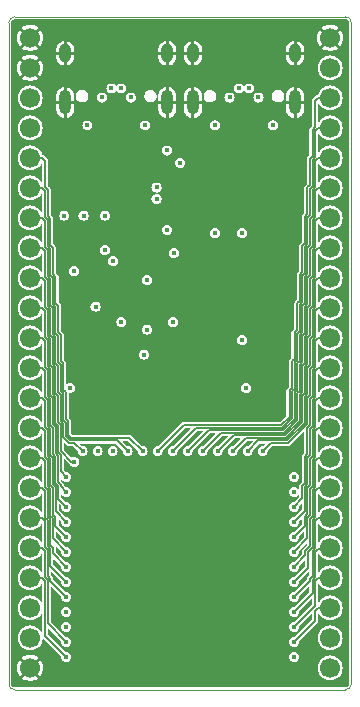
<source format=gbl>
G04 #@! TF.GenerationSoftware,KiCad,Pcbnew,8.0.7*
G04 #@! TF.CreationDate,2025-01-06T21:38:40-05:00*
G04 #@! TF.ProjectId,BCD-S3-DevKitC-1-N16R8V,4243442d-5333-42d4-9465-764b6974432d,1.0*
G04 #@! TF.SameCoordinates,Original*
G04 #@! TF.FileFunction,Copper,L4,Bot*
G04 #@! TF.FilePolarity,Positive*
%FSLAX46Y46*%
G04 Gerber Fmt 4.6, Leading zero omitted, Abs format (unit mm)*
G04 Created by KiCad (PCBNEW 8.0.7) date 2025-01-06 21:38:40*
%MOMM*%
%LPD*%
G01*
G04 APERTURE LIST*
G04 #@! TA.AperFunction,ComponentPad*
%ADD10O,1.000000X1.600000*%
G04 #@! TD*
G04 #@! TA.AperFunction,ComponentPad*
%ADD11O,1.000000X2.100000*%
G04 #@! TD*
G04 #@! TA.AperFunction,ComponentPad*
%ADD12C,1.700000*%
G04 #@! TD*
G04 #@! TA.AperFunction,ComponentPad*
%ADD13C,0.450000*%
G04 #@! TD*
G04 #@! TA.AperFunction,ComponentPad*
%ADD14C,3.500000*%
G04 #@! TD*
G04 #@! TA.AperFunction,ViaPad*
%ADD15C,0.450000*%
G04 #@! TD*
G04 #@! TA.AperFunction,Conductor*
%ADD16C,0.127000*%
G04 #@! TD*
G04 #@! TA.AperFunction,Profile*
%ADD17C,0.050000*%
G04 #@! TD*
G04 APERTURE END LIST*
D10*
X135673333Y-61286800D03*
D11*
X135673333Y-65466800D03*
D10*
X144313333Y-61286800D03*
D11*
X144313333Y-65466800D03*
D12*
X132700000Y-113340000D03*
X132700000Y-110800000D03*
X132700000Y-108260000D03*
X132700000Y-105720000D03*
X132700000Y-103180000D03*
X132700000Y-100640000D03*
X132700000Y-98100000D03*
X132700000Y-95560000D03*
X132700000Y-93020000D03*
X132700000Y-90480000D03*
X132700000Y-87940000D03*
X132700000Y-85400000D03*
X132700000Y-82860000D03*
X132700000Y-80320000D03*
X132700000Y-77780000D03*
X132700000Y-75240000D03*
X132700000Y-72700000D03*
X132700000Y-70160000D03*
X132700000Y-67620000D03*
X132700000Y-65080000D03*
X132700000Y-62540000D03*
X132700000Y-60000000D03*
X158100000Y-60000000D03*
X158100000Y-62540000D03*
X158100000Y-65080000D03*
X158100000Y-67620000D03*
X158100000Y-70160000D03*
X158100000Y-72700000D03*
X158100000Y-75240000D03*
X158100000Y-77780000D03*
X158100000Y-80320000D03*
X158100000Y-82860000D03*
X158100000Y-85400000D03*
X158100000Y-87940000D03*
X158100000Y-90480000D03*
X158100000Y-93020000D03*
X158100000Y-95560000D03*
X158100000Y-98100000D03*
X158100000Y-100640000D03*
X158100000Y-103180000D03*
X158100000Y-105720000D03*
X158100000Y-108260000D03*
X158100000Y-110800000D03*
X158100000Y-113340000D03*
D11*
X155126666Y-65466800D03*
D10*
X155126666Y-61286800D03*
D11*
X146486666Y-65466800D03*
D10*
X146486666Y-61286800D03*
D13*
X155052000Y-113660000D03*
X155052000Y-112390000D03*
X155052000Y-111120000D03*
X155052000Y-109850000D03*
X155052000Y-108580000D03*
X155052000Y-107310000D03*
X155052000Y-106040000D03*
X155052000Y-104770000D03*
X155052000Y-103500000D03*
X155052000Y-102230000D03*
X155052000Y-100960000D03*
X155052000Y-99690000D03*
X155052000Y-98420000D03*
X155052000Y-97150000D03*
X152385000Y-94998000D03*
X151115000Y-94998000D03*
X149845000Y-94998000D03*
X148575000Y-94998000D03*
X147305000Y-94998000D03*
X146035000Y-94998000D03*
X144765000Y-94998000D03*
X143495000Y-94998000D03*
X142225000Y-94998000D03*
X140955000Y-94998000D03*
X139685000Y-94998000D03*
X138415000Y-94998000D03*
X135748000Y-97150000D03*
X135748000Y-98420000D03*
X135748000Y-99690000D03*
X135748000Y-100960000D03*
X135748000Y-102230000D03*
X135748000Y-103500000D03*
X135748000Y-104770000D03*
X135748000Y-106040000D03*
X135748000Y-107310000D03*
X135748000Y-108580000D03*
X135748000Y-109850000D03*
X135748000Y-111120000D03*
X135748000Y-112390000D03*
X135748000Y-113660000D03*
D14*
X146900000Y-105940000D03*
D15*
X136060000Y-89649999D03*
X140422350Y-84051949D03*
X148356666Y-67406400D03*
X153256666Y-67406400D03*
X142443333Y-67406400D03*
X137543333Y-67406400D03*
X150806666Y-70515600D03*
X136408399Y-79748450D03*
X150648600Y-76526949D03*
X144857716Y-78212850D03*
X142606599Y-84696450D03*
X142333549Y-86810450D03*
X150648600Y-85585951D03*
X144313333Y-69532899D03*
X139030833Y-75040350D03*
X144313333Y-76252850D03*
X145399998Y-70582900D03*
X148348600Y-76526949D03*
X150990000Y-89650000D03*
X144790849Y-84051949D03*
X143400833Y-73625350D03*
X137221200Y-75039949D03*
X143400833Y-72665350D03*
X135595600Y-75039949D03*
X136446499Y-95880000D03*
X142609100Y-80504449D03*
X139743333Y-78916351D03*
X139030833Y-77965350D03*
X138235600Y-82745451D03*
X139584903Y-64276199D03*
X141218617Y-65045399D03*
X138768046Y-65045399D03*
X140401760Y-64276199D03*
X152031951Y-65045399D03*
X150398237Y-64276199D03*
X151215094Y-64276199D03*
X149581380Y-65045399D03*
X137145000Y-94997999D03*
D16*
X133716000Y-77780000D02*
X132700000Y-77780000D01*
X133970000Y-78034000D02*
X133716000Y-77780000D01*
X134187000Y-80484116D02*
X133970000Y-80267116D01*
X134187000Y-82717232D02*
X134187000Y-80484116D01*
X134404000Y-82934232D02*
X134187000Y-82717232D01*
X134621000Y-85384348D02*
X134404000Y-85167348D01*
X133970000Y-80267116D02*
X133970000Y-78034000D01*
X134621000Y-87617464D02*
X134621000Y-85384348D01*
X135055000Y-90284580D02*
X134838000Y-90067580D01*
X135055000Y-92517696D02*
X135055000Y-90284580D01*
X134838000Y-87834464D02*
X134621000Y-87617464D01*
X135283600Y-92746296D02*
X135055000Y-92517696D01*
X135283600Y-94979412D02*
X135283600Y-92746296D01*
X136184188Y-95880000D02*
X135283600Y-94979412D01*
X134404000Y-85167348D02*
X134404000Y-82934232D01*
X134838000Y-90067580D02*
X134838000Y-87834464D01*
X136446499Y-95880000D02*
X136184188Y-95880000D01*
X135999974Y-94303800D02*
X136450801Y-94303800D01*
X135500600Y-93804426D02*
X135999974Y-94303800D01*
X135500600Y-92656412D02*
X135500600Y-93804426D01*
X135272000Y-92427812D02*
X135500600Y-92656412D01*
X135055000Y-87744580D02*
X135055000Y-89977696D01*
X134838000Y-87527580D02*
X135055000Y-87744580D01*
X136450801Y-94303800D02*
X137145000Y-94997999D01*
X134621000Y-85077464D02*
X134838000Y-85294464D01*
X134838000Y-85294464D02*
X134838000Y-87527580D01*
X134621000Y-82844348D02*
X134621000Y-85077464D01*
X134404000Y-80394232D02*
X134404000Y-82627348D01*
X135055000Y-89977696D02*
X135272000Y-90194696D01*
X134187000Y-80177232D02*
X134404000Y-80394232D01*
X134187000Y-77944116D02*
X134187000Y-80177232D01*
X135272000Y-90194696D02*
X135272000Y-92427812D01*
X134404000Y-82627348D02*
X134621000Y-82844348D01*
X133970000Y-77727116D02*
X134187000Y-77944116D01*
X133970000Y-75494000D02*
X133970000Y-77727116D01*
X133716000Y-75240000D02*
X133970000Y-75494000D01*
X132700000Y-75240000D02*
X133716000Y-75240000D01*
X156830000Y-108514000D02*
X157084000Y-108260000D01*
X156830000Y-109342000D02*
X156830000Y-108514000D01*
X155052000Y-111120000D02*
X156830000Y-109342000D01*
X157084000Y-108260000D02*
X158100000Y-108260000D01*
X157084000Y-105720000D02*
X158100000Y-105720000D01*
X156830000Y-108072000D02*
X156830000Y-105974000D01*
X156830000Y-105974000D02*
X157084000Y-105720000D01*
X155052000Y-109850000D02*
X156830000Y-108072000D01*
X156613000Y-107019000D02*
X155052000Y-108580000D01*
X156613000Y-105884116D02*
X156613000Y-107019000D01*
X156830000Y-103535600D02*
X156830000Y-105667116D01*
X156830000Y-105667116D02*
X156613000Y-105884116D01*
X157084000Y-103281600D02*
X156830000Y-103535600D01*
X158100000Y-103281600D02*
X157084000Y-103281600D01*
X157084000Y-100640000D02*
X158100000Y-100640000D01*
X156613000Y-103445716D02*
X156830000Y-103228716D01*
X156613000Y-105577232D02*
X156613000Y-103445716D01*
X156830000Y-103228716D02*
X156830000Y-100894000D01*
X156372800Y-105817432D02*
X156613000Y-105577232D01*
X156372800Y-105989200D02*
X156372800Y-105817432D01*
X156830000Y-100894000D02*
X157084000Y-100640000D01*
X155052000Y-107310000D02*
X156372800Y-105989200D01*
X156218200Y-104873800D02*
X155052000Y-106040000D01*
X156218200Y-103533632D02*
X156218200Y-104873800D01*
X156830000Y-100587116D02*
X156613000Y-100804116D01*
X156830000Y-98354000D02*
X156830000Y-100587116D01*
X156613000Y-103138832D02*
X156218200Y-103533632D01*
X157084000Y-98100000D02*
X156830000Y-98354000D01*
X156613000Y-100804116D02*
X156613000Y-103138832D01*
X158100000Y-98100000D02*
X157084000Y-98100000D01*
X156613000Y-100497232D02*
X156396000Y-100714232D01*
X156396000Y-103048948D02*
X156001200Y-103443748D01*
X156830000Y-98047116D02*
X156613000Y-98264116D01*
X156613000Y-98264116D02*
X156613000Y-100497232D01*
X156830000Y-95814000D02*
X156830000Y-98047116D01*
X156001200Y-103820800D02*
X155052000Y-104770000D01*
X157084000Y-95560000D02*
X156830000Y-95814000D01*
X156001200Y-103443748D02*
X156001200Y-103820800D01*
X158100000Y-95560000D02*
X157084000Y-95560000D01*
X156396000Y-100714232D02*
X156396000Y-103048948D01*
X156179000Y-102373000D02*
X155052000Y-103500000D01*
X156179000Y-100624348D02*
X156179000Y-102373000D01*
X156396000Y-98174232D02*
X156396000Y-100407348D01*
X156613000Y-97957232D02*
X156396000Y-98174232D01*
X156613000Y-95724116D02*
X156613000Y-97957232D01*
X156830000Y-95507116D02*
X156613000Y-95724116D01*
X157084000Y-93020000D02*
X156830000Y-93274000D01*
X156830000Y-93274000D02*
X156830000Y-95507116D01*
X158100000Y-93020000D02*
X157084000Y-93020000D01*
X156396000Y-100407348D02*
X156179000Y-100624348D01*
X155941000Y-100555464D02*
X155941000Y-101341000D01*
X156179000Y-100317464D02*
X155941000Y-100555464D01*
X156179000Y-98084348D02*
X156179000Y-100317464D01*
X156396000Y-97867348D02*
X156179000Y-98084348D01*
X156396000Y-95634232D02*
X156396000Y-97867348D01*
X156830000Y-90734000D02*
X156830000Y-92967116D01*
X155941000Y-101341000D02*
X155052000Y-102230000D01*
X156613000Y-95417232D02*
X156396000Y-95634232D01*
X156830000Y-92967116D02*
X156613000Y-93184116D01*
X157084000Y-90480000D02*
X156830000Y-90734000D01*
X156613000Y-93184116D02*
X156613000Y-95417232D01*
X158100000Y-90480000D02*
X157084000Y-90480000D01*
X155962000Y-100050000D02*
X155052000Y-100960000D01*
X156179000Y-97777464D02*
X155962000Y-97994464D01*
X156179000Y-95544348D02*
X156179000Y-97777464D01*
X156396000Y-95327348D02*
X156179000Y-95544348D01*
X156613000Y-92877232D02*
X156396000Y-93094232D01*
X155962000Y-97994464D02*
X155962000Y-100050000D01*
X156613000Y-90644116D02*
X156613000Y-92877232D01*
X156830000Y-90427116D02*
X156613000Y-90644116D01*
X156396000Y-93094232D02*
X156396000Y-95327348D01*
X157084000Y-87940000D02*
X156830000Y-88194000D01*
X158100000Y-87940000D02*
X157084000Y-87940000D01*
X156830000Y-88194000D02*
X156830000Y-90427116D01*
X155745000Y-98997000D02*
X155052000Y-99690000D01*
X155745000Y-97904580D02*
X155745000Y-98997000D01*
X155962000Y-97687580D02*
X155745000Y-97904580D01*
X156179000Y-95237464D02*
X155962000Y-95454464D01*
X156179000Y-93004348D02*
X156179000Y-95237464D01*
X156396000Y-92787348D02*
X156179000Y-93004348D01*
X156396000Y-90554232D02*
X156396000Y-92787348D01*
X156613000Y-90337232D02*
X156396000Y-90554232D01*
X156613000Y-88104116D02*
X156613000Y-90337232D01*
X156830000Y-85654000D02*
X156830000Y-87887116D01*
X156830000Y-87887116D02*
X156613000Y-88104116D01*
X155962000Y-95454464D02*
X155962000Y-97687580D01*
X157084000Y-85400000D02*
X156830000Y-85654000D01*
X158100000Y-85400000D02*
X157084000Y-85400000D01*
X153079200Y-94303800D02*
X152385000Y-94998000D01*
X156179000Y-92697464D02*
X154572664Y-94303800D01*
X156613000Y-87797232D02*
X156396000Y-88014232D01*
X156613000Y-85564116D02*
X156613000Y-87797232D01*
X156830000Y-85347116D02*
X156613000Y-85564116D01*
X156396000Y-90247348D02*
X156179000Y-90464348D01*
X156830000Y-83114000D02*
X156830000Y-85347116D01*
X156179000Y-90464348D02*
X156179000Y-92697464D01*
X157084000Y-82860000D02*
X156830000Y-83114000D01*
X158100000Y-82860000D02*
X157084000Y-82860000D01*
X156396000Y-88014232D02*
X156396000Y-90247348D01*
X154572664Y-94303800D02*
X153079200Y-94303800D01*
X155962000Y-92607580D02*
X154482780Y-94086800D01*
X152026200Y-94086800D02*
X151115000Y-94998000D01*
X155962000Y-90374464D02*
X155962000Y-92607580D01*
X156179000Y-90157464D02*
X155962000Y-90374464D01*
X154482780Y-94086800D02*
X152026200Y-94086800D01*
X156396000Y-85474232D02*
X156396000Y-87707348D01*
X156179000Y-87924348D02*
X156179000Y-90157464D01*
X156613000Y-85257232D02*
X156396000Y-85474232D01*
X156396000Y-87707348D02*
X156179000Y-87924348D01*
X156830000Y-82807116D02*
X156613000Y-83024116D01*
X156613000Y-83024116D02*
X156613000Y-85257232D01*
X156830000Y-80574000D02*
X156830000Y-82807116D01*
X158100000Y-80320000D02*
X157084000Y-80320000D01*
X157084000Y-80320000D02*
X156830000Y-80574000D01*
X154392896Y-93869800D02*
X150973200Y-93869800D01*
X155745000Y-90284580D02*
X155745000Y-92517696D01*
X155745000Y-92517696D02*
X154392896Y-93869800D01*
X155962000Y-87834464D02*
X155962000Y-90067580D01*
X156179000Y-87617464D02*
X155962000Y-87834464D01*
X156179000Y-85384348D02*
X156179000Y-87617464D01*
X156396000Y-85167348D02*
X156179000Y-85384348D01*
X156396000Y-82934232D02*
X156396000Y-85167348D01*
X156830000Y-80267116D02*
X156613000Y-80484116D01*
X155962000Y-90067580D02*
X155745000Y-90284580D01*
X156830000Y-78034000D02*
X156830000Y-80267116D01*
X156613000Y-80484116D02*
X156613000Y-82717232D01*
X157084000Y-77780000D02*
X156830000Y-78034000D01*
X156613000Y-82717232D02*
X156396000Y-82934232D01*
X158100000Y-77780000D02*
X157084000Y-77780000D01*
X150973200Y-93869800D02*
X149845000Y-94998000D01*
X149920200Y-93652800D02*
X148575000Y-94998000D01*
X155528000Y-92427812D02*
X154303012Y-93652800D01*
X154303012Y-93652800D02*
X149920200Y-93652800D01*
X155528000Y-90194696D02*
X155528000Y-92427812D01*
X155962000Y-85294464D02*
X155962000Y-87527580D01*
X155962000Y-87527580D02*
X155745000Y-87744580D01*
X156179000Y-82844348D02*
X156179000Y-85077464D01*
X156179000Y-85077464D02*
X155962000Y-85294464D01*
X156396000Y-82627348D02*
X156179000Y-82844348D01*
X156396000Y-80394232D02*
X156396000Y-82627348D01*
X156613000Y-80177232D02*
X156396000Y-80394232D01*
X156830000Y-77727116D02*
X156613000Y-77944116D01*
X155745000Y-89977696D02*
X155528000Y-90194696D01*
X156830000Y-75494000D02*
X156830000Y-77727116D01*
X157084000Y-75240000D02*
X156830000Y-75494000D01*
X155745000Y-87744580D02*
X155745000Y-89977696D01*
X156613000Y-77944116D02*
X156613000Y-80177232D01*
X158100000Y-75240000D02*
X157084000Y-75240000D01*
X148867200Y-93435800D02*
X147305000Y-94998000D01*
X155311000Y-90104812D02*
X155311000Y-92337928D01*
X155528000Y-87654696D02*
X155528000Y-89887812D01*
X155737800Y-85211780D02*
X155737800Y-87444896D01*
X154213128Y-93435800D02*
X148867200Y-93435800D01*
X155962000Y-84987580D02*
X155737800Y-85211780D01*
X155962000Y-82754464D02*
X155962000Y-84987580D01*
X156179000Y-82537464D02*
X155962000Y-82754464D01*
X156179000Y-80304348D02*
X156179000Y-82537464D01*
X156396000Y-80087348D02*
X156179000Y-80304348D01*
X155737800Y-87444896D02*
X155528000Y-87654696D01*
X156396000Y-77854232D02*
X156396000Y-80087348D01*
X156830000Y-72954000D02*
X156830000Y-75187116D01*
X155311000Y-92337928D02*
X154213128Y-93435800D01*
X156613000Y-75404116D02*
X156613000Y-77637232D01*
X157084000Y-72700000D02*
X156830000Y-72954000D01*
X155528000Y-89887812D02*
X155311000Y-90104812D01*
X156830000Y-75187116D02*
X156613000Y-75404116D01*
X156613000Y-77637232D02*
X156396000Y-77854232D01*
X158100000Y-72700000D02*
X157084000Y-72700000D01*
X147814200Y-93218800D02*
X146035000Y-94998000D01*
X155094000Y-92248044D02*
X154123244Y-93218800D01*
X155311000Y-89797928D02*
X155094000Y-90014928D01*
X155311000Y-87564812D02*
X155311000Y-89797928D01*
X155520800Y-87355012D02*
X155311000Y-87564812D01*
X155520800Y-85121896D02*
X155520800Y-87355012D01*
X155745000Y-84897696D02*
X155520800Y-85121896D01*
X154123244Y-93218800D02*
X147814200Y-93218800D01*
X155745000Y-82664580D02*
X155745000Y-84897696D01*
X155094000Y-90014928D02*
X155094000Y-92248044D01*
X155962000Y-82447580D02*
X155745000Y-82664580D01*
X156179000Y-79997464D02*
X155962000Y-80214464D01*
X155962000Y-80214464D02*
X155962000Y-82447580D01*
X156396000Y-77547348D02*
X156179000Y-77764348D01*
X156396000Y-75314232D02*
X156396000Y-77547348D01*
X156830000Y-70414000D02*
X156830000Y-72647116D01*
X156830000Y-72647116D02*
X156613000Y-72864116D01*
X158100000Y-70160000D02*
X157084000Y-70160000D01*
X156179000Y-77764348D02*
X156179000Y-79997464D01*
X156613000Y-72864116D02*
X156613000Y-75097232D01*
X157084000Y-70160000D02*
X156830000Y-70414000D01*
X156613000Y-75097232D02*
X156396000Y-75314232D01*
X146761200Y-93001800D02*
X144765000Y-94998000D01*
X154033360Y-93001800D02*
X146761200Y-93001800D01*
X154877000Y-92158160D02*
X154033360Y-93001800D01*
X154877000Y-89925044D02*
X154877000Y-92158160D01*
X155094000Y-89708044D02*
X154877000Y-89925044D01*
X155094000Y-87474928D02*
X155094000Y-89708044D01*
X155303800Y-87265128D02*
X155094000Y-87474928D01*
X155303800Y-85032012D02*
X155303800Y-87265128D01*
X155745000Y-82357696D02*
X155528000Y-82574696D01*
X155962000Y-79907580D02*
X155745000Y-80124580D01*
X156179000Y-77457464D02*
X155962000Y-77674464D01*
X156179000Y-75224348D02*
X156179000Y-77457464D01*
X155745000Y-80124580D02*
X155745000Y-82357696D01*
X156396000Y-75007348D02*
X156179000Y-75224348D01*
X155962000Y-77674464D02*
X155962000Y-79907580D01*
X156396000Y-72753000D02*
X156396000Y-75007348D01*
X155528000Y-82574696D02*
X155528000Y-84807812D01*
X156830000Y-70107116D02*
X156613000Y-70324116D01*
X156613000Y-72536000D02*
X156396000Y-72753000D01*
X157084000Y-67620000D02*
X156830000Y-67874000D01*
X156830000Y-67874000D02*
X156830000Y-70107116D01*
X158100000Y-67620000D02*
X157084000Y-67620000D01*
X156613000Y-70324116D02*
X156613000Y-72536000D01*
X155528000Y-84807812D02*
X155303800Y-85032012D01*
X145708200Y-92784800D02*
X143495000Y-94998000D01*
X153943476Y-92784800D02*
X145708200Y-92784800D01*
X154660000Y-92068276D02*
X153943476Y-92784800D01*
X154660000Y-89835160D02*
X154660000Y-92068276D01*
X154877000Y-89618160D02*
X154660000Y-89835160D01*
X154877000Y-87385044D02*
X154877000Y-89618160D01*
X155086800Y-84942128D02*
X155086800Y-87175244D01*
X155086800Y-87175244D02*
X154877000Y-87385044D01*
X155528000Y-82267812D02*
X155311000Y-82484812D01*
X155528000Y-80034696D02*
X155528000Y-82267812D01*
X155745000Y-79817696D02*
X155528000Y-80034696D01*
X155962000Y-77367580D02*
X155745000Y-77584580D01*
X155962000Y-75134464D02*
X155962000Y-77367580D01*
X155745000Y-77584580D02*
X155745000Y-79817696D01*
X156179000Y-72663116D02*
X156179000Y-74917464D01*
X156396000Y-72446116D02*
X156179000Y-72663116D01*
X156179000Y-74917464D02*
X155962000Y-75134464D01*
X156613000Y-67784116D02*
X156613000Y-70017232D01*
X155311000Y-82484812D02*
X155311000Y-84717928D01*
X156396000Y-70234232D02*
X156396000Y-72446116D01*
X156830000Y-65334000D02*
X156830000Y-67567116D01*
X155311000Y-84717928D02*
X155086800Y-84942128D01*
X156830000Y-67567116D02*
X156613000Y-67784116D01*
X156613000Y-70017232D02*
X156396000Y-70234232D01*
X157084000Y-65080000D02*
X156830000Y-65334000D01*
X158100000Y-65080000D02*
X157084000Y-65080000D01*
X141096800Y-93869800D02*
X142225000Y-94998000D01*
X135934600Y-93624658D02*
X136179742Y-93869800D01*
X135934600Y-92476644D02*
X135934600Y-93624658D01*
X135706000Y-92248044D02*
X135934600Y-92476644D01*
X135489000Y-89797928D02*
X135706000Y-90014928D01*
X135489000Y-87564812D02*
X135489000Y-89797928D01*
X135272000Y-87347812D02*
X135489000Y-87564812D01*
X135272000Y-85114696D02*
X135272000Y-87347812D01*
X135055000Y-84897696D02*
X135272000Y-85114696D01*
X135055000Y-82664580D02*
X135055000Y-84897696D01*
X134838000Y-82447580D02*
X135055000Y-82664580D01*
X136179742Y-93869800D02*
X141096800Y-93869800D01*
X134838000Y-80214464D02*
X134838000Y-82447580D01*
X134621000Y-79997464D02*
X134838000Y-80214464D01*
X134621000Y-77764348D02*
X134621000Y-79997464D01*
X134404000Y-75314232D02*
X134404000Y-77547348D01*
X134404000Y-77547348D02*
X134621000Y-77764348D01*
X133970000Y-72647116D02*
X134187000Y-72864116D01*
X134187000Y-75097232D02*
X134404000Y-75314232D01*
X133970000Y-70414000D02*
X133970000Y-72647116D01*
X135706000Y-90014928D02*
X135706000Y-92248044D01*
X133716000Y-70160000D02*
X133970000Y-70414000D01*
X132700000Y-70160000D02*
X133716000Y-70160000D01*
X134187000Y-72864116D02*
X134187000Y-75097232D01*
X140043800Y-94086800D02*
X140955000Y-94998000D01*
X136089858Y-94086800D02*
X140043800Y-94086800D01*
X135717600Y-93714542D02*
X136089858Y-94086800D01*
X135717600Y-92566528D02*
X135717600Y-93714542D01*
X135489000Y-92337928D02*
X135717600Y-92566528D01*
X135489000Y-90104812D02*
X135489000Y-92337928D01*
X135272000Y-87654696D02*
X135272000Y-89887812D01*
X135272000Y-89887812D02*
X135489000Y-90104812D01*
X135055000Y-85204580D02*
X135055000Y-87437696D01*
X135055000Y-87437696D02*
X135272000Y-87654696D01*
X134838000Y-84987580D02*
X135055000Y-85204580D01*
X134621000Y-82537464D02*
X134838000Y-82754464D01*
X134838000Y-82754464D02*
X134838000Y-84987580D01*
X134187000Y-77637232D02*
X134404000Y-77854232D01*
X134404000Y-80087348D02*
X134621000Y-80304348D01*
X134404000Y-77854232D02*
X134404000Y-80087348D01*
X134187000Y-75404116D02*
X134187000Y-77637232D01*
X133970000Y-75187116D02*
X134187000Y-75404116D01*
X133970000Y-72954000D02*
X133970000Y-75187116D01*
X133716000Y-72700000D02*
X133970000Y-72954000D01*
X132700000Y-72700000D02*
X133716000Y-72700000D01*
X134621000Y-80304348D02*
X134621000Y-82537464D01*
X135272000Y-96674000D02*
X135748000Y-97150000D01*
X135272000Y-95274696D02*
X135272000Y-96674000D01*
X135066600Y-95069296D02*
X135272000Y-95274696D01*
X135066600Y-92836180D02*
X135066600Y-95069296D01*
X134838000Y-92607580D02*
X135066600Y-92836180D01*
X134838000Y-90374464D02*
X134838000Y-92607580D01*
X134621000Y-90157464D02*
X134838000Y-90374464D01*
X134621000Y-87924348D02*
X134621000Y-90157464D01*
X134404000Y-87707348D02*
X134621000Y-87924348D01*
X134187000Y-85257232D02*
X134404000Y-85474232D01*
X134404000Y-85474232D02*
X134404000Y-87707348D01*
X134187000Y-83024116D02*
X134187000Y-85257232D01*
X133970000Y-82807116D02*
X134187000Y-83024116D01*
X133970000Y-80574000D02*
X133970000Y-82807116D01*
X133716000Y-80320000D02*
X133970000Y-80574000D01*
X132700000Y-80320000D02*
X133716000Y-80320000D01*
X135066600Y-99008600D02*
X135748000Y-99690000D01*
X135066600Y-97916180D02*
X135066600Y-99008600D01*
X134838000Y-95454464D02*
X134838000Y-97687580D01*
X134632600Y-95249064D02*
X134838000Y-95454464D01*
X134632600Y-93015948D02*
X134632600Y-95249064D01*
X133970000Y-87887116D02*
X134187000Y-88104116D01*
X134187000Y-88104116D02*
X134187000Y-90337232D01*
X134838000Y-97687580D02*
X135066600Y-97916180D01*
X133716000Y-85400000D02*
X133970000Y-85654000D01*
X133970000Y-85654000D02*
X133970000Y-87887116D01*
X134187000Y-90337232D02*
X134404000Y-90554232D01*
X132700000Y-85400000D02*
X133716000Y-85400000D01*
X134404000Y-90554232D02*
X134404000Y-92787348D01*
X134404000Y-92787348D02*
X134632600Y-93015948D01*
X134849600Y-100061600D02*
X135748000Y-100960000D01*
X134849600Y-98006064D02*
X134849600Y-100061600D01*
X134621000Y-97777464D02*
X134849600Y-98006064D01*
X134415600Y-95338948D02*
X134621000Y-95544348D01*
X134621000Y-95544348D02*
X134621000Y-97777464D01*
X134187000Y-90644116D02*
X134187000Y-92877232D01*
X133970000Y-90427116D02*
X134187000Y-90644116D01*
X133970000Y-88194000D02*
X133970000Y-90427116D01*
X133716000Y-87940000D02*
X133970000Y-88194000D01*
X132700000Y-87940000D02*
X133716000Y-87940000D01*
X134415600Y-93105832D02*
X134415600Y-95338948D01*
X134187000Y-92877232D02*
X134415600Y-93105832D01*
X134838000Y-100585264D02*
X134838000Y-101320000D01*
X134632600Y-100379864D02*
X134838000Y-100585264D01*
X134632600Y-98095948D02*
X134632600Y-100379864D01*
X134198600Y-95428832D02*
X134404000Y-95634232D01*
X134404000Y-95634232D02*
X134404000Y-97867348D01*
X133970000Y-92967116D02*
X134198600Y-93195716D01*
X133970000Y-90734000D02*
X133970000Y-92967116D01*
X134198600Y-93195716D02*
X134198600Y-95428832D01*
X134404000Y-97867348D02*
X134632600Y-98095948D01*
X134838000Y-101320000D02*
X135748000Y-102230000D01*
X133716000Y-90480000D02*
X133970000Y-90734000D01*
X132700000Y-90480000D02*
X133716000Y-90480000D01*
X134621000Y-100675148D02*
X134621000Y-102373000D01*
X134415600Y-100469748D02*
X134621000Y-100675148D01*
X133970000Y-95507116D02*
X134187000Y-95724116D01*
X134187000Y-97957232D02*
X134415600Y-98185832D01*
X134415600Y-98185832D02*
X134415600Y-100469748D01*
X134187000Y-95724116D02*
X134187000Y-97957232D01*
X133970000Y-93274000D02*
X133970000Y-95507116D01*
X133716000Y-93020000D02*
X133970000Y-93274000D01*
X134621000Y-102373000D02*
X135748000Y-103500000D01*
X132700000Y-93020000D02*
X133716000Y-93020000D01*
X134621000Y-103643000D02*
X135748000Y-104770000D01*
X134621000Y-103164348D02*
X134621000Y-103643000D01*
X134404000Y-102947348D02*
X134621000Y-103164348D01*
X134404000Y-100765032D02*
X134404000Y-102947348D01*
X134198600Y-98275716D02*
X134198600Y-100559632D01*
X134198600Y-100559632D02*
X134404000Y-100765032D01*
X133970000Y-98047116D02*
X134198600Y-98275716D01*
X133716000Y-95560000D02*
X133970000Y-95814000D01*
X133970000Y-95814000D02*
X133970000Y-98047116D01*
X132700000Y-95560000D02*
X133716000Y-95560000D01*
X134404000Y-105966000D02*
X135748000Y-107310000D01*
X133970000Y-103127116D02*
X134187000Y-103344116D01*
X133970000Y-100944800D02*
X133970000Y-103127116D01*
X134187000Y-105577232D02*
X134404000Y-105794232D01*
X133665200Y-100640000D02*
X133970000Y-100944800D01*
X134404000Y-105794232D02*
X134404000Y-105966000D01*
X132700000Y-100640000D02*
X133665200Y-100640000D01*
X134187000Y-103344116D02*
X134187000Y-105577232D01*
X134404000Y-103254232D02*
X134404000Y-104696000D01*
X133970000Y-100637916D02*
X134187000Y-100854916D01*
X134187000Y-103037232D02*
X134404000Y-103254232D01*
X133970000Y-98354000D02*
X133970000Y-100637916D01*
X134187000Y-100854916D02*
X134187000Y-103037232D01*
X133716000Y-98100000D02*
X133970000Y-98354000D01*
X134404000Y-104696000D02*
X135748000Y-106040000D01*
X132700000Y-98100000D02*
X133716000Y-98100000D01*
X133970000Y-105667116D02*
X134187000Y-105884116D01*
X134187000Y-105884116D02*
X134187000Y-109559000D01*
X134187000Y-109559000D02*
X135748000Y-111120000D01*
X133716000Y-103180000D02*
X133970000Y-103434000D01*
X133970000Y-103434000D02*
X133970000Y-105667116D01*
X132700000Y-103180000D02*
X133716000Y-103180000D01*
X133970000Y-105974000D02*
X133716000Y-105720000D01*
X133716000Y-105720000D02*
X132700000Y-105720000D01*
X133970000Y-110612000D02*
X133970000Y-105974000D01*
X135748000Y-112390000D02*
X133970000Y-110612000D01*
X135283600Y-97955600D02*
X135748000Y-98420000D01*
X135055000Y-97597696D02*
X135283600Y-97826296D01*
X135055000Y-95364580D02*
X135055000Y-97597696D01*
X135283600Y-97826296D02*
X135283600Y-97955600D01*
X134849600Y-95159180D02*
X135055000Y-95364580D01*
X134849600Y-92926064D02*
X134849600Y-95159180D01*
X134621000Y-92697464D02*
X134849600Y-92926064D01*
X134621000Y-90464348D02*
X134621000Y-92697464D01*
X134404000Y-90247348D02*
X134621000Y-90464348D01*
X134404000Y-88014232D02*
X134404000Y-90247348D01*
X134187000Y-87797232D02*
X134404000Y-88014232D01*
X134187000Y-85564116D02*
X134187000Y-87797232D01*
X133970000Y-85347116D02*
X134187000Y-85564116D01*
X133970000Y-83114000D02*
X133970000Y-85347116D01*
X132700000Y-82860000D02*
X133716000Y-82860000D01*
X133716000Y-82860000D02*
X133970000Y-83114000D01*
G04 #@! TA.AperFunction,Conductor*
G36*
X159395422Y-58401042D02*
G01*
X159480143Y-58414460D01*
X159493228Y-58418711D01*
X159566534Y-58456063D01*
X159577670Y-58464153D01*
X159635846Y-58522329D01*
X159643937Y-58533466D01*
X159681286Y-58606767D01*
X159685540Y-58619860D01*
X159698958Y-58704577D01*
X159699500Y-58711460D01*
X159699500Y-114688539D01*
X159698958Y-114695422D01*
X159685540Y-114780139D01*
X159681286Y-114793232D01*
X159643937Y-114866533D01*
X159635846Y-114877670D01*
X159577670Y-114935846D01*
X159566533Y-114943937D01*
X159493232Y-114981286D01*
X159480139Y-114985540D01*
X159395422Y-114998958D01*
X159388539Y-114999500D01*
X131411461Y-114999500D01*
X131404578Y-114998958D01*
X131319860Y-114985540D01*
X131306767Y-114981286D01*
X131233466Y-114943937D01*
X131222329Y-114935846D01*
X131164153Y-114877670D01*
X131156062Y-114866533D01*
X131118711Y-114793228D01*
X131114460Y-114780143D01*
X131101042Y-114695422D01*
X131100500Y-114688539D01*
X131100500Y-113339997D01*
X131591270Y-113339997D01*
X131591270Y-113340002D01*
X131610147Y-113543726D01*
X131610147Y-113543729D01*
X131666138Y-113740516D01*
X131757340Y-113923672D01*
X131834518Y-114025874D01*
X132268233Y-113592158D01*
X132299901Y-113647007D01*
X132392993Y-113740099D01*
X132447839Y-113771764D01*
X132012473Y-114207130D01*
X132031838Y-114224784D01*
X132031839Y-114224785D01*
X132205801Y-114332495D01*
X132396580Y-114406404D01*
X132597695Y-114443999D01*
X132597701Y-114444000D01*
X132802299Y-114444000D01*
X132802304Y-114443999D01*
X133003419Y-114406404D01*
X133194198Y-114332495D01*
X133368160Y-114224784D01*
X133368161Y-114224783D01*
X133387524Y-114207129D01*
X132952159Y-113771765D01*
X133007007Y-113740099D01*
X133100099Y-113647007D01*
X133131765Y-113592159D01*
X133565480Y-114025874D01*
X133642657Y-113923675D01*
X133642658Y-113923674D01*
X133733861Y-113740516D01*
X133789852Y-113543729D01*
X133789852Y-113543726D01*
X133808730Y-113340002D01*
X133808730Y-113339998D01*
X157044417Y-113339998D01*
X157044417Y-113340001D01*
X157064700Y-113545938D01*
X157124765Y-113743947D01*
X157124767Y-113743950D01*
X157124768Y-113743954D01*
X157176106Y-113840000D01*
X157220831Y-113923675D01*
X157222315Y-113926450D01*
X157353590Y-114086410D01*
X157513550Y-114217685D01*
X157696046Y-114315232D01*
X157696051Y-114315233D01*
X157696052Y-114315234D01*
X157696051Y-114315234D01*
X157894062Y-114375299D01*
X157894063Y-114375299D01*
X157894066Y-114375300D01*
X158066529Y-114392286D01*
X158099999Y-114395583D01*
X158100000Y-114395583D01*
X158100001Y-114395583D01*
X158128791Y-114392747D01*
X158305934Y-114375300D01*
X158305936Y-114375299D01*
X158305938Y-114375299D01*
X158503947Y-114315234D01*
X158503946Y-114315234D01*
X158503954Y-114315232D01*
X158686450Y-114217685D01*
X158846410Y-114086410D01*
X158977685Y-113926450D01*
X159075232Y-113743954D01*
X159135300Y-113545934D01*
X159155583Y-113340000D01*
X159135300Y-113134066D01*
X159135299Y-113134063D01*
X159135299Y-113134061D01*
X159075234Y-112936052D01*
X159075233Y-112936051D01*
X159075232Y-112936046D01*
X158977685Y-112753550D01*
X158846410Y-112593590D01*
X158686450Y-112462315D01*
X158686448Y-112462314D01*
X158686447Y-112462313D01*
X158622871Y-112428331D01*
X158503954Y-112364768D01*
X158503950Y-112364767D01*
X158503947Y-112364765D01*
X158503948Y-112364765D01*
X158305937Y-112304700D01*
X158305938Y-112304700D01*
X158100001Y-112284417D01*
X158099999Y-112284417D01*
X157894061Y-112304700D01*
X157696052Y-112364765D01*
X157513552Y-112462313D01*
X157353591Y-112593589D01*
X157353589Y-112593591D01*
X157222313Y-112753552D01*
X157124765Y-112936052D01*
X157064700Y-113134061D01*
X157044417Y-113339998D01*
X133808730Y-113339998D01*
X133808730Y-113339997D01*
X133789852Y-113136273D01*
X133789852Y-113136270D01*
X133733861Y-112939483D01*
X133642659Y-112756327D01*
X133565480Y-112654124D01*
X133131764Y-113087839D01*
X133100099Y-113032993D01*
X133007007Y-112939901D01*
X132952158Y-112908233D01*
X133387524Y-112472868D01*
X133368157Y-112455213D01*
X133194198Y-112347504D01*
X133003419Y-112273595D01*
X132802304Y-112236000D01*
X132597695Y-112236000D01*
X132396580Y-112273595D01*
X132205801Y-112347504D01*
X132031840Y-112455214D01*
X132031839Y-112455215D01*
X132012474Y-112472868D01*
X132447840Y-112908234D01*
X132392993Y-112939901D01*
X132299901Y-113032993D01*
X132268234Y-113087840D01*
X131834518Y-112654124D01*
X131757340Y-112756327D01*
X131666138Y-112939483D01*
X131610147Y-113136270D01*
X131610147Y-113136273D01*
X131591270Y-113339997D01*
X131100500Y-113339997D01*
X131100500Y-70159998D01*
X131644417Y-70159998D01*
X131644417Y-70160001D01*
X131664700Y-70365938D01*
X131724765Y-70563947D01*
X131724767Y-70563950D01*
X131724768Y-70563954D01*
X131771261Y-70650935D01*
X131822312Y-70746446D01*
X131822315Y-70746450D01*
X131953590Y-70906410D01*
X132113550Y-71037685D01*
X132296046Y-71135232D01*
X132296051Y-71135233D01*
X132296052Y-71135234D01*
X132296051Y-71135234D01*
X132494062Y-71195299D01*
X132494063Y-71195299D01*
X132494066Y-71195300D01*
X132666529Y-71212286D01*
X132699999Y-71215583D01*
X132700000Y-71215583D01*
X132700001Y-71215583D01*
X132728791Y-71212747D01*
X132905934Y-71195300D01*
X132905936Y-71195299D01*
X132905938Y-71195299D01*
X133103947Y-71135234D01*
X133103946Y-71135234D01*
X133103954Y-71135232D01*
X133286450Y-71037685D01*
X133446410Y-70906410D01*
X133577685Y-70746450D01*
X133593949Y-70716022D01*
X133623196Y-70661307D01*
X133649228Y-70639944D01*
X133682742Y-70643245D01*
X133704105Y-70669277D01*
X133706000Y-70682049D01*
X133706000Y-72177951D01*
X133693113Y-72209064D01*
X133662000Y-72221951D01*
X133630887Y-72209064D01*
X133623196Y-72198693D01*
X133577687Y-72113553D01*
X133577685Y-72113550D01*
X133446410Y-71953590D01*
X133286450Y-71822315D01*
X133286448Y-71822314D01*
X133286447Y-71822313D01*
X133222871Y-71788331D01*
X133103954Y-71724768D01*
X133103950Y-71724767D01*
X133103947Y-71724765D01*
X133103948Y-71724765D01*
X132905937Y-71664700D01*
X132905938Y-71664700D01*
X132700001Y-71644417D01*
X132699999Y-71644417D01*
X132494061Y-71664700D01*
X132296052Y-71724765D01*
X132113552Y-71822313D01*
X131953591Y-71953589D01*
X131953589Y-71953591D01*
X131822313Y-72113552D01*
X131724765Y-72296052D01*
X131664700Y-72494061D01*
X131644417Y-72699998D01*
X131644417Y-72700001D01*
X131664700Y-72905938D01*
X131724765Y-73103947D01*
X131724767Y-73103950D01*
X131724768Y-73103954D01*
X131771261Y-73190935D01*
X131822312Y-73286446D01*
X131822315Y-73286450D01*
X131953590Y-73446410D01*
X132113550Y-73577685D01*
X132296046Y-73675232D01*
X132296051Y-73675233D01*
X132296052Y-73675234D01*
X132296051Y-73675234D01*
X132494062Y-73735299D01*
X132494063Y-73735299D01*
X132494066Y-73735300D01*
X132666529Y-73752286D01*
X132699999Y-73755583D01*
X132700000Y-73755583D01*
X132700001Y-73755583D01*
X132728791Y-73752747D01*
X132905934Y-73735300D01*
X132905936Y-73735299D01*
X132905938Y-73735299D01*
X133103947Y-73675234D01*
X133103946Y-73675234D01*
X133103954Y-73675232D01*
X133286450Y-73577685D01*
X133446410Y-73446410D01*
X133577685Y-73286450D01*
X133585017Y-73272732D01*
X133623196Y-73201307D01*
X133649228Y-73179944D01*
X133682742Y-73183245D01*
X133704105Y-73209277D01*
X133706000Y-73222049D01*
X133706000Y-74717951D01*
X133693113Y-74749064D01*
X133662000Y-74761951D01*
X133630887Y-74749064D01*
X133623196Y-74738693D01*
X133577687Y-74653553D01*
X133577685Y-74653550D01*
X133446410Y-74493590D01*
X133286450Y-74362315D01*
X133286448Y-74362314D01*
X133286447Y-74362313D01*
X133222871Y-74328331D01*
X133103954Y-74264768D01*
X133103950Y-74264767D01*
X133103947Y-74264765D01*
X133103948Y-74264765D01*
X132905937Y-74204700D01*
X132905938Y-74204700D01*
X132700001Y-74184417D01*
X132699999Y-74184417D01*
X132494061Y-74204700D01*
X132296052Y-74264765D01*
X132113552Y-74362313D01*
X131953591Y-74493589D01*
X131953589Y-74493591D01*
X131822313Y-74653552D01*
X131724765Y-74836052D01*
X131664700Y-75034061D01*
X131644417Y-75239998D01*
X131644417Y-75240001D01*
X131664700Y-75445938D01*
X131724765Y-75643947D01*
X131724767Y-75643950D01*
X131724768Y-75643954D01*
X131771261Y-75730935D01*
X131822312Y-75826446D01*
X131822315Y-75826450D01*
X131953590Y-75986410D01*
X132113550Y-76117685D01*
X132296046Y-76215232D01*
X132296051Y-76215233D01*
X132296052Y-76215234D01*
X132296051Y-76215234D01*
X132494062Y-76275299D01*
X132494063Y-76275299D01*
X132494066Y-76275300D01*
X132666529Y-76292286D01*
X132699999Y-76295583D01*
X132700000Y-76295583D01*
X132700001Y-76295583D01*
X132728791Y-76292747D01*
X132905934Y-76275300D01*
X132905936Y-76275299D01*
X132905938Y-76275299D01*
X133103947Y-76215234D01*
X133103946Y-76215234D01*
X133103954Y-76215232D01*
X133286450Y-76117685D01*
X133446410Y-75986410D01*
X133577685Y-75826450D01*
X133585017Y-75812732D01*
X133623196Y-75741307D01*
X133649228Y-75719944D01*
X133682742Y-75723245D01*
X133704105Y-75749277D01*
X133706000Y-75762049D01*
X133706000Y-77257951D01*
X133693113Y-77289064D01*
X133662000Y-77301951D01*
X133630887Y-77289064D01*
X133623196Y-77278693D01*
X133577687Y-77193553D01*
X133577685Y-77193550D01*
X133446410Y-77033590D01*
X133286450Y-76902315D01*
X133286448Y-76902314D01*
X133286447Y-76902313D01*
X133222871Y-76868331D01*
X133103954Y-76804768D01*
X133103950Y-76804767D01*
X133103947Y-76804765D01*
X133103948Y-76804765D01*
X132905937Y-76744700D01*
X132905938Y-76744700D01*
X132700001Y-76724417D01*
X132699999Y-76724417D01*
X132494061Y-76744700D01*
X132296052Y-76804765D01*
X132113552Y-76902313D01*
X131953591Y-77033589D01*
X131953589Y-77033591D01*
X131822313Y-77193552D01*
X131724765Y-77376052D01*
X131664700Y-77574061D01*
X131644417Y-77779998D01*
X131644417Y-77780001D01*
X131664700Y-77985938D01*
X131724765Y-78183947D01*
X131724767Y-78183950D01*
X131724768Y-78183954D01*
X131771261Y-78270935D01*
X131822312Y-78366446D01*
X131822315Y-78366450D01*
X131953590Y-78526410D01*
X132113550Y-78657685D01*
X132296046Y-78755232D01*
X132296051Y-78755233D01*
X132296052Y-78755234D01*
X132296051Y-78755234D01*
X132494062Y-78815299D01*
X132494063Y-78815299D01*
X132494066Y-78815300D01*
X132666529Y-78832286D01*
X132699999Y-78835583D01*
X132700000Y-78835583D01*
X132700001Y-78835583D01*
X132728791Y-78832747D01*
X132905934Y-78815300D01*
X132905936Y-78815299D01*
X132905938Y-78815299D01*
X133103947Y-78755234D01*
X133103946Y-78755234D01*
X133103954Y-78755232D01*
X133286450Y-78657685D01*
X133446410Y-78526410D01*
X133577685Y-78366450D01*
X133605786Y-78313878D01*
X133623196Y-78281307D01*
X133649228Y-78259944D01*
X133682742Y-78263245D01*
X133704105Y-78289277D01*
X133706000Y-78302049D01*
X133706000Y-79797951D01*
X133693113Y-79829064D01*
X133662000Y-79841951D01*
X133630887Y-79829064D01*
X133623196Y-79818693D01*
X133577687Y-79733553D01*
X133480662Y-79615327D01*
X133446410Y-79573590D01*
X133286450Y-79442315D01*
X133286448Y-79442314D01*
X133286447Y-79442313D01*
X133207137Y-79399921D01*
X133103954Y-79344768D01*
X133103950Y-79344767D01*
X133103947Y-79344765D01*
X133103948Y-79344765D01*
X132905937Y-79284700D01*
X132905938Y-79284700D01*
X132700001Y-79264417D01*
X132699999Y-79264417D01*
X132494061Y-79284700D01*
X132296052Y-79344765D01*
X132296046Y-79344767D01*
X132296046Y-79344768D01*
X132262842Y-79362515D01*
X132113552Y-79442313D01*
X131953591Y-79573589D01*
X131953589Y-79573591D01*
X131822313Y-79733552D01*
X131724765Y-79916052D01*
X131664700Y-80114061D01*
X131644417Y-80319998D01*
X131644417Y-80320001D01*
X131664700Y-80525938D01*
X131724765Y-80723947D01*
X131724767Y-80723950D01*
X131724768Y-80723954D01*
X131771261Y-80810935D01*
X131822312Y-80906446D01*
X131822315Y-80906450D01*
X131953590Y-81066410D01*
X132113550Y-81197685D01*
X132296046Y-81295232D01*
X132296051Y-81295233D01*
X132296052Y-81295234D01*
X132296051Y-81295234D01*
X132494062Y-81355299D01*
X132494063Y-81355299D01*
X132494066Y-81355300D01*
X132666529Y-81372286D01*
X132699999Y-81375583D01*
X132700000Y-81375583D01*
X132700001Y-81375583D01*
X132728791Y-81372747D01*
X132905934Y-81355300D01*
X132905936Y-81355299D01*
X132905938Y-81355299D01*
X133103947Y-81295234D01*
X133103946Y-81295234D01*
X133103954Y-81295232D01*
X133286450Y-81197685D01*
X133446410Y-81066410D01*
X133577685Y-80906450D01*
X133585017Y-80892732D01*
X133623196Y-80821307D01*
X133649228Y-80799944D01*
X133682742Y-80803245D01*
X133704105Y-80829277D01*
X133706000Y-80842049D01*
X133706000Y-82337951D01*
X133693113Y-82369064D01*
X133662000Y-82381951D01*
X133630887Y-82369064D01*
X133623196Y-82358693D01*
X133577687Y-82273553D01*
X133577685Y-82273550D01*
X133446410Y-82113590D01*
X133286450Y-81982315D01*
X133286448Y-81982314D01*
X133286447Y-81982313D01*
X133222871Y-81948331D01*
X133103954Y-81884768D01*
X133103950Y-81884767D01*
X133103947Y-81884765D01*
X133103948Y-81884765D01*
X132905937Y-81824700D01*
X132905938Y-81824700D01*
X132700001Y-81804417D01*
X132699999Y-81804417D01*
X132494061Y-81824700D01*
X132296052Y-81884765D01*
X132113552Y-81982313D01*
X131953591Y-82113589D01*
X131953589Y-82113591D01*
X131822313Y-82273552D01*
X131724765Y-82456052D01*
X131664700Y-82654061D01*
X131644417Y-82859998D01*
X131644417Y-82860001D01*
X131664700Y-83065938D01*
X131724765Y-83263947D01*
X131724767Y-83263950D01*
X131724768Y-83263954D01*
X131771261Y-83350935D01*
X131822312Y-83446446D01*
X131822315Y-83446450D01*
X131953590Y-83606410D01*
X132113550Y-83737685D01*
X132296046Y-83835232D01*
X132296051Y-83835233D01*
X132296052Y-83835234D01*
X132296051Y-83835234D01*
X132494062Y-83895299D01*
X132494063Y-83895299D01*
X132494066Y-83895300D01*
X132666529Y-83912286D01*
X132699999Y-83915583D01*
X132700000Y-83915583D01*
X132700001Y-83915583D01*
X132728791Y-83912747D01*
X132905934Y-83895300D01*
X132905936Y-83895299D01*
X132905938Y-83895299D01*
X133103947Y-83835234D01*
X133103946Y-83835234D01*
X133103954Y-83835232D01*
X133286450Y-83737685D01*
X133446410Y-83606410D01*
X133577685Y-83446450D01*
X133585017Y-83432732D01*
X133623196Y-83361307D01*
X133649228Y-83339944D01*
X133682742Y-83343245D01*
X133704105Y-83369277D01*
X133706000Y-83382049D01*
X133706000Y-84877951D01*
X133693113Y-84909064D01*
X133662000Y-84921951D01*
X133630887Y-84909064D01*
X133623196Y-84898693D01*
X133577687Y-84813553D01*
X133567575Y-84801231D01*
X133446410Y-84653590D01*
X133286450Y-84522315D01*
X133286448Y-84522314D01*
X133286447Y-84522313D01*
X133172988Y-84461668D01*
X133103954Y-84424768D01*
X133103950Y-84424767D01*
X133103947Y-84424765D01*
X133103948Y-84424765D01*
X132905937Y-84364700D01*
X132905938Y-84364700D01*
X132700001Y-84344417D01*
X132699999Y-84344417D01*
X132494061Y-84364700D01*
X132296052Y-84424765D01*
X132113552Y-84522313D01*
X131953591Y-84653589D01*
X131953589Y-84653591D01*
X131822313Y-84813552D01*
X131724765Y-84996052D01*
X131664700Y-85194061D01*
X131644417Y-85399998D01*
X131644417Y-85400001D01*
X131664700Y-85605938D01*
X131724765Y-85803947D01*
X131724767Y-85803950D01*
X131724768Y-85803954D01*
X131771261Y-85890935D01*
X131822312Y-85986446D01*
X131822315Y-85986450D01*
X131953590Y-86146410D01*
X132113550Y-86277685D01*
X132296046Y-86375232D01*
X132296051Y-86375233D01*
X132296052Y-86375234D01*
X132296051Y-86375234D01*
X132494062Y-86435299D01*
X132494063Y-86435299D01*
X132494066Y-86435300D01*
X132666529Y-86452286D01*
X132699999Y-86455583D01*
X132700000Y-86455583D01*
X132700001Y-86455583D01*
X132728791Y-86452747D01*
X132905934Y-86435300D01*
X132905936Y-86435299D01*
X132905938Y-86435299D01*
X133031391Y-86397243D01*
X133103954Y-86375232D01*
X133286450Y-86277685D01*
X133446410Y-86146410D01*
X133577685Y-85986450D01*
X133585017Y-85972732D01*
X133623196Y-85901307D01*
X133649228Y-85879944D01*
X133682742Y-85883245D01*
X133704105Y-85909277D01*
X133706000Y-85922049D01*
X133706000Y-87417951D01*
X133693113Y-87449064D01*
X133662000Y-87461951D01*
X133630887Y-87449064D01*
X133623196Y-87438693D01*
X133577687Y-87353553D01*
X133577685Y-87353550D01*
X133446410Y-87193590D01*
X133286450Y-87062315D01*
X133286448Y-87062314D01*
X133286447Y-87062313D01*
X133222871Y-87028331D01*
X133103954Y-86964768D01*
X133103950Y-86964767D01*
X133103947Y-86964765D01*
X133103948Y-86964765D01*
X132905937Y-86904700D01*
X132905938Y-86904700D01*
X132700001Y-86884417D01*
X132699999Y-86884417D01*
X132494061Y-86904700D01*
X132296052Y-86964765D01*
X132113552Y-87062313D01*
X131953591Y-87193589D01*
X131953589Y-87193591D01*
X131822313Y-87353552D01*
X131724765Y-87536052D01*
X131664700Y-87734061D01*
X131644417Y-87939998D01*
X131644417Y-87940001D01*
X131664700Y-88145938D01*
X131724765Y-88343947D01*
X131724767Y-88343950D01*
X131724768Y-88343954D01*
X131771261Y-88430935D01*
X131822312Y-88526446D01*
X131822315Y-88526450D01*
X131953590Y-88686410D01*
X132113550Y-88817685D01*
X132296046Y-88915232D01*
X132296051Y-88915233D01*
X132296052Y-88915234D01*
X132296051Y-88915234D01*
X132494062Y-88975299D01*
X132494063Y-88975299D01*
X132494066Y-88975300D01*
X132666529Y-88992286D01*
X132699999Y-88995583D01*
X132700000Y-88995583D01*
X132700001Y-88995583D01*
X132728791Y-88992747D01*
X132905934Y-88975300D01*
X132905936Y-88975299D01*
X132905938Y-88975299D01*
X133103947Y-88915234D01*
X133103946Y-88915234D01*
X133103954Y-88915232D01*
X133286450Y-88817685D01*
X133446410Y-88686410D01*
X133577685Y-88526450D01*
X133585017Y-88512732D01*
X133623196Y-88441307D01*
X133649228Y-88419944D01*
X133682742Y-88423245D01*
X133704105Y-88449277D01*
X133706000Y-88462049D01*
X133706000Y-89957951D01*
X133693113Y-89989064D01*
X133662000Y-90001951D01*
X133630887Y-89989064D01*
X133623196Y-89978693D01*
X133577687Y-89893553D01*
X133577685Y-89893550D01*
X133446410Y-89733590D01*
X133286450Y-89602315D01*
X133286448Y-89602314D01*
X133286447Y-89602313D01*
X133222871Y-89568331D01*
X133103954Y-89504768D01*
X133103950Y-89504767D01*
X133103947Y-89504765D01*
X133103948Y-89504765D01*
X132905937Y-89444700D01*
X132905938Y-89444700D01*
X132700001Y-89424417D01*
X132699999Y-89424417D01*
X132494061Y-89444700D01*
X132296052Y-89504765D01*
X132296046Y-89504767D01*
X132296046Y-89504768D01*
X132273396Y-89516875D01*
X132113552Y-89602313D01*
X131953591Y-89733589D01*
X131953589Y-89733591D01*
X131822313Y-89893552D01*
X131724765Y-90076052D01*
X131664700Y-90274061D01*
X131644417Y-90479998D01*
X131644417Y-90480001D01*
X131664700Y-90685938D01*
X131724765Y-90883947D01*
X131724767Y-90883950D01*
X131724768Y-90883954D01*
X131771261Y-90970935D01*
X131822312Y-91066446D01*
X131822315Y-91066450D01*
X131953590Y-91226410D01*
X132113550Y-91357685D01*
X132296046Y-91455232D01*
X132296051Y-91455233D01*
X132296052Y-91455234D01*
X132296051Y-91455234D01*
X132494062Y-91515299D01*
X132494063Y-91515299D01*
X132494066Y-91515300D01*
X132666529Y-91532286D01*
X132699999Y-91535583D01*
X132700000Y-91535583D01*
X132700001Y-91535583D01*
X132728791Y-91532747D01*
X132905934Y-91515300D01*
X132905936Y-91515299D01*
X132905938Y-91515299D01*
X133103947Y-91455234D01*
X133103946Y-91455234D01*
X133103954Y-91455232D01*
X133286450Y-91357685D01*
X133446410Y-91226410D01*
X133577685Y-91066450D01*
X133585017Y-91052732D01*
X133623196Y-90981307D01*
X133649228Y-90959944D01*
X133682742Y-90963245D01*
X133704105Y-90989277D01*
X133706000Y-91002049D01*
X133706000Y-92497951D01*
X133693113Y-92529064D01*
X133662000Y-92541951D01*
X133630887Y-92529064D01*
X133623196Y-92518693D01*
X133577687Y-92433553D01*
X133577685Y-92433550D01*
X133446410Y-92273590D01*
X133286450Y-92142315D01*
X133286448Y-92142314D01*
X133286447Y-92142313D01*
X133222871Y-92108331D01*
X133103954Y-92044768D01*
X133103950Y-92044767D01*
X133103947Y-92044765D01*
X133103948Y-92044765D01*
X132905937Y-91984700D01*
X132905938Y-91984700D01*
X132700001Y-91964417D01*
X132699999Y-91964417D01*
X132494061Y-91984700D01*
X132296052Y-92044765D01*
X132113552Y-92142313D01*
X131953591Y-92273589D01*
X131953589Y-92273591D01*
X131822313Y-92433552D01*
X131724765Y-92616052D01*
X131664700Y-92814061D01*
X131644417Y-93019998D01*
X131644417Y-93020001D01*
X131664700Y-93225938D01*
X131724765Y-93423947D01*
X131724767Y-93423950D01*
X131724768Y-93423954D01*
X131771261Y-93510935D01*
X131822312Y-93606446D01*
X131822315Y-93606450D01*
X131953590Y-93766410D01*
X132113550Y-93897685D01*
X132296046Y-93995232D01*
X132296051Y-93995233D01*
X132296052Y-93995234D01*
X132296051Y-93995234D01*
X132494062Y-94055299D01*
X132494063Y-94055299D01*
X132494066Y-94055300D01*
X132666529Y-94072286D01*
X132699999Y-94075583D01*
X132700000Y-94075583D01*
X132700001Y-94075583D01*
X132728791Y-94072747D01*
X132905934Y-94055300D01*
X132905936Y-94055299D01*
X132905938Y-94055299D01*
X133103947Y-93995234D01*
X133103946Y-93995234D01*
X133103954Y-93995232D01*
X133286450Y-93897685D01*
X133446410Y-93766410D01*
X133577685Y-93606450D01*
X133603629Y-93557913D01*
X133623196Y-93521307D01*
X133649228Y-93499944D01*
X133682742Y-93503245D01*
X133704105Y-93529277D01*
X133706000Y-93542049D01*
X133706000Y-95037951D01*
X133693113Y-95069064D01*
X133662000Y-95081951D01*
X133630887Y-95069064D01*
X133623196Y-95058693D01*
X133577687Y-94973553D01*
X133575221Y-94970548D01*
X133446410Y-94813590D01*
X133286450Y-94682315D01*
X133286448Y-94682314D01*
X133286447Y-94682313D01*
X133222871Y-94648331D01*
X133103954Y-94584768D01*
X133103950Y-94584767D01*
X133103947Y-94584765D01*
X133103948Y-94584765D01*
X132905937Y-94524700D01*
X132905938Y-94524700D01*
X132700001Y-94504417D01*
X132699999Y-94504417D01*
X132494061Y-94524700D01*
X132296052Y-94584765D01*
X132296046Y-94584767D01*
X132296046Y-94584768D01*
X132289476Y-94588280D01*
X132113552Y-94682313D01*
X131953591Y-94813589D01*
X131953589Y-94813591D01*
X131822313Y-94973552D01*
X131724765Y-95156052D01*
X131664700Y-95354061D01*
X131644417Y-95559998D01*
X131644417Y-95560001D01*
X131664700Y-95765938D01*
X131724765Y-95963947D01*
X131724767Y-95963950D01*
X131724768Y-95963954D01*
X131771261Y-96050935D01*
X131822312Y-96146446D01*
X131822315Y-96146450D01*
X131953590Y-96306410D01*
X132113550Y-96437685D01*
X132296046Y-96535232D01*
X132296051Y-96535233D01*
X132296052Y-96535234D01*
X132296051Y-96535234D01*
X132494062Y-96595299D01*
X132494063Y-96595299D01*
X132494066Y-96595300D01*
X132666529Y-96612286D01*
X132699999Y-96615583D01*
X132700000Y-96615583D01*
X132700001Y-96615583D01*
X132728791Y-96612747D01*
X132905934Y-96595300D01*
X132905936Y-96595299D01*
X132905938Y-96595299D01*
X133103947Y-96535234D01*
X133103946Y-96535234D01*
X133103954Y-96535232D01*
X133286450Y-96437685D01*
X133446410Y-96306410D01*
X133577685Y-96146450D01*
X133589449Y-96124441D01*
X133623196Y-96061307D01*
X133649228Y-96039944D01*
X133682742Y-96043245D01*
X133704105Y-96069277D01*
X133706000Y-96082049D01*
X133706000Y-97577951D01*
X133693113Y-97609064D01*
X133662000Y-97621951D01*
X133630887Y-97609064D01*
X133623196Y-97598693D01*
X133577687Y-97513553D01*
X133567575Y-97501231D01*
X133446410Y-97353590D01*
X133286450Y-97222315D01*
X133286448Y-97222314D01*
X133286447Y-97222313D01*
X133172468Y-97161390D01*
X133103954Y-97124768D01*
X133103950Y-97124767D01*
X133103947Y-97124765D01*
X133103948Y-97124765D01*
X132905937Y-97064700D01*
X132905938Y-97064700D01*
X132700001Y-97044417D01*
X132699999Y-97044417D01*
X132494061Y-97064700D01*
X132296052Y-97124765D01*
X132113552Y-97222313D01*
X131953591Y-97353589D01*
X131953589Y-97353591D01*
X131822313Y-97513552D01*
X131774776Y-97602488D01*
X131735082Y-97676751D01*
X131724765Y-97696052D01*
X131664700Y-97894061D01*
X131644417Y-98099998D01*
X131644417Y-98100001D01*
X131664700Y-98305938D01*
X131724765Y-98503947D01*
X131724767Y-98503950D01*
X131724768Y-98503954D01*
X131771261Y-98590935D01*
X131822312Y-98686446D01*
X131822315Y-98686450D01*
X131953590Y-98846410D01*
X132113550Y-98977685D01*
X132296046Y-99075232D01*
X132296051Y-99075233D01*
X132296052Y-99075234D01*
X132296051Y-99075234D01*
X132494062Y-99135299D01*
X132494063Y-99135299D01*
X132494066Y-99135300D01*
X132666529Y-99152286D01*
X132699999Y-99155583D01*
X132700000Y-99155583D01*
X132700001Y-99155583D01*
X132728791Y-99152747D01*
X132905934Y-99135300D01*
X132905936Y-99135299D01*
X132905938Y-99135299D01*
X133103947Y-99075234D01*
X133103946Y-99075234D01*
X133103954Y-99075232D01*
X133286450Y-98977685D01*
X133446410Y-98846410D01*
X133577685Y-98686450D01*
X133594806Y-98654419D01*
X133623196Y-98601307D01*
X133649228Y-98579944D01*
X133682742Y-98583245D01*
X133704105Y-98609277D01*
X133706000Y-98622049D01*
X133706000Y-100117951D01*
X133693113Y-100149064D01*
X133662000Y-100161951D01*
X133630887Y-100149064D01*
X133623196Y-100138693D01*
X133577687Y-100053553D01*
X133577685Y-100053550D01*
X133446410Y-99893590D01*
X133286450Y-99762315D01*
X133286448Y-99762314D01*
X133286447Y-99762313D01*
X133222871Y-99728331D01*
X133103954Y-99664768D01*
X133103950Y-99664767D01*
X133103947Y-99664765D01*
X133103948Y-99664765D01*
X132905937Y-99604700D01*
X132905938Y-99604700D01*
X132700001Y-99584417D01*
X132699999Y-99584417D01*
X132494061Y-99604700D01*
X132296052Y-99664765D01*
X132113552Y-99762313D01*
X131953591Y-99893589D01*
X131953589Y-99893591D01*
X131822313Y-100053552D01*
X131724765Y-100236052D01*
X131664700Y-100434061D01*
X131644417Y-100639998D01*
X131644417Y-100640001D01*
X131664700Y-100845938D01*
X131724765Y-101043947D01*
X131724767Y-101043950D01*
X131724768Y-101043954D01*
X131771261Y-101130935D01*
X131822312Y-101226446D01*
X131822315Y-101226450D01*
X131953590Y-101386410D01*
X132113550Y-101517685D01*
X132296046Y-101615232D01*
X132296051Y-101615233D01*
X132296052Y-101615234D01*
X132296051Y-101615234D01*
X132494062Y-101675299D01*
X132494063Y-101675299D01*
X132494066Y-101675300D01*
X132666529Y-101692286D01*
X132699999Y-101695583D01*
X132700000Y-101695583D01*
X132700001Y-101695583D01*
X132728791Y-101692747D01*
X132905934Y-101675300D01*
X132905936Y-101675299D01*
X132905938Y-101675299D01*
X133103947Y-101615234D01*
X133103946Y-101615234D01*
X133103954Y-101615232D01*
X133286450Y-101517685D01*
X133446410Y-101386410D01*
X133577685Y-101226450D01*
X133595874Y-101192422D01*
X133623196Y-101141307D01*
X133649228Y-101119944D01*
X133682742Y-101123245D01*
X133704105Y-101149277D01*
X133706000Y-101162049D01*
X133706000Y-102657951D01*
X133693113Y-102689064D01*
X133662000Y-102701951D01*
X133630887Y-102689064D01*
X133623196Y-102678693D01*
X133577687Y-102593553D01*
X133577685Y-102593550D01*
X133446410Y-102433590D01*
X133286450Y-102302315D01*
X133286448Y-102302314D01*
X133286447Y-102302313D01*
X133214108Y-102263647D01*
X133103954Y-102204768D01*
X133103950Y-102204767D01*
X133103947Y-102204765D01*
X133103948Y-102204765D01*
X132905937Y-102144700D01*
X132905938Y-102144700D01*
X132700001Y-102124417D01*
X132699999Y-102124417D01*
X132494061Y-102144700D01*
X132296052Y-102204765D01*
X132113552Y-102302313D01*
X131953591Y-102433589D01*
X131953589Y-102433591D01*
X131822313Y-102593552D01*
X131724765Y-102776052D01*
X131664700Y-102974061D01*
X131644417Y-103179998D01*
X131644417Y-103180001D01*
X131664700Y-103385938D01*
X131724765Y-103583947D01*
X131724767Y-103583950D01*
X131724768Y-103583954D01*
X131771261Y-103670935D01*
X131822312Y-103766446D01*
X131822315Y-103766450D01*
X131953590Y-103926410D01*
X132113550Y-104057685D01*
X132296046Y-104155232D01*
X132296051Y-104155233D01*
X132296052Y-104155234D01*
X132296051Y-104155234D01*
X132494062Y-104215299D01*
X132494063Y-104215299D01*
X132494066Y-104215300D01*
X132666529Y-104232286D01*
X132699999Y-104235583D01*
X132700000Y-104235583D01*
X132700001Y-104235583D01*
X132728791Y-104232747D01*
X132905934Y-104215300D01*
X132905936Y-104215299D01*
X132905938Y-104215299D01*
X133103947Y-104155234D01*
X133103946Y-104155234D01*
X133103954Y-104155232D01*
X133286450Y-104057685D01*
X133446410Y-103926410D01*
X133577685Y-103766450D01*
X133607085Y-103711447D01*
X133623196Y-103681307D01*
X133649228Y-103659944D01*
X133682742Y-103663245D01*
X133704105Y-103689277D01*
X133706000Y-103702049D01*
X133706000Y-105197951D01*
X133693113Y-105229064D01*
X133662000Y-105241951D01*
X133630887Y-105229064D01*
X133623196Y-105218693D01*
X133577687Y-105133553D01*
X133577685Y-105133550D01*
X133446410Y-104973590D01*
X133286450Y-104842315D01*
X133286448Y-104842314D01*
X133286447Y-104842313D01*
X133222871Y-104808331D01*
X133103954Y-104744768D01*
X133103950Y-104744767D01*
X133103947Y-104744765D01*
X133103948Y-104744765D01*
X132905937Y-104684700D01*
X132905938Y-104684700D01*
X132700001Y-104664417D01*
X132699999Y-104664417D01*
X132494061Y-104684700D01*
X132296052Y-104744765D01*
X132113552Y-104842313D01*
X131953591Y-104973589D01*
X131953589Y-104973591D01*
X131822313Y-105133552D01*
X131724765Y-105316052D01*
X131664700Y-105514061D01*
X131644417Y-105719998D01*
X131644417Y-105720001D01*
X131664700Y-105925938D01*
X131724765Y-106123947D01*
X131724767Y-106123950D01*
X131724768Y-106123954D01*
X131771261Y-106210935D01*
X131822312Y-106306446D01*
X131822315Y-106306450D01*
X131953590Y-106466410D01*
X132113550Y-106597685D01*
X132296046Y-106695232D01*
X132296051Y-106695233D01*
X132296052Y-106695234D01*
X132296051Y-106695234D01*
X132494062Y-106755299D01*
X132494063Y-106755299D01*
X132494066Y-106755300D01*
X132666529Y-106772286D01*
X132699999Y-106775583D01*
X132700000Y-106775583D01*
X132700001Y-106775583D01*
X132728791Y-106772747D01*
X132905934Y-106755300D01*
X132905936Y-106755299D01*
X132905938Y-106755299D01*
X133103947Y-106695234D01*
X133103946Y-106695234D01*
X133103954Y-106695232D01*
X133286450Y-106597685D01*
X133446410Y-106466410D01*
X133577685Y-106306450D01*
X133585017Y-106292732D01*
X133623196Y-106221307D01*
X133649228Y-106199944D01*
X133682742Y-106203245D01*
X133704105Y-106229277D01*
X133706000Y-106242049D01*
X133706000Y-107737951D01*
X133693113Y-107769064D01*
X133662000Y-107781951D01*
X133630887Y-107769064D01*
X133623196Y-107758693D01*
X133577687Y-107673553D01*
X133577685Y-107673550D01*
X133446410Y-107513590D01*
X133286450Y-107382315D01*
X133286448Y-107382314D01*
X133286447Y-107382313D01*
X133222871Y-107348331D01*
X133103954Y-107284768D01*
X133103950Y-107284767D01*
X133103947Y-107284765D01*
X133103948Y-107284765D01*
X132905937Y-107224700D01*
X132905938Y-107224700D01*
X132700001Y-107204417D01*
X132699999Y-107204417D01*
X132494061Y-107224700D01*
X132296052Y-107284765D01*
X132113552Y-107382313D01*
X131953591Y-107513589D01*
X131953589Y-107513591D01*
X131822313Y-107673552D01*
X131724765Y-107856052D01*
X131664700Y-108054061D01*
X131644417Y-108259998D01*
X131644417Y-108260001D01*
X131664700Y-108465938D01*
X131724765Y-108663947D01*
X131724767Y-108663950D01*
X131724768Y-108663954D01*
X131767149Y-108743243D01*
X131789182Y-108784464D01*
X131822315Y-108846450D01*
X131953590Y-109006410D01*
X132113550Y-109137685D01*
X132296046Y-109235232D01*
X132296051Y-109235233D01*
X132296052Y-109235234D01*
X132296051Y-109235234D01*
X132494062Y-109295299D01*
X132494063Y-109295299D01*
X132494066Y-109295300D01*
X132666529Y-109312286D01*
X132699999Y-109315583D01*
X132700000Y-109315583D01*
X132700001Y-109315583D01*
X132728791Y-109312747D01*
X132905934Y-109295300D01*
X132905936Y-109295299D01*
X132905938Y-109295299D01*
X133103947Y-109235234D01*
X133103946Y-109235234D01*
X133103954Y-109235232D01*
X133286450Y-109137685D01*
X133446410Y-109006410D01*
X133577685Y-108846450D01*
X133623195Y-108761306D01*
X133649227Y-108739943D01*
X133682741Y-108743243D01*
X133704105Y-108769275D01*
X133706000Y-108782048D01*
X133706000Y-110277951D01*
X133693113Y-110309064D01*
X133662000Y-110321951D01*
X133630887Y-110309064D01*
X133623196Y-110298693D01*
X133577687Y-110213553D01*
X133577685Y-110213550D01*
X133446410Y-110053590D01*
X133286450Y-109922315D01*
X133286448Y-109922314D01*
X133286447Y-109922313D01*
X133222871Y-109888331D01*
X133103954Y-109824768D01*
X133103950Y-109824767D01*
X133103947Y-109824765D01*
X133103948Y-109824765D01*
X132905937Y-109764700D01*
X132905938Y-109764700D01*
X132700001Y-109744417D01*
X132699999Y-109744417D01*
X132494061Y-109764700D01*
X132296052Y-109824765D01*
X132113552Y-109922313D01*
X131953591Y-110053589D01*
X131953589Y-110053591D01*
X131822313Y-110213552D01*
X131724765Y-110396052D01*
X131664700Y-110594061D01*
X131644417Y-110799998D01*
X131644417Y-110800001D01*
X131664700Y-111005938D01*
X131724765Y-111203947D01*
X131724767Y-111203950D01*
X131724768Y-111203954D01*
X131822315Y-111386450D01*
X131953590Y-111546410D01*
X132113550Y-111677685D01*
X132296046Y-111775232D01*
X132296051Y-111775233D01*
X132296052Y-111775234D01*
X132296051Y-111775234D01*
X132494062Y-111835299D01*
X132494063Y-111835299D01*
X132494066Y-111835300D01*
X132666529Y-111852286D01*
X132699999Y-111855583D01*
X132700000Y-111855583D01*
X132700001Y-111855583D01*
X132728791Y-111852747D01*
X132905934Y-111835300D01*
X132905936Y-111835299D01*
X132905938Y-111835299D01*
X133103947Y-111775234D01*
X133103946Y-111775234D01*
X133103954Y-111775232D01*
X133286450Y-111677685D01*
X133446410Y-111546410D01*
X133577685Y-111386450D01*
X133675232Y-111203954D01*
X133735300Y-111005934D01*
X133749070Y-110866122D01*
X133764945Y-110836424D01*
X133797171Y-110826648D01*
X133823971Y-110839323D01*
X135309198Y-112324551D01*
X135322085Y-112355664D01*
X135321543Y-112362546D01*
X135317196Y-112389996D01*
X135317196Y-112390002D01*
X135338279Y-112523122D01*
X135338280Y-112523123D01*
X135338280Y-112523124D01*
X135338281Y-112523126D01*
X135399472Y-112643220D01*
X135494780Y-112738528D01*
X135614874Y-112799719D01*
X135614876Y-112799719D01*
X135614877Y-112799720D01*
X135747998Y-112820804D01*
X135748000Y-112820804D01*
X135748002Y-112820804D01*
X135881122Y-112799720D01*
X135881122Y-112799719D01*
X135881126Y-112799719D01*
X136001220Y-112738528D01*
X136096528Y-112643220D01*
X136157719Y-112523126D01*
X136167351Y-112462315D01*
X136178804Y-112390002D01*
X136178804Y-112389997D01*
X154621196Y-112389997D01*
X154621196Y-112390002D01*
X154642279Y-112523122D01*
X154642280Y-112523123D01*
X154642280Y-112523124D01*
X154642281Y-112523126D01*
X154703472Y-112643220D01*
X154798780Y-112738528D01*
X154918874Y-112799719D01*
X154918876Y-112799719D01*
X154918877Y-112799720D01*
X155051998Y-112820804D01*
X155052000Y-112820804D01*
X155052002Y-112820804D01*
X155185122Y-112799720D01*
X155185122Y-112799719D01*
X155185126Y-112799719D01*
X155305220Y-112738528D01*
X155400528Y-112643220D01*
X155461719Y-112523126D01*
X155471351Y-112462315D01*
X155482804Y-112390002D01*
X155482804Y-112389997D01*
X155461720Y-112256877D01*
X155461719Y-112256876D01*
X155461719Y-112256874D01*
X155400528Y-112136780D01*
X155305220Y-112041472D01*
X155185126Y-111980281D01*
X155185124Y-111980280D01*
X155185123Y-111980280D01*
X155185122Y-111980279D01*
X155052002Y-111959196D01*
X155051998Y-111959196D01*
X154918877Y-111980279D01*
X154918876Y-111980280D01*
X154798781Y-112041471D01*
X154703471Y-112136781D01*
X154642280Y-112256876D01*
X154642279Y-112256877D01*
X154621196Y-112389997D01*
X136178804Y-112389997D01*
X136157720Y-112256877D01*
X136157719Y-112256876D01*
X136157719Y-112256874D01*
X136096528Y-112136780D01*
X136001220Y-112041472D01*
X135881126Y-111980281D01*
X135881124Y-111980280D01*
X135881123Y-111980280D01*
X135881122Y-111980279D01*
X135748002Y-111959196D01*
X135747996Y-111959196D01*
X135720546Y-111963543D01*
X135687801Y-111955681D01*
X135682551Y-111951198D01*
X134246887Y-110515534D01*
X134234000Y-110484421D01*
X134234000Y-110085578D01*
X134246887Y-110054465D01*
X134278000Y-110041578D01*
X134309113Y-110054465D01*
X135309198Y-111054550D01*
X135322085Y-111085663D01*
X135321543Y-111092545D01*
X135317196Y-111119996D01*
X135317196Y-111120002D01*
X135338279Y-111253122D01*
X135338280Y-111253123D01*
X135338280Y-111253124D01*
X135338281Y-111253126D01*
X135399472Y-111373220D01*
X135494780Y-111468528D01*
X135614874Y-111529719D01*
X135614876Y-111529719D01*
X135614877Y-111529720D01*
X135747998Y-111550804D01*
X135748000Y-111550804D01*
X135748002Y-111550804D01*
X135881122Y-111529720D01*
X135881122Y-111529719D01*
X135881126Y-111529719D01*
X136001220Y-111468528D01*
X136096528Y-111373220D01*
X136157719Y-111253126D01*
X136165509Y-111203947D01*
X136178804Y-111120002D01*
X136178804Y-111119997D01*
X136157720Y-110986877D01*
X136157719Y-110986876D01*
X136157719Y-110986874D01*
X136096528Y-110866780D01*
X136001220Y-110771472D01*
X135881126Y-110710281D01*
X135881124Y-110710280D01*
X135881123Y-110710280D01*
X135881122Y-110710279D01*
X135748002Y-110689196D01*
X135747996Y-110689196D01*
X135720545Y-110693543D01*
X135687799Y-110685681D01*
X135682550Y-110681198D01*
X134851349Y-109849997D01*
X135317196Y-109849997D01*
X135317196Y-109850002D01*
X135338279Y-109983122D01*
X135338280Y-109983123D01*
X135338280Y-109983124D01*
X135338281Y-109983126D01*
X135399472Y-110103220D01*
X135494780Y-110198528D01*
X135614874Y-110259719D01*
X135614876Y-110259719D01*
X135614877Y-110259720D01*
X135747998Y-110280804D01*
X135748000Y-110280804D01*
X135748002Y-110280804D01*
X135881122Y-110259720D01*
X135881122Y-110259719D01*
X135881126Y-110259719D01*
X136001220Y-110198528D01*
X136096528Y-110103220D01*
X136157719Y-109983126D01*
X136167351Y-109922315D01*
X136178804Y-109850002D01*
X136178804Y-109849997D01*
X136157720Y-109716877D01*
X136157719Y-109716876D01*
X136157719Y-109716874D01*
X136096528Y-109596780D01*
X136001220Y-109501472D01*
X135881126Y-109440281D01*
X135881124Y-109440280D01*
X135881123Y-109440280D01*
X135881122Y-109440279D01*
X135748002Y-109419196D01*
X135747998Y-109419196D01*
X135614877Y-109440279D01*
X135614876Y-109440280D01*
X135494781Y-109501471D01*
X135399471Y-109596781D01*
X135338280Y-109716876D01*
X135338279Y-109716877D01*
X135317196Y-109849997D01*
X134851349Y-109849997D01*
X134463887Y-109462535D01*
X134451000Y-109431422D01*
X134451000Y-108579997D01*
X135317196Y-108579997D01*
X135317196Y-108580002D01*
X135338279Y-108713122D01*
X135338280Y-108713123D01*
X135338280Y-108713124D01*
X135338281Y-108713126D01*
X135399472Y-108833220D01*
X135494780Y-108928528D01*
X135614874Y-108989719D01*
X135614876Y-108989719D01*
X135614877Y-108989720D01*
X135747998Y-109010804D01*
X135748000Y-109010804D01*
X135748002Y-109010804D01*
X135881122Y-108989720D01*
X135881122Y-108989719D01*
X135881126Y-108989719D01*
X136001220Y-108928528D01*
X136096528Y-108833220D01*
X136157719Y-108713126D01*
X136165509Y-108663947D01*
X136178804Y-108580002D01*
X136178804Y-108579997D01*
X136157720Y-108446877D01*
X136157719Y-108446876D01*
X136157719Y-108446874D01*
X136096528Y-108326780D01*
X136001220Y-108231472D01*
X135881126Y-108170281D01*
X135881124Y-108170280D01*
X135881123Y-108170280D01*
X135881122Y-108170279D01*
X135748002Y-108149196D01*
X135747998Y-108149196D01*
X135614877Y-108170279D01*
X135614876Y-108170280D01*
X135494781Y-108231471D01*
X135399471Y-108326781D01*
X135338280Y-108446876D01*
X135338279Y-108446877D01*
X135317196Y-108579997D01*
X134451000Y-108579997D01*
X134451000Y-106492578D01*
X134463887Y-106461465D01*
X134495000Y-106448578D01*
X134526113Y-106461465D01*
X135309198Y-107244550D01*
X135322085Y-107275663D01*
X135321543Y-107282545D01*
X135317196Y-107309996D01*
X135317196Y-107310002D01*
X135338279Y-107443122D01*
X135338280Y-107443123D01*
X135338280Y-107443124D01*
X135338281Y-107443126D01*
X135399472Y-107563220D01*
X135494780Y-107658528D01*
X135614874Y-107719719D01*
X135614876Y-107719719D01*
X135614877Y-107719720D01*
X135747998Y-107740804D01*
X135748000Y-107740804D01*
X135748002Y-107740804D01*
X135881122Y-107719720D01*
X135881122Y-107719719D01*
X135881126Y-107719719D01*
X136001220Y-107658528D01*
X136096528Y-107563220D01*
X136157719Y-107443126D01*
X136167351Y-107382315D01*
X136178804Y-107310002D01*
X136178804Y-107309997D01*
X136157720Y-107176877D01*
X136157719Y-107176876D01*
X136157719Y-107176874D01*
X136096528Y-107056780D01*
X136001220Y-106961472D01*
X135881126Y-106900281D01*
X135881124Y-106900280D01*
X135881123Y-106900280D01*
X135881122Y-106900279D01*
X135748002Y-106879196D01*
X135747996Y-106879196D01*
X135720545Y-106883543D01*
X135687799Y-106875681D01*
X135682550Y-106871198D01*
X134680887Y-105869535D01*
X134668000Y-105838422D01*
X134668000Y-105741720D01*
X134659004Y-105720001D01*
X134627808Y-105644688D01*
X134592316Y-105609196D01*
X134553544Y-105570423D01*
X134553544Y-105570424D01*
X134463887Y-105480767D01*
X134451000Y-105449654D01*
X134451000Y-105222578D01*
X134463887Y-105191465D01*
X134495000Y-105178578D01*
X134526113Y-105191465D01*
X135309198Y-105974550D01*
X135322085Y-106005663D01*
X135321543Y-106012545D01*
X135317196Y-106039996D01*
X135317196Y-106040002D01*
X135338279Y-106173122D01*
X135338280Y-106173123D01*
X135338280Y-106173124D01*
X135338281Y-106173126D01*
X135399472Y-106293220D01*
X135494780Y-106388528D01*
X135614874Y-106449719D01*
X135614876Y-106449719D01*
X135614877Y-106449720D01*
X135747998Y-106470804D01*
X135748000Y-106470804D01*
X135748002Y-106470804D01*
X135881122Y-106449720D01*
X135881122Y-106449719D01*
X135881126Y-106449719D01*
X136001220Y-106388528D01*
X136096528Y-106293220D01*
X136157719Y-106173126D01*
X136165509Y-106123947D01*
X136178804Y-106040002D01*
X136178804Y-106039997D01*
X136157720Y-105906877D01*
X136157719Y-105906876D01*
X136157719Y-105906874D01*
X136096528Y-105786780D01*
X136001220Y-105691472D01*
X135881126Y-105630281D01*
X135881124Y-105630280D01*
X135881123Y-105630280D01*
X135881122Y-105630279D01*
X135748002Y-105609196D01*
X135747996Y-105609196D01*
X135720545Y-105613543D01*
X135687799Y-105605681D01*
X135682550Y-105601198D01*
X134680887Y-104599535D01*
X134668000Y-104568422D01*
X134668000Y-104169578D01*
X134680887Y-104138465D01*
X134712000Y-104125578D01*
X134743113Y-104138465D01*
X135309198Y-104704550D01*
X135322085Y-104735663D01*
X135321543Y-104742545D01*
X135317196Y-104769996D01*
X135317196Y-104770002D01*
X135338279Y-104903122D01*
X135338280Y-104903123D01*
X135338280Y-104903124D01*
X135338281Y-104903126D01*
X135399472Y-105023220D01*
X135494780Y-105118528D01*
X135614874Y-105179719D01*
X135614876Y-105179719D01*
X135614877Y-105179720D01*
X135747998Y-105200804D01*
X135748000Y-105200804D01*
X135748002Y-105200804D01*
X135881122Y-105179720D01*
X135881122Y-105179719D01*
X135881126Y-105179719D01*
X136001220Y-105118528D01*
X136096528Y-105023220D01*
X136157719Y-104903126D01*
X136167351Y-104842315D01*
X136178804Y-104770002D01*
X136178804Y-104769997D01*
X136157720Y-104636877D01*
X136157719Y-104636876D01*
X136157719Y-104636874D01*
X136096528Y-104516780D01*
X136001220Y-104421472D01*
X135881126Y-104360281D01*
X135881124Y-104360280D01*
X135881123Y-104360280D01*
X135881122Y-104360279D01*
X135748002Y-104339196D01*
X135747996Y-104339196D01*
X135720545Y-104343543D01*
X135687799Y-104335681D01*
X135682550Y-104331198D01*
X134897887Y-103546534D01*
X134885000Y-103515421D01*
X134885000Y-103116578D01*
X134897887Y-103085465D01*
X134929000Y-103072578D01*
X134960113Y-103085465D01*
X135309198Y-103434550D01*
X135322085Y-103465663D01*
X135321543Y-103472545D01*
X135317196Y-103499996D01*
X135317196Y-103500002D01*
X135338279Y-103633122D01*
X135338280Y-103633123D01*
X135338280Y-103633124D01*
X135338281Y-103633126D01*
X135399472Y-103753220D01*
X135494780Y-103848528D01*
X135614874Y-103909719D01*
X135614876Y-103909719D01*
X135614877Y-103909720D01*
X135747998Y-103930804D01*
X135748000Y-103930804D01*
X135748002Y-103930804D01*
X135881122Y-103909720D01*
X135881122Y-103909719D01*
X135881126Y-103909719D01*
X136001220Y-103848528D01*
X136096528Y-103753220D01*
X136157719Y-103633126D01*
X136165509Y-103583947D01*
X136178804Y-103500002D01*
X136178804Y-103499997D01*
X136157720Y-103366877D01*
X136157719Y-103366876D01*
X136157719Y-103366874D01*
X136096528Y-103246780D01*
X136001220Y-103151472D01*
X135881126Y-103090281D01*
X135881124Y-103090280D01*
X135881123Y-103090280D01*
X135881122Y-103090279D01*
X135748002Y-103069196D01*
X135747996Y-103069196D01*
X135720545Y-103073543D01*
X135687799Y-103065681D01*
X135682550Y-103061198D01*
X134897887Y-102276534D01*
X134885000Y-102245421D01*
X134885000Y-101846578D01*
X134897887Y-101815465D01*
X134929000Y-101802578D01*
X134960113Y-101815465D01*
X135309198Y-102164550D01*
X135322085Y-102195663D01*
X135321543Y-102202545D01*
X135317196Y-102229996D01*
X135317196Y-102230002D01*
X135338279Y-102363122D01*
X135338280Y-102363123D01*
X135338280Y-102363124D01*
X135338281Y-102363126D01*
X135399472Y-102483220D01*
X135494780Y-102578528D01*
X135614874Y-102639719D01*
X135614876Y-102639719D01*
X135614877Y-102639720D01*
X135747998Y-102660804D01*
X135748000Y-102660804D01*
X135748002Y-102660804D01*
X135881122Y-102639720D01*
X135881122Y-102639719D01*
X135881126Y-102639719D01*
X136001220Y-102578528D01*
X136096528Y-102483220D01*
X136157719Y-102363126D01*
X136167351Y-102302315D01*
X136178804Y-102230002D01*
X136178804Y-102229997D01*
X136157720Y-102096877D01*
X136157719Y-102096876D01*
X136157719Y-102096874D01*
X136096528Y-101976780D01*
X136001220Y-101881472D01*
X135881126Y-101820281D01*
X135881124Y-101820280D01*
X135881123Y-101820280D01*
X135881122Y-101820279D01*
X135748002Y-101799196D01*
X135747996Y-101799196D01*
X135720545Y-101803543D01*
X135687799Y-101795681D01*
X135682550Y-101791198D01*
X135114887Y-101223535D01*
X135102000Y-101192422D01*
X135102000Y-100793578D01*
X135114887Y-100762465D01*
X135146000Y-100749578D01*
X135177113Y-100762465D01*
X135309198Y-100894550D01*
X135322085Y-100925663D01*
X135321543Y-100932545D01*
X135317196Y-100959996D01*
X135317196Y-100960002D01*
X135338279Y-101093122D01*
X135338280Y-101093123D01*
X135338280Y-101093124D01*
X135338281Y-101093126D01*
X135399472Y-101213220D01*
X135494780Y-101308528D01*
X135614874Y-101369719D01*
X135614876Y-101369719D01*
X135614877Y-101369720D01*
X135747998Y-101390804D01*
X135748000Y-101390804D01*
X135748002Y-101390804D01*
X135881122Y-101369720D01*
X135881122Y-101369719D01*
X135881126Y-101369719D01*
X136001220Y-101308528D01*
X136096528Y-101213220D01*
X136157719Y-101093126D01*
X136165509Y-101043947D01*
X136178804Y-100960002D01*
X136178804Y-100959997D01*
X136157720Y-100826877D01*
X136157719Y-100826876D01*
X136157719Y-100826874D01*
X136096528Y-100706780D01*
X136001220Y-100611472D01*
X135881126Y-100550281D01*
X135881124Y-100550280D01*
X135881123Y-100550280D01*
X135881122Y-100550279D01*
X135748002Y-100529196D01*
X135747996Y-100529196D01*
X135720545Y-100533543D01*
X135687799Y-100525681D01*
X135682550Y-100521198D01*
X135126487Y-99965135D01*
X135113600Y-99934022D01*
X135113600Y-99535178D01*
X135126487Y-99504065D01*
X135157600Y-99491178D01*
X135188713Y-99504065D01*
X135309198Y-99624550D01*
X135322085Y-99655663D01*
X135321543Y-99662545D01*
X135317196Y-99689996D01*
X135317196Y-99690002D01*
X135338279Y-99823122D01*
X135338280Y-99823123D01*
X135338280Y-99823124D01*
X135338281Y-99823126D01*
X135399472Y-99943220D01*
X135494780Y-100038528D01*
X135614874Y-100099719D01*
X135614876Y-100099719D01*
X135614877Y-100099720D01*
X135747998Y-100120804D01*
X135748000Y-100120804D01*
X135748002Y-100120804D01*
X135881122Y-100099720D01*
X135881122Y-100099719D01*
X135881126Y-100099719D01*
X136001220Y-100038528D01*
X136096528Y-99943220D01*
X136157719Y-99823126D01*
X136167351Y-99762315D01*
X136178804Y-99690002D01*
X136178804Y-99689997D01*
X136157720Y-99556877D01*
X136157719Y-99556876D01*
X136157719Y-99556874D01*
X136096528Y-99436780D01*
X136001220Y-99341472D01*
X135881126Y-99280281D01*
X135881124Y-99280280D01*
X135881123Y-99280280D01*
X135881122Y-99280279D01*
X135748002Y-99259196D01*
X135747996Y-99259196D01*
X135720545Y-99263543D01*
X135687799Y-99255681D01*
X135682550Y-99251198D01*
X135343487Y-98912135D01*
X135330600Y-98881022D01*
X135330600Y-98710573D01*
X135343487Y-98679460D01*
X135374600Y-98666573D01*
X135405711Y-98679459D01*
X135494780Y-98768528D01*
X135614874Y-98829719D01*
X135614876Y-98829719D01*
X135614877Y-98829720D01*
X135747998Y-98850804D01*
X135748000Y-98850804D01*
X135748002Y-98850804D01*
X135881122Y-98829720D01*
X135881122Y-98829719D01*
X135881126Y-98829719D01*
X136001220Y-98768528D01*
X136096528Y-98673220D01*
X136157719Y-98553126D01*
X136165509Y-98503947D01*
X136178804Y-98420002D01*
X136178804Y-98419997D01*
X136157720Y-98286877D01*
X136157719Y-98286876D01*
X136157719Y-98286874D01*
X136096528Y-98166780D01*
X136001220Y-98071472D01*
X135881126Y-98010281D01*
X135881124Y-98010280D01*
X135881123Y-98010280D01*
X135881122Y-98010279D01*
X135748002Y-97989196D01*
X135747996Y-97989196D01*
X135720545Y-97993543D01*
X135687799Y-97985681D01*
X135682550Y-97981198D01*
X135560487Y-97859134D01*
X135547600Y-97828021D01*
X135547600Y-97773784D01*
X135547600Y-97773783D01*
X135507408Y-97676752D01*
X135507407Y-97676751D01*
X135433144Y-97602487D01*
X135433144Y-97602488D01*
X135331887Y-97501231D01*
X135319000Y-97470118D01*
X135319000Y-97427877D01*
X135331887Y-97396764D01*
X135363000Y-97383877D01*
X135394113Y-97396764D01*
X135398598Y-97402016D01*
X135399470Y-97403217D01*
X135399472Y-97403220D01*
X135494780Y-97498528D01*
X135614874Y-97559719D01*
X135614876Y-97559719D01*
X135614877Y-97559720D01*
X135747998Y-97580804D01*
X135748000Y-97580804D01*
X135748002Y-97580804D01*
X135881122Y-97559720D01*
X135881122Y-97559719D01*
X135881126Y-97559719D01*
X136001220Y-97498528D01*
X136096528Y-97403220D01*
X136157719Y-97283126D01*
X136167351Y-97222315D01*
X136178804Y-97150002D01*
X136178804Y-97149997D01*
X154621196Y-97149997D01*
X154621196Y-97150002D01*
X154642279Y-97283122D01*
X154642280Y-97283123D01*
X154642280Y-97283124D01*
X154642281Y-97283126D01*
X154703472Y-97403220D01*
X154798780Y-97498528D01*
X154918874Y-97559719D01*
X154918876Y-97559719D01*
X154918877Y-97559720D01*
X155051998Y-97580804D01*
X155052000Y-97580804D01*
X155052002Y-97580804D01*
X155185122Y-97559720D01*
X155185122Y-97559719D01*
X155185126Y-97559719D01*
X155305220Y-97498528D01*
X155400528Y-97403220D01*
X155461719Y-97283126D01*
X155471351Y-97222315D01*
X155482804Y-97150002D01*
X155482804Y-97149997D01*
X155461720Y-97016877D01*
X155461719Y-97016876D01*
X155461719Y-97016874D01*
X155400528Y-96896780D01*
X155305220Y-96801472D01*
X155185126Y-96740281D01*
X155185124Y-96740280D01*
X155185123Y-96740280D01*
X155185122Y-96740279D01*
X155052002Y-96719196D01*
X155051998Y-96719196D01*
X154918877Y-96740279D01*
X154918876Y-96740280D01*
X154798781Y-96801471D01*
X154703471Y-96896781D01*
X154642280Y-97016876D01*
X154642279Y-97016877D01*
X154621196Y-97149997D01*
X136178804Y-97149997D01*
X136157720Y-97016877D01*
X136157719Y-97016876D01*
X136157719Y-97016874D01*
X136096528Y-96896780D01*
X136001220Y-96801472D01*
X135881126Y-96740281D01*
X135881124Y-96740280D01*
X135881123Y-96740280D01*
X135881122Y-96740279D01*
X135748002Y-96719196D01*
X135747996Y-96719196D01*
X135720545Y-96723543D01*
X135687799Y-96715681D01*
X135682550Y-96711198D01*
X135548887Y-96577534D01*
X135536000Y-96546421D01*
X135536000Y-95711390D01*
X135548887Y-95680277D01*
X135580000Y-95667390D01*
X135611112Y-95680276D01*
X136034644Y-96103809D01*
X136084456Y-96124441D01*
X136098727Y-96133976D01*
X136193279Y-96228528D01*
X136313373Y-96289719D01*
X136313375Y-96289719D01*
X136313376Y-96289720D01*
X136446497Y-96310804D01*
X136446499Y-96310804D01*
X136446501Y-96310804D01*
X136579621Y-96289720D01*
X136579621Y-96289719D01*
X136579625Y-96289719D01*
X136699719Y-96228528D01*
X136795027Y-96133220D01*
X136856218Y-96013126D01*
X136864008Y-95963947D01*
X136877303Y-95880002D01*
X136877303Y-95879997D01*
X136856219Y-95746877D01*
X136856218Y-95746876D01*
X136856218Y-95746874D01*
X136795027Y-95626780D01*
X136699719Y-95531472D01*
X136579625Y-95470281D01*
X136579623Y-95470280D01*
X136579622Y-95470280D01*
X136579621Y-95470279D01*
X136446501Y-95449196D01*
X136446497Y-95449196D01*
X136313377Y-95470279D01*
X136232185Y-95511648D01*
X136198613Y-95514289D01*
X136181097Y-95503556D01*
X135560487Y-94882946D01*
X135547600Y-94851833D01*
X135547600Y-94331004D01*
X135560487Y-94299891D01*
X135591600Y-94287004D01*
X135622713Y-94299891D01*
X135776166Y-94453344D01*
X135776165Y-94453344D01*
X135827239Y-94504417D01*
X135850430Y-94527608D01*
X135947461Y-94567800D01*
X136323223Y-94567800D01*
X136354336Y-94580687D01*
X136706198Y-94932549D01*
X136719085Y-94963662D01*
X136718543Y-94970544D01*
X136714196Y-94997995D01*
X136714196Y-94998001D01*
X136735279Y-95131121D01*
X136735280Y-95131122D01*
X136735280Y-95131123D01*
X136735281Y-95131125D01*
X136796472Y-95251219D01*
X136891780Y-95346527D01*
X137011874Y-95407718D01*
X137011876Y-95407718D01*
X137011877Y-95407719D01*
X137144998Y-95428803D01*
X137145000Y-95428803D01*
X137145002Y-95428803D01*
X137278122Y-95407719D01*
X137278122Y-95407718D01*
X137278126Y-95407718D01*
X137398220Y-95346527D01*
X137493528Y-95251219D01*
X137554719Y-95131125D01*
X137555197Y-95128112D01*
X137575804Y-94998001D01*
X137575804Y-94997997D01*
X137984196Y-94997997D01*
X137984196Y-94998002D01*
X138005279Y-95131122D01*
X138005280Y-95131123D01*
X138005280Y-95131124D01*
X138005281Y-95131126D01*
X138066472Y-95251220D01*
X138161780Y-95346528D01*
X138281874Y-95407719D01*
X138281876Y-95407719D01*
X138281877Y-95407720D01*
X138414998Y-95428804D01*
X138415000Y-95428804D01*
X138415002Y-95428804D01*
X138548122Y-95407720D01*
X138548122Y-95407719D01*
X138548126Y-95407719D01*
X138668220Y-95346528D01*
X138763528Y-95251220D01*
X138824719Y-95131126D01*
X138825197Y-95128112D01*
X138845804Y-94998002D01*
X138845804Y-94997997D01*
X139254196Y-94997997D01*
X139254196Y-94998002D01*
X139275279Y-95131122D01*
X139275280Y-95131123D01*
X139275280Y-95131124D01*
X139275281Y-95131126D01*
X139336472Y-95251220D01*
X139431780Y-95346528D01*
X139551874Y-95407719D01*
X139551876Y-95407719D01*
X139551877Y-95407720D01*
X139684998Y-95428804D01*
X139685000Y-95428804D01*
X139685002Y-95428804D01*
X139818122Y-95407720D01*
X139818122Y-95407719D01*
X139818126Y-95407719D01*
X139938220Y-95346528D01*
X140033528Y-95251220D01*
X140094719Y-95131126D01*
X140095197Y-95128112D01*
X140115804Y-94998002D01*
X140115804Y-94997997D01*
X140094720Y-94864877D01*
X140094719Y-94864876D01*
X140094719Y-94864874D01*
X140033528Y-94744780D01*
X139938220Y-94649472D01*
X139818126Y-94588281D01*
X139818124Y-94588280D01*
X139818123Y-94588280D01*
X139818122Y-94588279D01*
X139685002Y-94567196D01*
X139684998Y-94567196D01*
X139551877Y-94588279D01*
X139551876Y-94588280D01*
X139431781Y-94649471D01*
X139336471Y-94744781D01*
X139275280Y-94864876D01*
X139275279Y-94864877D01*
X139254196Y-94997997D01*
X138845804Y-94997997D01*
X138824720Y-94864877D01*
X138824719Y-94864876D01*
X138824719Y-94864874D01*
X138763528Y-94744780D01*
X138668220Y-94649472D01*
X138548126Y-94588281D01*
X138548124Y-94588280D01*
X138548123Y-94588280D01*
X138548122Y-94588279D01*
X138415002Y-94567196D01*
X138414998Y-94567196D01*
X138281877Y-94588279D01*
X138281876Y-94588280D01*
X138161781Y-94649471D01*
X138066471Y-94744781D01*
X138005280Y-94864876D01*
X138005279Y-94864877D01*
X137984196Y-94997997D01*
X137575804Y-94997997D01*
X137575804Y-94997996D01*
X137554720Y-94864876D01*
X137554719Y-94864875D01*
X137554719Y-94864873D01*
X137493528Y-94744779D01*
X137398220Y-94649471D01*
X137278126Y-94588280D01*
X137278124Y-94588279D01*
X137278123Y-94588279D01*
X137278122Y-94588278D01*
X137145002Y-94567195D01*
X137144996Y-94567195D01*
X137117545Y-94571542D01*
X137084799Y-94563680D01*
X137079550Y-94559197D01*
X136946266Y-94425913D01*
X136933379Y-94394800D01*
X136946266Y-94363687D01*
X136977379Y-94350800D01*
X139916222Y-94350800D01*
X139947335Y-94363687D01*
X140516198Y-94932550D01*
X140529085Y-94963663D01*
X140528543Y-94970545D01*
X140524196Y-94997996D01*
X140524196Y-94998002D01*
X140545279Y-95131122D01*
X140545280Y-95131123D01*
X140545280Y-95131124D01*
X140545281Y-95131126D01*
X140606472Y-95251220D01*
X140701780Y-95346528D01*
X140821874Y-95407719D01*
X140821876Y-95407719D01*
X140821877Y-95407720D01*
X140954998Y-95428804D01*
X140955000Y-95428804D01*
X140955002Y-95428804D01*
X141088122Y-95407720D01*
X141088122Y-95407719D01*
X141088126Y-95407719D01*
X141208220Y-95346528D01*
X141303528Y-95251220D01*
X141364719Y-95131126D01*
X141365197Y-95128112D01*
X141385804Y-94998002D01*
X141385804Y-94997997D01*
X141364720Y-94864877D01*
X141364719Y-94864876D01*
X141364719Y-94864874D01*
X141303528Y-94744780D01*
X141208220Y-94649472D01*
X141088126Y-94588281D01*
X141088124Y-94588280D01*
X141088123Y-94588280D01*
X141088122Y-94588279D01*
X140955002Y-94567196D01*
X140954996Y-94567196D01*
X140927545Y-94571543D01*
X140894799Y-94563681D01*
X140889550Y-94559198D01*
X140539265Y-94208913D01*
X140526378Y-94177800D01*
X140539265Y-94146687D01*
X140570378Y-94133800D01*
X140969222Y-94133800D01*
X141000335Y-94146687D01*
X141786198Y-94932550D01*
X141799085Y-94963663D01*
X141798543Y-94970545D01*
X141794196Y-94997996D01*
X141794196Y-94998002D01*
X141815279Y-95131122D01*
X141815280Y-95131123D01*
X141815280Y-95131124D01*
X141815281Y-95131126D01*
X141876472Y-95251220D01*
X141971780Y-95346528D01*
X142091874Y-95407719D01*
X142091876Y-95407719D01*
X142091877Y-95407720D01*
X142224998Y-95428804D01*
X142225000Y-95428804D01*
X142225002Y-95428804D01*
X142358122Y-95407720D01*
X142358122Y-95407719D01*
X142358126Y-95407719D01*
X142478220Y-95346528D01*
X142573528Y-95251220D01*
X142634719Y-95131126D01*
X142635197Y-95128112D01*
X142655804Y-94998002D01*
X142655804Y-94997997D01*
X143064196Y-94997997D01*
X143064196Y-94998002D01*
X143085279Y-95131122D01*
X143085280Y-95131123D01*
X143085280Y-95131124D01*
X143085281Y-95131126D01*
X143146472Y-95251220D01*
X143241780Y-95346528D01*
X143361874Y-95407719D01*
X143361876Y-95407719D01*
X143361877Y-95407720D01*
X143494998Y-95428804D01*
X143495000Y-95428804D01*
X143495002Y-95428804D01*
X143628122Y-95407720D01*
X143628122Y-95407719D01*
X143628126Y-95407719D01*
X143748220Y-95346528D01*
X143843528Y-95251220D01*
X143904719Y-95131126D01*
X143905197Y-95128112D01*
X143925804Y-94998002D01*
X143925804Y-94998000D01*
X143925803Y-94997995D01*
X143921455Y-94970546D01*
X143929315Y-94937802D01*
X143933794Y-94932556D01*
X145804665Y-93061687D01*
X145835778Y-93048800D01*
X146234622Y-93048800D01*
X146265735Y-93061687D01*
X146278622Y-93092800D01*
X146265735Y-93123913D01*
X144830448Y-94559198D01*
X144799335Y-94572085D01*
X144792453Y-94571543D01*
X144765004Y-94567196D01*
X144764998Y-94567196D01*
X144631877Y-94588279D01*
X144631876Y-94588280D01*
X144511781Y-94649471D01*
X144416471Y-94744781D01*
X144355280Y-94864876D01*
X144355279Y-94864877D01*
X144334196Y-94997997D01*
X144334196Y-94998002D01*
X144355279Y-95131122D01*
X144355280Y-95131123D01*
X144355280Y-95131124D01*
X144355281Y-95131126D01*
X144416472Y-95251220D01*
X144511780Y-95346528D01*
X144631874Y-95407719D01*
X144631876Y-95407719D01*
X144631877Y-95407720D01*
X144764998Y-95428804D01*
X144765000Y-95428804D01*
X144765002Y-95428804D01*
X144898122Y-95407720D01*
X144898122Y-95407719D01*
X144898126Y-95407719D01*
X145018220Y-95346528D01*
X145113528Y-95251220D01*
X145174719Y-95131126D01*
X145175197Y-95128112D01*
X145195804Y-94998002D01*
X145195804Y-94998000D01*
X145195803Y-94997995D01*
X145191455Y-94970546D01*
X145199315Y-94937802D01*
X145203794Y-94932556D01*
X146857665Y-93278687D01*
X146888778Y-93265800D01*
X147287621Y-93265800D01*
X147318734Y-93278687D01*
X147331621Y-93309800D01*
X147318734Y-93340913D01*
X146100448Y-94559198D01*
X146069335Y-94572085D01*
X146062453Y-94571543D01*
X146035004Y-94567196D01*
X146034998Y-94567196D01*
X145901877Y-94588279D01*
X145901876Y-94588280D01*
X145781781Y-94649471D01*
X145686471Y-94744781D01*
X145625280Y-94864876D01*
X145625279Y-94864877D01*
X145604196Y-94997997D01*
X145604196Y-94998002D01*
X145625279Y-95131122D01*
X145625280Y-95131123D01*
X145625280Y-95131124D01*
X145625281Y-95131126D01*
X145686472Y-95251220D01*
X145781780Y-95346528D01*
X145901874Y-95407719D01*
X145901876Y-95407719D01*
X145901877Y-95407720D01*
X146034998Y-95428804D01*
X146035000Y-95428804D01*
X146035002Y-95428804D01*
X146168122Y-95407720D01*
X146168122Y-95407719D01*
X146168126Y-95407719D01*
X146288220Y-95346528D01*
X146383528Y-95251220D01*
X146444719Y-95131126D01*
X146445197Y-95128112D01*
X146465804Y-94998002D01*
X146465804Y-94998000D01*
X146465803Y-94997995D01*
X146461455Y-94970546D01*
X146469315Y-94937802D01*
X146473794Y-94932556D01*
X147910666Y-93495687D01*
X147941779Y-93482800D01*
X148340622Y-93482800D01*
X148371735Y-93495687D01*
X148384622Y-93526800D01*
X148371735Y-93557913D01*
X147370448Y-94559198D01*
X147339335Y-94572085D01*
X147332453Y-94571543D01*
X147305004Y-94567196D01*
X147304998Y-94567196D01*
X147171877Y-94588279D01*
X147171876Y-94588280D01*
X147051781Y-94649471D01*
X146956471Y-94744781D01*
X146895280Y-94864876D01*
X146895279Y-94864877D01*
X146874196Y-94997997D01*
X146874196Y-94998002D01*
X146895279Y-95131122D01*
X146895280Y-95131123D01*
X146895280Y-95131124D01*
X146895281Y-95131126D01*
X146956472Y-95251220D01*
X147051780Y-95346528D01*
X147171874Y-95407719D01*
X147171876Y-95407719D01*
X147171877Y-95407720D01*
X147304998Y-95428804D01*
X147305000Y-95428804D01*
X147305002Y-95428804D01*
X147438122Y-95407720D01*
X147438122Y-95407719D01*
X147438126Y-95407719D01*
X147558220Y-95346528D01*
X147653528Y-95251220D01*
X147714719Y-95131126D01*
X147715197Y-95128112D01*
X147735804Y-94998002D01*
X147735804Y-94998000D01*
X147735803Y-94997995D01*
X147731455Y-94970546D01*
X147739315Y-94937802D01*
X147743794Y-94932556D01*
X148963665Y-93712687D01*
X148994778Y-93699800D01*
X149393622Y-93699800D01*
X149424735Y-93712687D01*
X149437622Y-93743800D01*
X149424735Y-93774913D01*
X148640448Y-94559198D01*
X148609335Y-94572085D01*
X148602453Y-94571543D01*
X148575004Y-94567196D01*
X148574998Y-94567196D01*
X148441877Y-94588279D01*
X148441876Y-94588280D01*
X148321781Y-94649471D01*
X148226471Y-94744781D01*
X148165280Y-94864876D01*
X148165279Y-94864877D01*
X148144196Y-94997997D01*
X148144196Y-94998002D01*
X148165279Y-95131122D01*
X148165280Y-95131123D01*
X148165280Y-95131124D01*
X148165281Y-95131126D01*
X148226472Y-95251220D01*
X148321780Y-95346528D01*
X148441874Y-95407719D01*
X148441876Y-95407719D01*
X148441877Y-95407720D01*
X148574998Y-95428804D01*
X148575000Y-95428804D01*
X148575002Y-95428804D01*
X148708122Y-95407720D01*
X148708122Y-95407719D01*
X148708126Y-95407719D01*
X148828220Y-95346528D01*
X148923528Y-95251220D01*
X148984719Y-95131126D01*
X148985197Y-95128112D01*
X149005804Y-94998002D01*
X149005804Y-94998000D01*
X149005803Y-94997995D01*
X149001455Y-94970546D01*
X149009315Y-94937802D01*
X149013794Y-94932556D01*
X150016665Y-93929687D01*
X150047778Y-93916800D01*
X150446621Y-93916800D01*
X150477734Y-93929687D01*
X150490621Y-93960800D01*
X150477734Y-93991913D01*
X149910448Y-94559198D01*
X149879335Y-94572085D01*
X149872453Y-94571543D01*
X149845004Y-94567196D01*
X149844998Y-94567196D01*
X149711877Y-94588279D01*
X149711876Y-94588280D01*
X149591781Y-94649471D01*
X149496471Y-94744781D01*
X149435280Y-94864876D01*
X149435279Y-94864877D01*
X149414196Y-94997997D01*
X149414196Y-94998002D01*
X149435279Y-95131122D01*
X149435280Y-95131123D01*
X149435280Y-95131124D01*
X149435281Y-95131126D01*
X149496472Y-95251220D01*
X149591780Y-95346528D01*
X149711874Y-95407719D01*
X149711876Y-95407719D01*
X149711877Y-95407720D01*
X149844998Y-95428804D01*
X149845000Y-95428804D01*
X149845002Y-95428804D01*
X149978122Y-95407720D01*
X149978122Y-95407719D01*
X149978126Y-95407719D01*
X150098220Y-95346528D01*
X150193528Y-95251220D01*
X150254719Y-95131126D01*
X150255197Y-95128112D01*
X150275804Y-94998002D01*
X150275804Y-94998000D01*
X150275803Y-94997995D01*
X150271455Y-94970546D01*
X150279315Y-94937802D01*
X150283793Y-94932557D01*
X151069666Y-94146687D01*
X151100779Y-94133800D01*
X151499622Y-94133800D01*
X151530735Y-94146687D01*
X151543622Y-94177800D01*
X151530735Y-94208913D01*
X151180448Y-94559198D01*
X151149335Y-94572085D01*
X151142453Y-94571543D01*
X151115004Y-94567196D01*
X151114998Y-94567196D01*
X150981877Y-94588279D01*
X150981876Y-94588280D01*
X150861781Y-94649471D01*
X150766471Y-94744781D01*
X150705280Y-94864876D01*
X150705279Y-94864877D01*
X150684196Y-94997997D01*
X150684196Y-94998002D01*
X150705279Y-95131122D01*
X150705280Y-95131123D01*
X150705280Y-95131124D01*
X150705281Y-95131126D01*
X150766472Y-95251220D01*
X150861780Y-95346528D01*
X150981874Y-95407719D01*
X150981876Y-95407719D01*
X150981877Y-95407720D01*
X151114998Y-95428804D01*
X151115000Y-95428804D01*
X151115002Y-95428804D01*
X151248122Y-95407720D01*
X151248122Y-95407719D01*
X151248126Y-95407719D01*
X151368220Y-95346528D01*
X151463528Y-95251220D01*
X151524719Y-95131126D01*
X151525197Y-95128112D01*
X151545804Y-94998002D01*
X151545804Y-94998000D01*
X151545803Y-94997995D01*
X151541455Y-94970546D01*
X151549315Y-94937802D01*
X151553793Y-94932557D01*
X152122665Y-94363687D01*
X152153778Y-94350800D01*
X152552622Y-94350800D01*
X152583735Y-94363687D01*
X152596622Y-94394800D01*
X152583735Y-94425913D01*
X152583734Y-94425913D01*
X152450447Y-94559198D01*
X152419335Y-94572085D01*
X152412453Y-94571543D01*
X152385004Y-94567196D01*
X152384998Y-94567196D01*
X152251877Y-94588279D01*
X152251876Y-94588280D01*
X152131781Y-94649471D01*
X152036471Y-94744781D01*
X151975280Y-94864876D01*
X151975279Y-94864877D01*
X151954196Y-94997997D01*
X151954196Y-94998002D01*
X151975279Y-95131122D01*
X151975280Y-95131123D01*
X151975280Y-95131124D01*
X151975281Y-95131126D01*
X152036472Y-95251220D01*
X152131780Y-95346528D01*
X152251874Y-95407719D01*
X152251876Y-95407719D01*
X152251877Y-95407720D01*
X152384998Y-95428804D01*
X152385000Y-95428804D01*
X152385002Y-95428804D01*
X152518122Y-95407720D01*
X152518122Y-95407719D01*
X152518126Y-95407719D01*
X152638220Y-95346528D01*
X152733528Y-95251220D01*
X152794719Y-95131126D01*
X152795197Y-95128112D01*
X152815804Y-94998002D01*
X152815804Y-94998000D01*
X152815803Y-94997995D01*
X152811455Y-94970546D01*
X152819315Y-94937802D01*
X152823793Y-94932557D01*
X153175665Y-94580687D01*
X153206778Y-94567800D01*
X154625176Y-94567800D01*
X154625177Y-94567800D01*
X154722208Y-94527608D01*
X155839888Y-93409927D01*
X155871000Y-93397041D01*
X155902113Y-93409928D01*
X155915000Y-93441041D01*
X155915000Y-95109886D01*
X155902113Y-95140999D01*
X155812456Y-95230656D01*
X155812455Y-95230655D01*
X155738192Y-95304919D01*
X155698000Y-95401952D01*
X155698000Y-97560002D01*
X155685113Y-97591115D01*
X155595456Y-97680772D01*
X155595455Y-97680771D01*
X155521192Y-97755035D01*
X155481000Y-97852068D01*
X155481000Y-98142122D01*
X155468113Y-98173235D01*
X155437000Y-98186122D01*
X155405887Y-98173235D01*
X155401405Y-98167987D01*
X155400530Y-98166783D01*
X155400529Y-98166782D01*
X155400528Y-98166780D01*
X155305220Y-98071472D01*
X155185126Y-98010281D01*
X155185124Y-98010280D01*
X155185123Y-98010280D01*
X155185122Y-98010279D01*
X155052002Y-97989196D01*
X155051998Y-97989196D01*
X154918877Y-98010279D01*
X154918876Y-98010280D01*
X154798781Y-98071471D01*
X154703471Y-98166781D01*
X154642280Y-98286876D01*
X154642279Y-98286877D01*
X154621196Y-98419997D01*
X154621196Y-98420002D01*
X154642279Y-98553122D01*
X154642280Y-98553123D01*
X154642280Y-98553124D01*
X154642281Y-98553126D01*
X154703472Y-98673220D01*
X154798780Y-98768528D01*
X154918874Y-98829719D01*
X154918876Y-98829719D01*
X154918877Y-98829720D01*
X155051998Y-98850804D01*
X155052000Y-98850804D01*
X155052002Y-98850804D01*
X155185122Y-98829720D01*
X155185122Y-98829719D01*
X155185126Y-98829719D01*
X155305220Y-98768528D01*
X155400528Y-98673220D01*
X155400531Y-98673213D01*
X155401402Y-98672016D01*
X155402251Y-98671495D01*
X155402976Y-98670771D01*
X155403149Y-98670944D01*
X155430115Y-98654419D01*
X155462861Y-98662279D01*
X155480458Y-98690992D01*
X155481000Y-98697877D01*
X155481000Y-98869421D01*
X155468113Y-98900534D01*
X155117448Y-99251198D01*
X155086335Y-99264085D01*
X155079453Y-99263543D01*
X155052004Y-99259196D01*
X155051998Y-99259196D01*
X154918877Y-99280279D01*
X154918876Y-99280280D01*
X154798781Y-99341471D01*
X154703471Y-99436781D01*
X154642280Y-99556876D01*
X154642279Y-99556877D01*
X154621196Y-99689997D01*
X154621196Y-99690002D01*
X154642279Y-99823122D01*
X154642280Y-99823123D01*
X154642280Y-99823124D01*
X154642281Y-99823126D01*
X154703472Y-99943220D01*
X154798780Y-100038528D01*
X154918874Y-100099719D01*
X154918876Y-100099719D01*
X154918877Y-100099720D01*
X155051998Y-100120804D01*
X155052000Y-100120804D01*
X155052002Y-100120804D01*
X155185122Y-100099720D01*
X155185122Y-100099719D01*
X155185126Y-100099719D01*
X155305220Y-100038528D01*
X155400528Y-99943220D01*
X155461719Y-99823126D01*
X155471351Y-99762315D01*
X155482804Y-99690002D01*
X155482804Y-99690000D01*
X155478807Y-99664768D01*
X155478455Y-99662546D01*
X155486315Y-99629802D01*
X155490793Y-99624557D01*
X155622888Y-99492463D01*
X155654000Y-99479577D01*
X155685113Y-99492464D01*
X155698000Y-99523577D01*
X155698000Y-99922421D01*
X155685113Y-99953534D01*
X155117448Y-100521198D01*
X155086335Y-100534085D01*
X155079453Y-100533543D01*
X155052004Y-100529196D01*
X155051998Y-100529196D01*
X154918877Y-100550279D01*
X154918876Y-100550280D01*
X154798781Y-100611471D01*
X154703471Y-100706781D01*
X154642280Y-100826876D01*
X154642279Y-100826877D01*
X154621196Y-100959997D01*
X154621196Y-100960002D01*
X154642279Y-101093122D01*
X154642280Y-101093123D01*
X154642280Y-101093124D01*
X154642281Y-101093126D01*
X154703472Y-101213220D01*
X154798780Y-101308528D01*
X154918874Y-101369719D01*
X154918876Y-101369719D01*
X154918877Y-101369720D01*
X155051998Y-101390804D01*
X155052000Y-101390804D01*
X155052002Y-101390804D01*
X155185122Y-101369720D01*
X155185122Y-101369719D01*
X155185126Y-101369719D01*
X155305220Y-101308528D01*
X155400528Y-101213220D01*
X155461719Y-101093126D01*
X155469509Y-101043947D01*
X155482804Y-100960002D01*
X155482804Y-100960000D01*
X155482803Y-100959996D01*
X155478455Y-100932546D01*
X155486315Y-100899802D01*
X155490793Y-100894557D01*
X155601888Y-100783463D01*
X155633000Y-100770577D01*
X155664113Y-100783464D01*
X155677000Y-100814577D01*
X155677000Y-101213421D01*
X155664113Y-101244534D01*
X155117448Y-101791198D01*
X155086335Y-101804085D01*
X155079453Y-101803543D01*
X155052004Y-101799196D01*
X155051998Y-101799196D01*
X154918877Y-101820279D01*
X154918876Y-101820280D01*
X154798781Y-101881471D01*
X154703471Y-101976781D01*
X154642280Y-102096876D01*
X154642279Y-102096877D01*
X154621196Y-102229997D01*
X154621196Y-102230002D01*
X154642279Y-102363122D01*
X154642280Y-102363123D01*
X154642280Y-102363124D01*
X154642281Y-102363126D01*
X154703472Y-102483220D01*
X154798780Y-102578528D01*
X154918874Y-102639719D01*
X154918876Y-102639719D01*
X154918877Y-102639720D01*
X155051998Y-102660804D01*
X155052000Y-102660804D01*
X155052002Y-102660804D01*
X155185122Y-102639720D01*
X155185122Y-102639719D01*
X155185126Y-102639719D01*
X155305220Y-102578528D01*
X155400528Y-102483220D01*
X155461719Y-102363126D01*
X155471351Y-102302315D01*
X155482804Y-102230002D01*
X155482804Y-102230000D01*
X155478807Y-102204768D01*
X155478455Y-102202546D01*
X155486315Y-102169802D01*
X155490793Y-102164557D01*
X155839888Y-101815463D01*
X155871000Y-101802577D01*
X155902113Y-101815464D01*
X155915000Y-101846577D01*
X155915000Y-102245421D01*
X155902113Y-102276534D01*
X155117448Y-103061198D01*
X155086335Y-103074085D01*
X155079453Y-103073543D01*
X155052004Y-103069196D01*
X155051998Y-103069196D01*
X154918877Y-103090279D01*
X154918876Y-103090280D01*
X154798781Y-103151471D01*
X154703471Y-103246781D01*
X154642280Y-103366876D01*
X154642279Y-103366877D01*
X154621196Y-103499997D01*
X154621196Y-103500002D01*
X154642279Y-103633122D01*
X154642280Y-103633123D01*
X154642280Y-103633124D01*
X154642281Y-103633126D01*
X154703472Y-103753220D01*
X154798780Y-103848528D01*
X154918874Y-103909719D01*
X154918876Y-103909719D01*
X154918877Y-103909720D01*
X155051998Y-103930804D01*
X155052000Y-103930804D01*
X155052002Y-103930804D01*
X155185122Y-103909720D01*
X155185122Y-103909719D01*
X155185126Y-103909719D01*
X155305220Y-103848528D01*
X155400528Y-103753220D01*
X155461719Y-103633126D01*
X155469509Y-103583947D01*
X155482804Y-103500002D01*
X155482804Y-103500000D01*
X155482803Y-103499996D01*
X155478455Y-103472546D01*
X155486315Y-103439802D01*
X155490794Y-103434557D01*
X156056888Y-102868463D01*
X156088000Y-102855577D01*
X156119113Y-102868464D01*
X156132000Y-102899577D01*
X156132000Y-102921369D01*
X156119113Y-102952482D01*
X155851656Y-103219940D01*
X155851655Y-103219939D01*
X155777392Y-103294203D01*
X155737200Y-103391236D01*
X155737200Y-103693221D01*
X155724313Y-103724334D01*
X155117448Y-104331198D01*
X155086335Y-104344085D01*
X155079453Y-104343543D01*
X155052004Y-104339196D01*
X155051998Y-104339196D01*
X154918877Y-104360279D01*
X154918876Y-104360280D01*
X154798781Y-104421471D01*
X154703471Y-104516781D01*
X154642280Y-104636876D01*
X154642279Y-104636877D01*
X154621196Y-104769997D01*
X154621196Y-104770002D01*
X154642279Y-104903122D01*
X154642280Y-104903123D01*
X154642280Y-104903124D01*
X154642281Y-104903126D01*
X154703472Y-105023220D01*
X154798780Y-105118528D01*
X154918874Y-105179719D01*
X154918876Y-105179719D01*
X154918877Y-105179720D01*
X155051998Y-105200804D01*
X155052000Y-105200804D01*
X155052002Y-105200804D01*
X155185122Y-105179720D01*
X155185122Y-105179719D01*
X155185126Y-105179719D01*
X155305220Y-105118528D01*
X155400528Y-105023220D01*
X155461719Y-104903126D01*
X155471351Y-104842315D01*
X155482804Y-104770002D01*
X155482804Y-104770000D01*
X155478807Y-104744768D01*
X155478455Y-104742546D01*
X155486315Y-104709802D01*
X155490793Y-104704557D01*
X155879088Y-104316263D01*
X155910200Y-104303377D01*
X155941313Y-104316264D01*
X155954200Y-104347377D01*
X155954200Y-104746221D01*
X155941313Y-104777334D01*
X155117448Y-105601198D01*
X155086335Y-105614085D01*
X155079453Y-105613543D01*
X155052004Y-105609196D01*
X155051998Y-105609196D01*
X154918877Y-105630279D01*
X154918876Y-105630280D01*
X154798781Y-105691471D01*
X154703471Y-105786781D01*
X154642280Y-105906876D01*
X154642279Y-105906877D01*
X154621196Y-106039997D01*
X154621196Y-106040002D01*
X154642279Y-106173122D01*
X154642280Y-106173123D01*
X154642280Y-106173124D01*
X154642281Y-106173126D01*
X154703472Y-106293220D01*
X154798780Y-106388528D01*
X154918874Y-106449719D01*
X154918876Y-106449719D01*
X154918877Y-106449720D01*
X155051998Y-106470804D01*
X155052000Y-106470804D01*
X155052002Y-106470804D01*
X155185122Y-106449720D01*
X155185122Y-106449719D01*
X155185126Y-106449719D01*
X155305220Y-106388528D01*
X155400528Y-106293220D01*
X155461719Y-106173126D01*
X155469509Y-106123947D01*
X155482804Y-106040002D01*
X155482804Y-106040000D01*
X155482803Y-106039996D01*
X155478455Y-106012546D01*
X155486315Y-105979802D01*
X155490794Y-105974556D01*
X156273888Y-105191463D01*
X156305000Y-105178577D01*
X156336113Y-105191464D01*
X156349000Y-105222577D01*
X156349000Y-105449654D01*
X156336113Y-105480767D01*
X156223256Y-105593624D01*
X156223255Y-105593623D01*
X156148992Y-105667887D01*
X156148992Y-105667888D01*
X156118410Y-105741720D01*
X156108800Y-105764920D01*
X156108800Y-105861621D01*
X156095913Y-105892734D01*
X155117448Y-106871198D01*
X155086335Y-106884085D01*
X155079453Y-106883543D01*
X155052004Y-106879196D01*
X155051998Y-106879196D01*
X154918877Y-106900279D01*
X154918876Y-106900280D01*
X154798781Y-106961471D01*
X154703471Y-107056781D01*
X154642280Y-107176876D01*
X154642279Y-107176877D01*
X154621196Y-107309997D01*
X154621196Y-107310002D01*
X154642279Y-107443122D01*
X154642280Y-107443123D01*
X154642280Y-107443124D01*
X154642281Y-107443126D01*
X154703472Y-107563220D01*
X154798780Y-107658528D01*
X154918874Y-107719719D01*
X154918876Y-107719719D01*
X154918877Y-107719720D01*
X155051998Y-107740804D01*
X155052000Y-107740804D01*
X155052002Y-107740804D01*
X155185122Y-107719720D01*
X155185122Y-107719719D01*
X155185126Y-107719719D01*
X155305220Y-107658528D01*
X155400528Y-107563220D01*
X155461719Y-107443126D01*
X155471351Y-107382315D01*
X155482804Y-107310002D01*
X155482804Y-107310000D01*
X155478807Y-107284768D01*
X155478455Y-107282546D01*
X155486315Y-107249802D01*
X155490794Y-107244556D01*
X156273888Y-106461463D01*
X156305000Y-106448577D01*
X156336113Y-106461464D01*
X156349000Y-106492577D01*
X156349000Y-106891421D01*
X156336113Y-106922534D01*
X155117448Y-108141198D01*
X155086335Y-108154085D01*
X155079453Y-108153543D01*
X155052004Y-108149196D01*
X155051998Y-108149196D01*
X154918877Y-108170279D01*
X154918876Y-108170280D01*
X154798781Y-108231471D01*
X154703471Y-108326781D01*
X154642280Y-108446876D01*
X154642279Y-108446877D01*
X154621196Y-108579997D01*
X154621196Y-108580002D01*
X154642279Y-108713122D01*
X154642280Y-108713123D01*
X154642280Y-108713124D01*
X154642281Y-108713126D01*
X154703472Y-108833220D01*
X154798780Y-108928528D01*
X154918874Y-108989719D01*
X154918876Y-108989719D01*
X154918877Y-108989720D01*
X155051998Y-109010804D01*
X155052000Y-109010804D01*
X155052002Y-109010804D01*
X155185122Y-108989720D01*
X155185122Y-108989719D01*
X155185126Y-108989719D01*
X155305220Y-108928528D01*
X155400528Y-108833220D01*
X155461719Y-108713126D01*
X155469509Y-108663947D01*
X155482804Y-108580002D01*
X155482804Y-108580000D01*
X155482804Y-108579997D01*
X155478455Y-108552546D01*
X155486315Y-108519802D01*
X155490794Y-108514556D01*
X156490888Y-107514463D01*
X156522000Y-107501577D01*
X156553113Y-107514464D01*
X156566000Y-107545577D01*
X156566000Y-107944421D01*
X156553113Y-107975534D01*
X155117448Y-109411198D01*
X155086335Y-109424085D01*
X155079453Y-109423543D01*
X155052004Y-109419196D01*
X155051998Y-109419196D01*
X154918877Y-109440279D01*
X154918876Y-109440280D01*
X154798781Y-109501471D01*
X154703471Y-109596781D01*
X154642280Y-109716876D01*
X154642279Y-109716877D01*
X154621196Y-109849997D01*
X154621196Y-109850002D01*
X154642279Y-109983122D01*
X154642280Y-109983123D01*
X154642280Y-109983124D01*
X154642281Y-109983126D01*
X154703472Y-110103220D01*
X154798780Y-110198528D01*
X154918874Y-110259719D01*
X154918876Y-110259719D01*
X154918877Y-110259720D01*
X155051998Y-110280804D01*
X155052000Y-110280804D01*
X155052002Y-110280804D01*
X155185122Y-110259720D01*
X155185122Y-110259719D01*
X155185126Y-110259719D01*
X155305220Y-110198528D01*
X155400528Y-110103220D01*
X155461719Y-109983126D01*
X155471351Y-109922315D01*
X155482804Y-109850002D01*
X155482804Y-109850000D01*
X155478807Y-109824768D01*
X155478455Y-109822546D01*
X155486315Y-109789802D01*
X155490794Y-109784556D01*
X156490888Y-108784463D01*
X156522000Y-108771577D01*
X156553113Y-108784464D01*
X156566000Y-108815577D01*
X156566000Y-109214421D01*
X156553113Y-109245534D01*
X155117448Y-110681198D01*
X155086335Y-110694085D01*
X155079453Y-110693543D01*
X155052004Y-110689196D01*
X155051998Y-110689196D01*
X154918877Y-110710279D01*
X154918876Y-110710280D01*
X154798781Y-110771471D01*
X154703471Y-110866781D01*
X154642280Y-110986876D01*
X154642279Y-110986877D01*
X154621196Y-111119997D01*
X154621196Y-111120002D01*
X154642279Y-111253122D01*
X154642280Y-111253123D01*
X154642280Y-111253124D01*
X154642281Y-111253126D01*
X154703472Y-111373220D01*
X154798780Y-111468528D01*
X154918874Y-111529719D01*
X154918876Y-111529719D01*
X154918877Y-111529720D01*
X155051998Y-111550804D01*
X155052000Y-111550804D01*
X155052002Y-111550804D01*
X155185122Y-111529720D01*
X155185122Y-111529719D01*
X155185126Y-111529719D01*
X155305220Y-111468528D01*
X155400528Y-111373220D01*
X155461719Y-111253126D01*
X155469509Y-111203947D01*
X155482804Y-111120002D01*
X155482804Y-111120000D01*
X155482803Y-111119996D01*
X155478455Y-111092546D01*
X155486315Y-111059802D01*
X155490794Y-111054556D01*
X155745352Y-110799998D01*
X157044417Y-110799998D01*
X157044417Y-110800001D01*
X157064700Y-111005938D01*
X157124765Y-111203947D01*
X157124767Y-111203950D01*
X157124768Y-111203954D01*
X157222315Y-111386450D01*
X157353590Y-111546410D01*
X157513550Y-111677685D01*
X157696046Y-111775232D01*
X157696051Y-111775233D01*
X157696052Y-111775234D01*
X157696051Y-111775234D01*
X157894062Y-111835299D01*
X157894063Y-111835299D01*
X157894066Y-111835300D01*
X158066529Y-111852286D01*
X158099999Y-111855583D01*
X158100000Y-111855583D01*
X158100001Y-111855583D01*
X158128791Y-111852747D01*
X158305934Y-111835300D01*
X158305936Y-111835299D01*
X158305938Y-111835299D01*
X158503947Y-111775234D01*
X158503946Y-111775234D01*
X158503954Y-111775232D01*
X158686450Y-111677685D01*
X158846410Y-111546410D01*
X158977685Y-111386450D01*
X159075232Y-111203954D01*
X159135300Y-111005934D01*
X159155583Y-110800000D01*
X159152407Y-110767759D01*
X159145098Y-110693543D01*
X159135300Y-110594066D01*
X159135299Y-110594063D01*
X159135299Y-110594061D01*
X159075234Y-110396052D01*
X159075233Y-110396051D01*
X159075232Y-110396046D01*
X158977685Y-110213550D01*
X158846410Y-110053590D01*
X158686450Y-109922315D01*
X158686448Y-109922314D01*
X158686447Y-109922313D01*
X158622871Y-109888331D01*
X158503954Y-109824768D01*
X158503950Y-109824767D01*
X158503947Y-109824765D01*
X158503948Y-109824765D01*
X158305937Y-109764700D01*
X158305938Y-109764700D01*
X158100001Y-109744417D01*
X158099999Y-109744417D01*
X157894061Y-109764700D01*
X157696052Y-109824765D01*
X157513552Y-109922313D01*
X157353591Y-110053589D01*
X157353589Y-110053591D01*
X157222313Y-110213552D01*
X157124765Y-110396052D01*
X157064700Y-110594061D01*
X157044417Y-110799998D01*
X155745352Y-110799998D01*
X157053809Y-109491544D01*
X157094000Y-109394512D01*
X157094000Y-109289487D01*
X157094000Y-108782048D01*
X157106887Y-108750935D01*
X157138000Y-108738048D01*
X157169113Y-108750935D01*
X157176803Y-108761305D01*
X157222315Y-108846450D01*
X157353590Y-109006410D01*
X157513550Y-109137685D01*
X157696046Y-109235232D01*
X157696051Y-109235233D01*
X157696052Y-109235234D01*
X157696051Y-109235234D01*
X157894062Y-109295299D01*
X157894063Y-109295299D01*
X157894066Y-109295300D01*
X158066529Y-109312286D01*
X158099999Y-109315583D01*
X158100000Y-109315583D01*
X158100001Y-109315583D01*
X158128791Y-109312747D01*
X158305934Y-109295300D01*
X158305936Y-109295299D01*
X158305938Y-109295299D01*
X158503947Y-109235234D01*
X158503946Y-109235234D01*
X158503954Y-109235232D01*
X158686450Y-109137685D01*
X158846410Y-109006410D01*
X158977685Y-108846450D01*
X159075232Y-108663954D01*
X159135300Y-108465934D01*
X159155583Y-108260000D01*
X159135300Y-108054066D01*
X159135299Y-108054063D01*
X159135299Y-108054061D01*
X159075234Y-107856052D01*
X159075233Y-107856051D01*
X159075232Y-107856046D01*
X158977685Y-107673550D01*
X158846410Y-107513590D01*
X158686450Y-107382315D01*
X158686448Y-107382314D01*
X158686447Y-107382313D01*
X158622871Y-107348331D01*
X158503954Y-107284768D01*
X158503950Y-107284767D01*
X158503947Y-107284765D01*
X158503948Y-107284765D01*
X158305937Y-107224700D01*
X158305938Y-107224700D01*
X158100001Y-107204417D01*
X158099999Y-107204417D01*
X157894061Y-107224700D01*
X157696052Y-107284765D01*
X157513552Y-107382313D01*
X157353591Y-107513589D01*
X157353589Y-107513591D01*
X157222312Y-107673553D01*
X157176804Y-107758693D01*
X157150772Y-107780056D01*
X157117258Y-107776755D01*
X157095895Y-107750723D01*
X157094000Y-107737951D01*
X157094000Y-106242048D01*
X157106887Y-106210935D01*
X157138000Y-106198048D01*
X157169113Y-106210935D01*
X157176805Y-106221307D01*
X157222312Y-106306446D01*
X157222315Y-106306450D01*
X157353590Y-106466410D01*
X157513550Y-106597685D01*
X157696046Y-106695232D01*
X157696051Y-106695233D01*
X157696052Y-106695234D01*
X157696051Y-106695234D01*
X157894062Y-106755299D01*
X157894063Y-106755299D01*
X157894066Y-106755300D01*
X158066529Y-106772286D01*
X158099999Y-106775583D01*
X158100000Y-106775583D01*
X158100001Y-106775583D01*
X158128791Y-106772747D01*
X158305934Y-106755300D01*
X158305936Y-106755299D01*
X158305938Y-106755299D01*
X158503947Y-106695234D01*
X158503946Y-106695234D01*
X158503954Y-106695232D01*
X158686450Y-106597685D01*
X158846410Y-106466410D01*
X158977685Y-106306450D01*
X159075232Y-106123954D01*
X159135300Y-105925934D01*
X159155583Y-105720000D01*
X159135300Y-105514066D01*
X159135299Y-105514063D01*
X159135299Y-105514061D01*
X159075234Y-105316052D01*
X159075233Y-105316051D01*
X159075232Y-105316046D01*
X158977685Y-105133550D01*
X158846410Y-104973590D01*
X158686450Y-104842315D01*
X158686448Y-104842314D01*
X158686447Y-104842313D01*
X158622871Y-104808331D01*
X158503954Y-104744768D01*
X158503950Y-104744767D01*
X158503947Y-104744765D01*
X158503948Y-104744765D01*
X158305937Y-104684700D01*
X158305938Y-104684700D01*
X158100001Y-104664417D01*
X158099999Y-104664417D01*
X157894061Y-104684700D01*
X157696052Y-104744765D01*
X157513552Y-104842313D01*
X157353591Y-104973589D01*
X157353589Y-104973591D01*
X157222312Y-105133553D01*
X157176804Y-105218693D01*
X157150772Y-105240056D01*
X157117258Y-105236755D01*
X157095895Y-105210723D01*
X157094000Y-105197951D01*
X157094000Y-103702048D01*
X157106887Y-103670935D01*
X157138000Y-103658048D01*
X157169113Y-103670935D01*
X157176802Y-103681304D01*
X157222315Y-103766450D01*
X157353590Y-103926410D01*
X157513550Y-104057685D01*
X157696046Y-104155232D01*
X157696051Y-104155233D01*
X157696052Y-104155234D01*
X157696051Y-104155234D01*
X157894062Y-104215299D01*
X157894063Y-104215299D01*
X157894066Y-104215300D01*
X158066529Y-104232286D01*
X158099999Y-104235583D01*
X158100000Y-104235583D01*
X158100001Y-104235583D01*
X158128791Y-104232747D01*
X158305934Y-104215300D01*
X158305936Y-104215299D01*
X158305938Y-104215299D01*
X158503947Y-104155234D01*
X158503946Y-104155234D01*
X158503954Y-104155232D01*
X158686450Y-104057685D01*
X158846410Y-103926410D01*
X158977685Y-103766450D01*
X159075232Y-103583954D01*
X159135300Y-103385934D01*
X159155583Y-103180000D01*
X159135300Y-102974066D01*
X159135299Y-102974063D01*
X159135299Y-102974061D01*
X159075234Y-102776052D01*
X159075233Y-102776051D01*
X159075232Y-102776046D01*
X158977685Y-102593550D01*
X158846410Y-102433590D01*
X158686450Y-102302315D01*
X158686448Y-102302314D01*
X158686447Y-102302313D01*
X158614108Y-102263647D01*
X158503954Y-102204768D01*
X158503950Y-102204767D01*
X158503947Y-102204765D01*
X158503948Y-102204765D01*
X158305937Y-102144700D01*
X158305938Y-102144700D01*
X158100001Y-102124417D01*
X158099999Y-102124417D01*
X157894061Y-102144700D01*
X157696052Y-102204765D01*
X157513552Y-102302313D01*
X157353591Y-102433589D01*
X157353589Y-102433591D01*
X157222312Y-102593553D01*
X157176804Y-102678693D01*
X157150772Y-102700056D01*
X157117258Y-102696755D01*
X157095895Y-102670723D01*
X157094000Y-102657951D01*
X157094000Y-101162048D01*
X157106887Y-101130935D01*
X157138000Y-101118048D01*
X157169113Y-101130935D01*
X157176805Y-101141307D01*
X157222312Y-101226446D01*
X157222315Y-101226450D01*
X157353590Y-101386410D01*
X157513550Y-101517685D01*
X157696046Y-101615232D01*
X157696051Y-101615233D01*
X157696052Y-101615234D01*
X157696051Y-101615234D01*
X157894062Y-101675299D01*
X157894063Y-101675299D01*
X157894066Y-101675300D01*
X158066529Y-101692286D01*
X158099999Y-101695583D01*
X158100000Y-101695583D01*
X158100001Y-101695583D01*
X158128791Y-101692747D01*
X158305934Y-101675300D01*
X158305936Y-101675299D01*
X158305938Y-101675299D01*
X158503947Y-101615234D01*
X158503946Y-101615234D01*
X158503954Y-101615232D01*
X158686450Y-101517685D01*
X158846410Y-101386410D01*
X158977685Y-101226450D01*
X159075232Y-101043954D01*
X159135300Y-100845934D01*
X159155583Y-100640000D01*
X159135300Y-100434066D01*
X159135299Y-100434063D01*
X159135299Y-100434061D01*
X159075234Y-100236052D01*
X159075233Y-100236051D01*
X159075232Y-100236046D01*
X158977685Y-100053550D01*
X158846410Y-99893590D01*
X158686450Y-99762315D01*
X158686448Y-99762314D01*
X158686447Y-99762313D01*
X158622871Y-99728331D01*
X158503954Y-99664768D01*
X158503950Y-99664767D01*
X158503947Y-99664765D01*
X158503948Y-99664765D01*
X158305937Y-99604700D01*
X158305938Y-99604700D01*
X158100001Y-99584417D01*
X158099999Y-99584417D01*
X157894061Y-99604700D01*
X157696052Y-99664765D01*
X157513552Y-99762313D01*
X157353591Y-99893589D01*
X157353589Y-99893591D01*
X157222312Y-100053553D01*
X157176804Y-100138693D01*
X157150772Y-100160056D01*
X157117258Y-100156755D01*
X157095895Y-100130723D01*
X157094000Y-100117951D01*
X157094000Y-98622048D01*
X157106887Y-98590935D01*
X157138000Y-98578048D01*
X157169113Y-98590935D01*
X157176805Y-98601307D01*
X157222312Y-98686446D01*
X157222315Y-98686450D01*
X157353590Y-98846410D01*
X157513550Y-98977685D01*
X157696046Y-99075232D01*
X157696051Y-99075233D01*
X157696052Y-99075234D01*
X157696051Y-99075234D01*
X157894062Y-99135299D01*
X157894063Y-99135299D01*
X157894066Y-99135300D01*
X158066529Y-99152286D01*
X158099999Y-99155583D01*
X158100000Y-99155583D01*
X158100001Y-99155583D01*
X158128791Y-99152747D01*
X158305934Y-99135300D01*
X158305936Y-99135299D01*
X158305938Y-99135299D01*
X158503947Y-99075234D01*
X158503946Y-99075234D01*
X158503954Y-99075232D01*
X158686450Y-98977685D01*
X158846410Y-98846410D01*
X158977685Y-98686450D01*
X159075232Y-98503954D01*
X159135300Y-98305934D01*
X159155583Y-98100000D01*
X159135300Y-97894066D01*
X159135299Y-97894063D01*
X159135299Y-97894061D01*
X159075234Y-97696052D01*
X159075233Y-97696051D01*
X159075232Y-97696046D01*
X158977685Y-97513550D01*
X158846410Y-97353590D01*
X158686450Y-97222315D01*
X158686448Y-97222314D01*
X158686447Y-97222313D01*
X158572468Y-97161390D01*
X158503954Y-97124768D01*
X158503950Y-97124767D01*
X158503947Y-97124765D01*
X158503948Y-97124765D01*
X158305937Y-97064700D01*
X158305938Y-97064700D01*
X158100001Y-97044417D01*
X158099999Y-97044417D01*
X157894061Y-97064700D01*
X157696052Y-97124765D01*
X157513552Y-97222313D01*
X157353591Y-97353589D01*
X157353589Y-97353591D01*
X157222312Y-97513553D01*
X157176804Y-97598693D01*
X157150772Y-97620056D01*
X157117258Y-97616755D01*
X157095895Y-97590723D01*
X157094000Y-97577951D01*
X157094000Y-96082048D01*
X157106887Y-96050935D01*
X157138000Y-96038048D01*
X157169113Y-96050935D01*
X157176805Y-96061307D01*
X157222312Y-96146446D01*
X157222315Y-96146450D01*
X157353590Y-96306410D01*
X157513550Y-96437685D01*
X157696046Y-96535232D01*
X157696051Y-96535233D01*
X157696052Y-96535234D01*
X157696051Y-96535234D01*
X157894062Y-96595299D01*
X157894063Y-96595299D01*
X157894066Y-96595300D01*
X158066529Y-96612286D01*
X158099999Y-96615583D01*
X158100000Y-96615583D01*
X158100001Y-96615583D01*
X158128791Y-96612747D01*
X158305934Y-96595300D01*
X158305936Y-96595299D01*
X158305938Y-96595299D01*
X158503947Y-96535234D01*
X158503946Y-96535234D01*
X158503954Y-96535232D01*
X158686450Y-96437685D01*
X158846410Y-96306410D01*
X158977685Y-96146450D01*
X159075232Y-95963954D01*
X159135300Y-95765934D01*
X159155583Y-95560000D01*
X159135300Y-95354066D01*
X159135299Y-95354063D01*
X159135299Y-95354061D01*
X159075234Y-95156052D01*
X159075233Y-95156051D01*
X159075232Y-95156046D01*
X158977685Y-94973550D01*
X158846410Y-94813590D01*
X158686450Y-94682315D01*
X158686448Y-94682314D01*
X158686447Y-94682313D01*
X158622871Y-94648331D01*
X158503954Y-94584768D01*
X158503950Y-94584767D01*
X158503947Y-94584765D01*
X158503948Y-94584765D01*
X158305937Y-94524700D01*
X158305938Y-94524700D01*
X158100001Y-94504417D01*
X158099999Y-94504417D01*
X157894061Y-94524700D01*
X157696052Y-94584765D01*
X157696046Y-94584767D01*
X157696046Y-94584768D01*
X157689476Y-94588280D01*
X157513552Y-94682313D01*
X157353591Y-94813589D01*
X157353589Y-94813591D01*
X157222312Y-94973553D01*
X157176804Y-95058693D01*
X157150772Y-95080056D01*
X157117258Y-95076755D01*
X157095895Y-95050723D01*
X157094000Y-95037951D01*
X157094000Y-93542048D01*
X157106887Y-93510935D01*
X157138000Y-93498048D01*
X157169113Y-93510935D01*
X157176803Y-93521305D01*
X157181065Y-93529277D01*
X157222312Y-93606446D01*
X157222315Y-93606450D01*
X157353590Y-93766410D01*
X157513550Y-93897685D01*
X157696046Y-93995232D01*
X157696051Y-93995233D01*
X157696052Y-93995234D01*
X157696051Y-93995234D01*
X157894062Y-94055299D01*
X157894063Y-94055299D01*
X157894066Y-94055300D01*
X158066529Y-94072286D01*
X158099999Y-94075583D01*
X158100000Y-94075583D01*
X158100001Y-94075583D01*
X158128791Y-94072747D01*
X158305934Y-94055300D01*
X158305936Y-94055299D01*
X158305938Y-94055299D01*
X158503947Y-93995234D01*
X158503946Y-93995234D01*
X158503954Y-93995232D01*
X158686450Y-93897685D01*
X158846410Y-93766410D01*
X158977685Y-93606450D01*
X159075232Y-93423954D01*
X159135300Y-93225934D01*
X159155583Y-93020000D01*
X159135300Y-92814066D01*
X159135299Y-92814063D01*
X159135299Y-92814061D01*
X159075234Y-92616052D01*
X159075233Y-92616051D01*
X159075232Y-92616046D01*
X158977685Y-92433550D01*
X158846410Y-92273590D01*
X158686450Y-92142315D01*
X158686448Y-92142314D01*
X158686447Y-92142313D01*
X158622871Y-92108331D01*
X158503954Y-92044768D01*
X158503950Y-92044767D01*
X158503947Y-92044765D01*
X158503948Y-92044765D01*
X158305937Y-91984700D01*
X158305938Y-91984700D01*
X158100001Y-91964417D01*
X158099999Y-91964417D01*
X157894061Y-91984700D01*
X157696052Y-92044765D01*
X157513552Y-92142313D01*
X157353591Y-92273589D01*
X157353589Y-92273591D01*
X157222312Y-92433553D01*
X157176804Y-92518693D01*
X157150772Y-92540056D01*
X157117258Y-92536755D01*
X157095895Y-92510723D01*
X157094000Y-92497951D01*
X157094000Y-91002048D01*
X157106887Y-90970935D01*
X157138000Y-90958048D01*
X157169113Y-90970935D01*
X157176805Y-90981307D01*
X157222312Y-91066446D01*
X157222315Y-91066450D01*
X157353590Y-91226410D01*
X157513550Y-91357685D01*
X157696046Y-91455232D01*
X157696051Y-91455233D01*
X157696052Y-91455234D01*
X157696051Y-91455234D01*
X157894062Y-91515299D01*
X157894063Y-91515299D01*
X157894066Y-91515300D01*
X158066529Y-91532286D01*
X158099999Y-91535583D01*
X158100000Y-91535583D01*
X158100001Y-91535583D01*
X158128791Y-91532747D01*
X158305934Y-91515300D01*
X158305936Y-91515299D01*
X158305938Y-91515299D01*
X158503947Y-91455234D01*
X158503946Y-91455234D01*
X158503954Y-91455232D01*
X158686450Y-91357685D01*
X158846410Y-91226410D01*
X158977685Y-91066450D01*
X159075232Y-90883954D01*
X159135300Y-90685934D01*
X159155583Y-90480000D01*
X159135300Y-90274066D01*
X159135299Y-90274063D01*
X159135299Y-90274061D01*
X159075234Y-90076052D01*
X159075233Y-90076051D01*
X159075232Y-90076046D01*
X158977685Y-89893550D01*
X158846410Y-89733590D01*
X158686450Y-89602315D01*
X158686448Y-89602314D01*
X158686447Y-89602313D01*
X158622871Y-89568331D01*
X158503954Y-89504768D01*
X158503950Y-89504767D01*
X158503947Y-89504765D01*
X158503948Y-89504765D01*
X158305937Y-89444700D01*
X158305938Y-89444700D01*
X158100001Y-89424417D01*
X158099999Y-89424417D01*
X157894061Y-89444700D01*
X157696052Y-89504765D01*
X157696046Y-89504767D01*
X157696046Y-89504768D01*
X157673396Y-89516875D01*
X157513552Y-89602313D01*
X157353591Y-89733589D01*
X157353589Y-89733591D01*
X157222312Y-89893553D01*
X157176804Y-89978693D01*
X157150772Y-90000056D01*
X157117258Y-89996755D01*
X157095895Y-89970723D01*
X157094000Y-89957951D01*
X157094000Y-88462048D01*
X157106887Y-88430935D01*
X157138000Y-88418048D01*
X157169113Y-88430935D01*
X157176805Y-88441307D01*
X157222312Y-88526446D01*
X157222315Y-88526450D01*
X157353590Y-88686410D01*
X157513550Y-88817685D01*
X157696046Y-88915232D01*
X157696051Y-88915233D01*
X157696052Y-88915234D01*
X157696051Y-88915234D01*
X157894062Y-88975299D01*
X157894063Y-88975299D01*
X157894066Y-88975300D01*
X158066529Y-88992286D01*
X158099999Y-88995583D01*
X158100000Y-88995583D01*
X158100001Y-88995583D01*
X158128791Y-88992747D01*
X158305934Y-88975300D01*
X158305936Y-88975299D01*
X158305938Y-88975299D01*
X158503947Y-88915234D01*
X158503946Y-88915234D01*
X158503954Y-88915232D01*
X158686450Y-88817685D01*
X158846410Y-88686410D01*
X158977685Y-88526450D01*
X159075232Y-88343954D01*
X159135300Y-88145934D01*
X159155583Y-87940000D01*
X159135300Y-87734066D01*
X159135299Y-87734063D01*
X159135299Y-87734061D01*
X159075234Y-87536052D01*
X159075233Y-87536051D01*
X159075232Y-87536046D01*
X158977685Y-87353550D01*
X158846410Y-87193590D01*
X158686450Y-87062315D01*
X158686448Y-87062314D01*
X158686447Y-87062313D01*
X158622871Y-87028331D01*
X158503954Y-86964768D01*
X158503950Y-86964767D01*
X158503947Y-86964765D01*
X158503948Y-86964765D01*
X158305937Y-86904700D01*
X158305938Y-86904700D01*
X158100001Y-86884417D01*
X158099999Y-86884417D01*
X157894061Y-86904700D01*
X157696052Y-86964765D01*
X157513552Y-87062313D01*
X157353591Y-87193589D01*
X157353589Y-87193591D01*
X157222312Y-87353553D01*
X157176804Y-87438693D01*
X157150772Y-87460056D01*
X157117258Y-87456755D01*
X157095895Y-87430723D01*
X157094000Y-87417951D01*
X157094000Y-85922048D01*
X157106887Y-85890935D01*
X157138000Y-85878048D01*
X157169113Y-85890935D01*
X157176805Y-85901307D01*
X157222312Y-85986446D01*
X157222315Y-85986450D01*
X157353590Y-86146410D01*
X157513550Y-86277685D01*
X157696046Y-86375232D01*
X157696051Y-86375233D01*
X157696052Y-86375234D01*
X157696051Y-86375234D01*
X157894062Y-86435299D01*
X157894063Y-86435299D01*
X157894066Y-86435300D01*
X158066529Y-86452286D01*
X158099999Y-86455583D01*
X158100000Y-86455583D01*
X158100001Y-86455583D01*
X158128791Y-86452747D01*
X158305934Y-86435300D01*
X158305936Y-86435299D01*
X158305938Y-86435299D01*
X158431391Y-86397243D01*
X158503954Y-86375232D01*
X158686450Y-86277685D01*
X158846410Y-86146410D01*
X158977685Y-85986450D01*
X159075232Y-85803954D01*
X159135300Y-85605934D01*
X159155583Y-85400000D01*
X159135300Y-85194066D01*
X159135299Y-85194063D01*
X159135299Y-85194061D01*
X159075234Y-84996052D01*
X159075233Y-84996051D01*
X159075232Y-84996046D01*
X158977685Y-84813550D01*
X158846410Y-84653590D01*
X158686450Y-84522315D01*
X158686448Y-84522314D01*
X158686447Y-84522313D01*
X158572988Y-84461668D01*
X158503954Y-84424768D01*
X158503950Y-84424767D01*
X158503947Y-84424765D01*
X158503948Y-84424765D01*
X158305937Y-84364700D01*
X158305938Y-84364700D01*
X158100001Y-84344417D01*
X158099999Y-84344417D01*
X157894061Y-84364700D01*
X157696052Y-84424765D01*
X157513552Y-84522313D01*
X157353591Y-84653589D01*
X157353589Y-84653591D01*
X157222312Y-84813553D01*
X157176804Y-84898693D01*
X157150772Y-84920056D01*
X157117258Y-84916755D01*
X157095895Y-84890723D01*
X157094000Y-84877951D01*
X157094000Y-83382048D01*
X157106887Y-83350935D01*
X157138000Y-83338048D01*
X157169113Y-83350935D01*
X157176805Y-83361307D01*
X157222312Y-83446446D01*
X157222315Y-83446450D01*
X157353590Y-83606410D01*
X157513550Y-83737685D01*
X157696046Y-83835232D01*
X157696051Y-83835233D01*
X157696052Y-83835234D01*
X157696051Y-83835234D01*
X157894062Y-83895299D01*
X157894063Y-83895299D01*
X157894066Y-83895300D01*
X158066529Y-83912286D01*
X158099999Y-83915583D01*
X158100000Y-83915583D01*
X158100001Y-83915583D01*
X158128791Y-83912747D01*
X158305934Y-83895300D01*
X158305936Y-83895299D01*
X158305938Y-83895299D01*
X158503947Y-83835234D01*
X158503946Y-83835234D01*
X158503954Y-83835232D01*
X158686450Y-83737685D01*
X158846410Y-83606410D01*
X158977685Y-83446450D01*
X159075232Y-83263954D01*
X159135300Y-83065934D01*
X159155583Y-82860000D01*
X159135300Y-82654066D01*
X159135299Y-82654063D01*
X159135299Y-82654061D01*
X159075234Y-82456052D01*
X159075233Y-82456051D01*
X159075232Y-82456046D01*
X158977685Y-82273550D01*
X158846410Y-82113590D01*
X158686450Y-81982315D01*
X158686448Y-81982314D01*
X158686447Y-81982313D01*
X158622871Y-81948331D01*
X158503954Y-81884768D01*
X158503950Y-81884767D01*
X158503947Y-81884765D01*
X158503948Y-81884765D01*
X158305937Y-81824700D01*
X158305938Y-81824700D01*
X158100001Y-81804417D01*
X158099999Y-81804417D01*
X157894061Y-81824700D01*
X157696052Y-81884765D01*
X157513552Y-81982313D01*
X157353591Y-82113589D01*
X157353589Y-82113591D01*
X157222312Y-82273553D01*
X157176804Y-82358693D01*
X157150772Y-82380056D01*
X157117258Y-82376755D01*
X157095895Y-82350723D01*
X157094000Y-82337951D01*
X157094000Y-80842048D01*
X157106887Y-80810935D01*
X157138000Y-80798048D01*
X157169113Y-80810935D01*
X157176805Y-80821307D01*
X157222312Y-80906446D01*
X157222315Y-80906450D01*
X157353590Y-81066410D01*
X157513550Y-81197685D01*
X157696046Y-81295232D01*
X157696051Y-81295233D01*
X157696052Y-81295234D01*
X157696051Y-81295234D01*
X157894062Y-81355299D01*
X157894063Y-81355299D01*
X157894066Y-81355300D01*
X158066529Y-81372286D01*
X158099999Y-81375583D01*
X158100000Y-81375583D01*
X158100001Y-81375583D01*
X158128791Y-81372747D01*
X158305934Y-81355300D01*
X158305936Y-81355299D01*
X158305938Y-81355299D01*
X158503947Y-81295234D01*
X158503946Y-81295234D01*
X158503954Y-81295232D01*
X158686450Y-81197685D01*
X158846410Y-81066410D01*
X158977685Y-80906450D01*
X159075232Y-80723954D01*
X159135300Y-80525934D01*
X159155583Y-80320000D01*
X159135300Y-80114066D01*
X159135299Y-80114063D01*
X159135299Y-80114061D01*
X159075234Y-79916052D01*
X159075233Y-79916051D01*
X159075232Y-79916046D01*
X158977685Y-79733550D01*
X158846410Y-79573590D01*
X158686450Y-79442315D01*
X158686448Y-79442314D01*
X158686447Y-79442313D01*
X158607137Y-79399921D01*
X158503954Y-79344768D01*
X158503950Y-79344767D01*
X158503947Y-79344765D01*
X158503948Y-79344765D01*
X158305937Y-79284700D01*
X158305938Y-79284700D01*
X158100001Y-79264417D01*
X158099999Y-79264417D01*
X157894061Y-79284700D01*
X157696052Y-79344765D01*
X157696046Y-79344767D01*
X157696046Y-79344768D01*
X157662842Y-79362515D01*
X157513552Y-79442313D01*
X157353591Y-79573589D01*
X157353589Y-79573591D01*
X157222312Y-79733553D01*
X157176804Y-79818693D01*
X157150772Y-79840056D01*
X157117258Y-79836755D01*
X157095895Y-79810723D01*
X157094000Y-79797951D01*
X157094000Y-78302048D01*
X157106887Y-78270935D01*
X157138000Y-78258048D01*
X157169113Y-78270935D01*
X157176805Y-78281307D01*
X157222312Y-78366446D01*
X157222315Y-78366450D01*
X157353590Y-78526410D01*
X157513550Y-78657685D01*
X157696046Y-78755232D01*
X157696051Y-78755233D01*
X157696052Y-78755234D01*
X157696051Y-78755234D01*
X157894062Y-78815299D01*
X157894063Y-78815299D01*
X157894066Y-78815300D01*
X158066529Y-78832286D01*
X158099999Y-78835583D01*
X158100000Y-78835583D01*
X158100001Y-78835583D01*
X158128791Y-78832747D01*
X158305934Y-78815300D01*
X158305936Y-78815299D01*
X158305938Y-78815299D01*
X158503947Y-78755234D01*
X158503946Y-78755234D01*
X158503954Y-78755232D01*
X158686450Y-78657685D01*
X158846410Y-78526410D01*
X158977685Y-78366450D01*
X159075232Y-78183954D01*
X159106849Y-78079726D01*
X159135299Y-77985938D01*
X159135299Y-77985936D01*
X159135300Y-77985934D01*
X159153305Y-77803129D01*
X159155583Y-77780001D01*
X159155583Y-77779998D01*
X159139312Y-77614803D01*
X159135300Y-77574066D01*
X159135299Y-77574063D01*
X159135299Y-77574061D01*
X159075234Y-77376052D01*
X159075233Y-77376051D01*
X159075232Y-77376046D01*
X158977685Y-77193550D01*
X158846410Y-77033590D01*
X158686450Y-76902315D01*
X158686448Y-76902314D01*
X158686447Y-76902313D01*
X158622871Y-76868331D01*
X158503954Y-76804768D01*
X158503950Y-76804767D01*
X158503947Y-76804765D01*
X158503948Y-76804765D01*
X158305937Y-76744700D01*
X158305938Y-76744700D01*
X158100001Y-76724417D01*
X158099999Y-76724417D01*
X157894061Y-76744700D01*
X157696052Y-76804765D01*
X157513552Y-76902313D01*
X157353591Y-77033589D01*
X157353589Y-77033591D01*
X157222312Y-77193553D01*
X157176804Y-77278693D01*
X157150772Y-77300056D01*
X157117258Y-77296755D01*
X157095895Y-77270723D01*
X157094000Y-77257951D01*
X157094000Y-75762048D01*
X157106887Y-75730935D01*
X157138000Y-75718048D01*
X157169113Y-75730935D01*
X157176805Y-75741307D01*
X157222312Y-75826446D01*
X157222315Y-75826450D01*
X157353590Y-75986410D01*
X157513550Y-76117685D01*
X157696046Y-76215232D01*
X157696051Y-76215233D01*
X157696052Y-76215234D01*
X157696051Y-76215234D01*
X157894062Y-76275299D01*
X157894063Y-76275299D01*
X157894066Y-76275300D01*
X158066529Y-76292286D01*
X158099999Y-76295583D01*
X158100000Y-76295583D01*
X158100001Y-76295583D01*
X158128791Y-76292747D01*
X158305934Y-76275300D01*
X158305936Y-76275299D01*
X158305938Y-76275299D01*
X158503947Y-76215234D01*
X158503946Y-76215234D01*
X158503954Y-76215232D01*
X158686450Y-76117685D01*
X158846410Y-75986410D01*
X158977685Y-75826450D01*
X159075232Y-75643954D01*
X159127771Y-75470753D01*
X159135299Y-75445938D01*
X159135299Y-75445936D01*
X159135300Y-75445934D01*
X159155583Y-75240000D01*
X159135300Y-75034066D01*
X159135299Y-75034063D01*
X159135299Y-75034061D01*
X159075234Y-74836052D01*
X159075233Y-74836051D01*
X159075232Y-74836046D01*
X158977685Y-74653550D01*
X158846410Y-74493590D01*
X158686450Y-74362315D01*
X158686448Y-74362314D01*
X158686447Y-74362313D01*
X158622871Y-74328331D01*
X158503954Y-74264768D01*
X158503950Y-74264767D01*
X158503947Y-74264765D01*
X158503948Y-74264765D01*
X158305937Y-74204700D01*
X158305938Y-74204700D01*
X158100001Y-74184417D01*
X158099999Y-74184417D01*
X157894061Y-74204700D01*
X157696052Y-74264765D01*
X157513552Y-74362313D01*
X157353591Y-74493589D01*
X157353589Y-74493591D01*
X157222312Y-74653553D01*
X157176804Y-74738693D01*
X157150772Y-74760056D01*
X157117258Y-74756755D01*
X157095895Y-74730723D01*
X157094000Y-74717951D01*
X157094000Y-73222048D01*
X157106887Y-73190935D01*
X157138000Y-73178048D01*
X157169113Y-73190935D01*
X157176805Y-73201307D01*
X157222312Y-73286446D01*
X157222315Y-73286450D01*
X157353590Y-73446410D01*
X157513550Y-73577685D01*
X157696046Y-73675232D01*
X157696051Y-73675233D01*
X157696052Y-73675234D01*
X157696051Y-73675234D01*
X157894062Y-73735299D01*
X157894063Y-73735299D01*
X157894066Y-73735300D01*
X158066529Y-73752286D01*
X158099999Y-73755583D01*
X158100000Y-73755583D01*
X158100001Y-73755583D01*
X158128791Y-73752747D01*
X158305934Y-73735300D01*
X158305936Y-73735299D01*
X158305938Y-73735299D01*
X158503947Y-73675234D01*
X158503946Y-73675234D01*
X158503954Y-73675232D01*
X158686450Y-73577685D01*
X158846410Y-73446410D01*
X158977685Y-73286450D01*
X159075232Y-73103954D01*
X159135300Y-72905934D01*
X159155583Y-72700000D01*
X159152170Y-72665352D01*
X159139604Y-72537764D01*
X159135300Y-72494066D01*
X159135299Y-72494063D01*
X159135299Y-72494061D01*
X159075234Y-72296052D01*
X159075233Y-72296051D01*
X159075232Y-72296046D01*
X158977685Y-72113550D01*
X158846410Y-71953590D01*
X158686450Y-71822315D01*
X158686448Y-71822314D01*
X158686447Y-71822313D01*
X158622871Y-71788331D01*
X158503954Y-71724768D01*
X158503950Y-71724767D01*
X158503947Y-71724765D01*
X158503948Y-71724765D01*
X158305937Y-71664700D01*
X158305938Y-71664700D01*
X158100001Y-71644417D01*
X158099999Y-71644417D01*
X157894061Y-71664700D01*
X157696052Y-71724765D01*
X157513552Y-71822313D01*
X157353591Y-71953589D01*
X157353589Y-71953591D01*
X157222312Y-72113553D01*
X157176804Y-72198693D01*
X157150772Y-72220056D01*
X157117258Y-72216755D01*
X157095895Y-72190723D01*
X157094000Y-72177951D01*
X157094000Y-70682048D01*
X157106887Y-70650935D01*
X157138000Y-70638048D01*
X157169113Y-70650935D01*
X157176805Y-70661307D01*
X157222312Y-70746446D01*
X157222315Y-70746450D01*
X157353590Y-70906410D01*
X157513550Y-71037685D01*
X157696046Y-71135232D01*
X157696051Y-71135233D01*
X157696052Y-71135234D01*
X157696051Y-71135234D01*
X157894062Y-71195299D01*
X157894063Y-71195299D01*
X157894066Y-71195300D01*
X158066529Y-71212286D01*
X158099999Y-71215583D01*
X158100000Y-71215583D01*
X158100001Y-71215583D01*
X158128791Y-71212747D01*
X158305934Y-71195300D01*
X158305936Y-71195299D01*
X158305938Y-71195299D01*
X158503947Y-71135234D01*
X158503946Y-71135234D01*
X158503954Y-71135232D01*
X158686450Y-71037685D01*
X158846410Y-70906410D01*
X158977685Y-70746450D01*
X159075232Y-70563954D01*
X159135300Y-70365934D01*
X159155583Y-70160000D01*
X159135300Y-69954066D01*
X159135299Y-69954063D01*
X159135299Y-69954061D01*
X159075234Y-69756052D01*
X159075233Y-69756051D01*
X159075232Y-69756046D01*
X158977685Y-69573550D01*
X158846410Y-69413590D01*
X158686450Y-69282315D01*
X158686448Y-69282314D01*
X158686447Y-69282313D01*
X158622871Y-69248331D01*
X158503954Y-69184768D01*
X158503950Y-69184767D01*
X158503947Y-69184765D01*
X158503948Y-69184765D01*
X158305937Y-69124700D01*
X158305938Y-69124700D01*
X158100001Y-69104417D01*
X158099999Y-69104417D01*
X157894061Y-69124700D01*
X157696052Y-69184765D01*
X157513552Y-69282313D01*
X157353591Y-69413589D01*
X157353589Y-69413591D01*
X157222312Y-69573553D01*
X157176804Y-69658693D01*
X157150772Y-69680056D01*
X157117258Y-69676755D01*
X157095895Y-69650723D01*
X157094000Y-69637951D01*
X157094000Y-68142048D01*
X157106887Y-68110935D01*
X157138000Y-68098048D01*
X157169113Y-68110935D01*
X157176803Y-68121305D01*
X157222315Y-68206450D01*
X157353590Y-68366410D01*
X157513550Y-68497685D01*
X157696046Y-68595232D01*
X157696051Y-68595233D01*
X157696052Y-68595234D01*
X157696051Y-68595234D01*
X157894062Y-68655299D01*
X157894063Y-68655299D01*
X157894066Y-68655300D01*
X158066529Y-68672286D01*
X158099999Y-68675583D01*
X158100000Y-68675583D01*
X158100001Y-68675583D01*
X158128791Y-68672747D01*
X158305934Y-68655300D01*
X158305936Y-68655299D01*
X158305938Y-68655299D01*
X158503947Y-68595234D01*
X158503946Y-68595234D01*
X158503954Y-68595232D01*
X158686450Y-68497685D01*
X158846410Y-68366410D01*
X158977685Y-68206450D01*
X159075232Y-68023954D01*
X159097243Y-67951391D01*
X159135299Y-67825938D01*
X159135299Y-67825936D01*
X159135300Y-67825934D01*
X159155583Y-67620000D01*
X159135300Y-67414066D01*
X159135299Y-67414063D01*
X159135299Y-67414061D01*
X159075234Y-67216052D01*
X159075233Y-67216051D01*
X159075232Y-67216046D01*
X158977685Y-67033550D01*
X158846410Y-66873590D01*
X158686450Y-66742315D01*
X158686448Y-66742314D01*
X158686447Y-66742313D01*
X158579190Y-66684983D01*
X158503954Y-66644768D01*
X158503950Y-66644767D01*
X158503947Y-66644765D01*
X158503948Y-66644765D01*
X158305937Y-66584700D01*
X158305938Y-66584700D01*
X158100001Y-66564417D01*
X158099999Y-66564417D01*
X157894061Y-66584700D01*
X157696052Y-66644765D01*
X157513552Y-66742313D01*
X157353591Y-66873589D01*
X157353589Y-66873591D01*
X157222312Y-67033553D01*
X157176804Y-67118693D01*
X157150772Y-67140056D01*
X157117258Y-67136755D01*
X157095895Y-67110723D01*
X157094000Y-67097951D01*
X157094000Y-65602048D01*
X157106887Y-65570935D01*
X157138000Y-65558048D01*
X157169113Y-65570935D01*
X157176803Y-65581305D01*
X157222315Y-65666450D01*
X157353590Y-65826410D01*
X157513550Y-65957685D01*
X157696046Y-66055232D01*
X157696051Y-66055233D01*
X157696052Y-66055234D01*
X157696051Y-66055234D01*
X157894062Y-66115299D01*
X157894063Y-66115299D01*
X157894066Y-66115300D01*
X158066529Y-66132286D01*
X158099999Y-66135583D01*
X158100000Y-66135583D01*
X158100001Y-66135583D01*
X158130327Y-66132596D01*
X158305934Y-66115300D01*
X158305936Y-66115299D01*
X158305938Y-66115299D01*
X158503947Y-66055234D01*
X158503946Y-66055234D01*
X158503954Y-66055232D01*
X158686450Y-65957685D01*
X158846410Y-65826410D01*
X158977685Y-65666450D01*
X159075232Y-65483954D01*
X159118960Y-65339800D01*
X159135299Y-65285938D01*
X159135299Y-65285936D01*
X159135300Y-65285934D01*
X159155583Y-65080000D01*
X159135300Y-64874066D01*
X159135299Y-64874063D01*
X159135299Y-64874061D01*
X159075234Y-64676052D01*
X159075233Y-64676051D01*
X159075232Y-64676046D01*
X158977685Y-64493550D01*
X158846410Y-64333590D01*
X158686450Y-64202315D01*
X158686448Y-64202314D01*
X158686447Y-64202313D01*
X158622871Y-64168331D01*
X158503954Y-64104768D01*
X158503950Y-64104767D01*
X158503947Y-64104765D01*
X158503948Y-64104765D01*
X158305937Y-64044700D01*
X158305938Y-64044700D01*
X158100001Y-64024417D01*
X158099999Y-64024417D01*
X157894061Y-64044700D01*
X157696052Y-64104765D01*
X157513552Y-64202313D01*
X157353591Y-64333589D01*
X157353589Y-64333591D01*
X157222313Y-64493552D01*
X157124767Y-64676047D01*
X157118451Y-64696870D01*
X157091786Y-64784774D01*
X157070424Y-64810804D01*
X157049682Y-64816000D01*
X157031487Y-64816000D01*
X156967412Y-64842541D01*
X156934456Y-64856192D01*
X156680456Y-65110192D01*
X156680455Y-65110191D01*
X156606192Y-65184455D01*
X156566000Y-65281488D01*
X156566000Y-67439538D01*
X156553113Y-67470651D01*
X156463456Y-67560308D01*
X156463455Y-67560307D01*
X156389192Y-67634571D01*
X156349000Y-67731604D01*
X156349000Y-69889654D01*
X156336113Y-69920767D01*
X156246456Y-70010424D01*
X156246455Y-70010423D01*
X156172192Y-70084687D01*
X156172192Y-70084688D01*
X156135538Y-70173179D01*
X156132000Y-70181720D01*
X156132000Y-72318538D01*
X156119113Y-72349651D01*
X156029456Y-72439308D01*
X156029455Y-72439307D01*
X155955192Y-72513571D01*
X155915000Y-72610604D01*
X155915000Y-74789886D01*
X155902113Y-74820999D01*
X155812456Y-74910656D01*
X155812455Y-74910655D01*
X155738192Y-74984919D01*
X155698000Y-75081952D01*
X155698000Y-77240002D01*
X155685113Y-77271115D01*
X155595456Y-77360772D01*
X155595455Y-77360771D01*
X155521192Y-77435035D01*
X155481000Y-77532068D01*
X155481000Y-79690118D01*
X155468113Y-79721231D01*
X155378456Y-79810888D01*
X155378455Y-79810887D01*
X155304192Y-79885151D01*
X155264000Y-79982184D01*
X155264000Y-82140234D01*
X155251113Y-82171347D01*
X155161456Y-82261004D01*
X155161455Y-82261003D01*
X155087192Y-82335267D01*
X155047000Y-82432300D01*
X155047000Y-84590349D01*
X155034113Y-84621462D01*
X154937256Y-84718320D01*
X154937255Y-84718319D01*
X154862992Y-84792583D01*
X154854306Y-84813553D01*
X154827632Y-84877951D01*
X154822800Y-84889616D01*
X154822800Y-87047666D01*
X154809913Y-87078779D01*
X154727456Y-87161236D01*
X154727455Y-87161235D01*
X154653192Y-87235499D01*
X154613000Y-87332532D01*
X154613000Y-89490582D01*
X154600113Y-89521695D01*
X154510456Y-89611352D01*
X154510455Y-89611351D01*
X154436192Y-89685615D01*
X154396000Y-89782648D01*
X154396000Y-91940697D01*
X154383113Y-91971810D01*
X153847011Y-92507913D01*
X153815898Y-92520800D01*
X145655687Y-92520800D01*
X145572960Y-92555067D01*
X145572959Y-92555066D01*
X145558658Y-92560990D01*
X143560448Y-94559198D01*
X143529335Y-94572085D01*
X143522453Y-94571543D01*
X143495004Y-94567196D01*
X143494998Y-94567196D01*
X143361877Y-94588279D01*
X143361876Y-94588280D01*
X143241781Y-94649471D01*
X143146471Y-94744781D01*
X143085280Y-94864876D01*
X143085279Y-94864877D01*
X143064196Y-94997997D01*
X142655804Y-94997997D01*
X142634720Y-94864877D01*
X142634719Y-94864876D01*
X142634719Y-94864874D01*
X142573528Y-94744780D01*
X142478220Y-94649472D01*
X142358126Y-94588281D01*
X142358124Y-94588280D01*
X142358123Y-94588280D01*
X142358122Y-94588279D01*
X142225002Y-94567196D01*
X142224996Y-94567196D01*
X142197545Y-94571543D01*
X142164799Y-94563681D01*
X142159550Y-94559198D01*
X141734152Y-94133800D01*
X141246344Y-93645992D01*
X141149313Y-93605800D01*
X141149312Y-93605800D01*
X136307320Y-93605800D01*
X136276207Y-93592913D01*
X136211487Y-93528193D01*
X136198600Y-93497080D01*
X136198600Y-92424132D01*
X136198600Y-92424131D01*
X136158408Y-92327100D01*
X136158407Y-92327099D01*
X136084144Y-92252835D01*
X136084144Y-92252836D01*
X135982887Y-92151579D01*
X135970000Y-92120466D01*
X135970000Y-90118065D01*
X135982887Y-90086952D01*
X136014000Y-90074065D01*
X136020878Y-90074606D01*
X136049984Y-90079216D01*
X136059999Y-90080803D01*
X136060000Y-90080803D01*
X136060002Y-90080803D01*
X136193122Y-90059719D01*
X136193122Y-90059718D01*
X136193126Y-90059718D01*
X136313220Y-89998527D01*
X136408528Y-89903219D01*
X136469719Y-89783125D01*
X136477565Y-89733591D01*
X136490804Y-89650001D01*
X136490804Y-89649997D01*
X150559196Y-89649997D01*
X150559196Y-89650002D01*
X150580279Y-89783122D01*
X150580280Y-89783123D01*
X150580280Y-89783124D01*
X150580281Y-89783126D01*
X150641472Y-89903220D01*
X150736780Y-89998528D01*
X150856874Y-90059719D01*
X150856876Y-90059719D01*
X150856877Y-90059720D01*
X150989998Y-90080804D01*
X150990000Y-90080804D01*
X150990002Y-90080804D01*
X151123122Y-90059720D01*
X151123122Y-90059719D01*
X151123126Y-90059719D01*
X151243220Y-89998528D01*
X151338528Y-89903220D01*
X151399719Y-89783126D01*
X151420804Y-89650000D01*
X151420804Y-89649997D01*
X151399720Y-89516877D01*
X151399719Y-89516876D01*
X151399719Y-89516874D01*
X151338528Y-89396780D01*
X151243220Y-89301472D01*
X151123126Y-89240281D01*
X151123124Y-89240280D01*
X151123123Y-89240280D01*
X151123122Y-89240279D01*
X150990002Y-89219196D01*
X150989998Y-89219196D01*
X150856877Y-89240279D01*
X150856876Y-89240280D01*
X150736781Y-89301471D01*
X150641471Y-89396781D01*
X150580280Y-89516876D01*
X150580279Y-89516877D01*
X150559196Y-89649997D01*
X136490804Y-89649997D01*
X136490804Y-89649996D01*
X136469720Y-89516876D01*
X136469719Y-89516875D01*
X136469719Y-89516873D01*
X136408528Y-89396779D01*
X136313220Y-89301471D01*
X136193126Y-89240280D01*
X136193124Y-89240279D01*
X136193123Y-89240279D01*
X136193122Y-89240278D01*
X136060002Y-89219195D01*
X136059998Y-89219195D01*
X135926877Y-89240278D01*
X135926876Y-89240279D01*
X135816976Y-89296276D01*
X135783403Y-89298918D01*
X135757796Y-89277048D01*
X135753000Y-89257072D01*
X135753000Y-87512300D01*
X135753000Y-87512299D01*
X135712808Y-87415268D01*
X135712807Y-87415267D01*
X135638544Y-87341003D01*
X135638544Y-87341004D01*
X135548887Y-87251347D01*
X135536000Y-87220234D01*
X135536000Y-86810447D01*
X141902745Y-86810447D01*
X141902745Y-86810452D01*
X141923828Y-86943572D01*
X141923829Y-86943573D01*
X141923829Y-86943574D01*
X141923830Y-86943576D01*
X141985021Y-87063670D01*
X142080329Y-87158978D01*
X142200423Y-87220169D01*
X142200425Y-87220169D01*
X142200426Y-87220170D01*
X142333547Y-87241254D01*
X142333549Y-87241254D01*
X142333551Y-87241254D01*
X142466671Y-87220170D01*
X142466671Y-87220169D01*
X142466675Y-87220169D01*
X142586769Y-87158978D01*
X142682077Y-87063670D01*
X142743268Y-86943576D01*
X142749426Y-86904700D01*
X142764353Y-86810452D01*
X142764353Y-86810447D01*
X142743269Y-86677327D01*
X142743268Y-86677326D01*
X142743268Y-86677324D01*
X142682077Y-86557230D01*
X142586769Y-86461922D01*
X142466675Y-86400731D01*
X142466673Y-86400730D01*
X142466672Y-86400730D01*
X142466671Y-86400729D01*
X142333551Y-86379646D01*
X142333547Y-86379646D01*
X142200426Y-86400729D01*
X142200425Y-86400730D01*
X142080330Y-86461921D01*
X141985020Y-86557231D01*
X141923829Y-86677326D01*
X141923828Y-86677327D01*
X141902745Y-86810447D01*
X135536000Y-86810447D01*
X135536000Y-85585948D01*
X150217796Y-85585948D01*
X150217796Y-85585953D01*
X150238879Y-85719073D01*
X150238880Y-85719074D01*
X150238880Y-85719075D01*
X150238881Y-85719077D01*
X150300072Y-85839171D01*
X150395380Y-85934479D01*
X150515474Y-85995670D01*
X150515476Y-85995670D01*
X150515477Y-85995671D01*
X150648598Y-86016755D01*
X150648600Y-86016755D01*
X150648602Y-86016755D01*
X150781722Y-85995671D01*
X150781722Y-85995670D01*
X150781726Y-85995670D01*
X150901820Y-85934479D01*
X150997128Y-85839171D01*
X151058319Y-85719077D01*
X151076239Y-85605938D01*
X151079404Y-85585953D01*
X151079404Y-85585948D01*
X151058320Y-85452828D01*
X151058319Y-85452827D01*
X151058319Y-85452825D01*
X150997128Y-85332731D01*
X150901820Y-85237423D01*
X150781726Y-85176232D01*
X150781724Y-85176231D01*
X150781723Y-85176231D01*
X150781722Y-85176230D01*
X150648602Y-85155147D01*
X150648598Y-85155147D01*
X150515477Y-85176230D01*
X150515476Y-85176231D01*
X150395381Y-85237422D01*
X150300071Y-85332732D01*
X150238880Y-85452827D01*
X150238879Y-85452828D01*
X150217796Y-85585948D01*
X135536000Y-85585948D01*
X135536000Y-85062184D01*
X135508607Y-84996052D01*
X135495808Y-84965152D01*
X135480324Y-84949668D01*
X135421544Y-84890887D01*
X135421544Y-84890888D01*
X135331887Y-84801231D01*
X135319000Y-84770118D01*
X135319000Y-84696447D01*
X142175795Y-84696447D01*
X142175795Y-84696452D01*
X142196878Y-84829572D01*
X142196879Y-84829573D01*
X142196879Y-84829574D01*
X142196880Y-84829576D01*
X142258071Y-84949670D01*
X142353379Y-85044978D01*
X142473473Y-85106169D01*
X142473475Y-85106169D01*
X142473476Y-85106170D01*
X142606597Y-85127254D01*
X142606599Y-85127254D01*
X142606601Y-85127254D01*
X142739721Y-85106170D01*
X142739721Y-85106169D01*
X142739725Y-85106169D01*
X142859819Y-85044978D01*
X142955127Y-84949670D01*
X143016318Y-84829576D01*
X143018857Y-84813550D01*
X143037403Y-84696452D01*
X143037403Y-84696447D01*
X143016319Y-84563327D01*
X143016318Y-84563326D01*
X143016318Y-84563324D01*
X142955127Y-84443230D01*
X142859819Y-84347922D01*
X142739725Y-84286731D01*
X142739723Y-84286730D01*
X142739722Y-84286730D01*
X142739721Y-84286729D01*
X142606601Y-84265646D01*
X142606597Y-84265646D01*
X142473476Y-84286729D01*
X142473475Y-84286730D01*
X142353380Y-84347921D01*
X142258070Y-84443231D01*
X142196879Y-84563326D01*
X142196878Y-84563327D01*
X142175795Y-84696447D01*
X135319000Y-84696447D01*
X135319000Y-84051946D01*
X139991546Y-84051946D01*
X139991546Y-84051951D01*
X140012629Y-84185071D01*
X140012630Y-84185072D01*
X140012630Y-84185073D01*
X140012631Y-84185075D01*
X140073822Y-84305169D01*
X140169130Y-84400477D01*
X140289224Y-84461668D01*
X140289226Y-84461668D01*
X140289227Y-84461669D01*
X140422348Y-84482753D01*
X140422350Y-84482753D01*
X140422352Y-84482753D01*
X140555472Y-84461669D01*
X140555472Y-84461668D01*
X140555476Y-84461668D01*
X140675570Y-84400477D01*
X140770878Y-84305169D01*
X140832069Y-84185075D01*
X140853154Y-84051949D01*
X140853154Y-84051946D01*
X144360045Y-84051946D01*
X144360045Y-84051951D01*
X144381128Y-84185071D01*
X144381129Y-84185072D01*
X144381129Y-84185073D01*
X144381130Y-84185075D01*
X144442321Y-84305169D01*
X144537629Y-84400477D01*
X144657723Y-84461668D01*
X144657725Y-84461668D01*
X144657726Y-84461669D01*
X144790847Y-84482753D01*
X144790849Y-84482753D01*
X144790851Y-84482753D01*
X144923971Y-84461669D01*
X144923971Y-84461668D01*
X144923975Y-84461668D01*
X145044069Y-84400477D01*
X145139377Y-84305169D01*
X145200568Y-84185075D01*
X145221653Y-84051949D01*
X145221653Y-84051946D01*
X145200569Y-83918826D01*
X145200568Y-83918825D01*
X145200568Y-83918823D01*
X145139377Y-83798729D01*
X145044069Y-83703421D01*
X144923975Y-83642230D01*
X144923973Y-83642229D01*
X144923972Y-83642229D01*
X144923971Y-83642228D01*
X144790851Y-83621145D01*
X144790847Y-83621145D01*
X144657726Y-83642228D01*
X144657725Y-83642229D01*
X144537630Y-83703420D01*
X144442320Y-83798730D01*
X144381129Y-83918825D01*
X144381128Y-83918826D01*
X144360045Y-84051946D01*
X140853154Y-84051946D01*
X140832070Y-83918826D01*
X140832069Y-83918825D01*
X140832069Y-83918823D01*
X140770878Y-83798729D01*
X140675570Y-83703421D01*
X140555476Y-83642230D01*
X140555474Y-83642229D01*
X140555473Y-83642229D01*
X140555472Y-83642228D01*
X140422352Y-83621145D01*
X140422348Y-83621145D01*
X140289227Y-83642228D01*
X140289226Y-83642229D01*
X140169131Y-83703420D01*
X140073821Y-83798730D01*
X140012630Y-83918825D01*
X140012629Y-83918826D01*
X139991546Y-84051946D01*
X135319000Y-84051946D01*
X135319000Y-82745448D01*
X137804796Y-82745448D01*
X137804796Y-82745453D01*
X137825879Y-82878573D01*
X137825880Y-82878574D01*
X137825880Y-82878575D01*
X137825881Y-82878577D01*
X137887072Y-82998671D01*
X137982380Y-83093979D01*
X138102474Y-83155170D01*
X138102476Y-83155170D01*
X138102477Y-83155171D01*
X138235598Y-83176255D01*
X138235600Y-83176255D01*
X138235602Y-83176255D01*
X138368722Y-83155171D01*
X138368722Y-83155170D01*
X138368726Y-83155170D01*
X138488820Y-83093979D01*
X138584128Y-82998671D01*
X138645319Y-82878577D01*
X138648262Y-82860000D01*
X138666404Y-82745453D01*
X138666404Y-82745448D01*
X138645320Y-82612328D01*
X138645319Y-82612327D01*
X138645319Y-82612325D01*
X138584128Y-82492231D01*
X138488820Y-82396923D01*
X138368726Y-82335732D01*
X138368724Y-82335731D01*
X138368723Y-82335731D01*
X138368722Y-82335730D01*
X138235602Y-82314647D01*
X138235598Y-82314647D01*
X138102477Y-82335730D01*
X138102476Y-82335731D01*
X137982381Y-82396922D01*
X137887071Y-82492232D01*
X137825880Y-82612327D01*
X137825879Y-82612328D01*
X137804796Y-82745448D01*
X135319000Y-82745448D01*
X135319000Y-82612068D01*
X135319000Y-82612067D01*
X135278808Y-82515036D01*
X135256003Y-82492231D01*
X135204544Y-82440771D01*
X135204544Y-82440772D01*
X135114887Y-82351115D01*
X135102000Y-82320002D01*
X135102000Y-80504446D01*
X142178296Y-80504446D01*
X142178296Y-80504451D01*
X142199379Y-80637571D01*
X142199380Y-80637572D01*
X142199380Y-80637573D01*
X142199381Y-80637575D01*
X142260572Y-80757669D01*
X142355880Y-80852977D01*
X142475974Y-80914168D01*
X142475976Y-80914168D01*
X142475977Y-80914169D01*
X142609098Y-80935253D01*
X142609100Y-80935253D01*
X142609102Y-80935253D01*
X142742222Y-80914169D01*
X142742222Y-80914168D01*
X142742226Y-80914168D01*
X142862320Y-80852977D01*
X142957628Y-80757669D01*
X143018819Y-80637575D01*
X143036501Y-80525938D01*
X143039904Y-80504451D01*
X143039904Y-80504446D01*
X143018820Y-80371326D01*
X143018819Y-80371325D01*
X143018819Y-80371323D01*
X142957628Y-80251229D01*
X142862320Y-80155921D01*
X142742226Y-80094730D01*
X142742224Y-80094729D01*
X142742223Y-80094729D01*
X142742222Y-80094728D01*
X142609102Y-80073645D01*
X142609098Y-80073645D01*
X142475977Y-80094728D01*
X142475976Y-80094729D01*
X142355881Y-80155920D01*
X142260571Y-80251230D01*
X142199380Y-80371325D01*
X142199379Y-80371326D01*
X142178296Y-80504446D01*
X135102000Y-80504446D01*
X135102000Y-80161952D01*
X135102000Y-80161951D01*
X135061808Y-80064920D01*
X135061807Y-80064919D01*
X134987544Y-79990655D01*
X134987544Y-79990656D01*
X134897887Y-79900999D01*
X134885000Y-79869886D01*
X134885000Y-79748447D01*
X135977595Y-79748447D01*
X135977595Y-79748452D01*
X135998678Y-79881572D01*
X135998679Y-79881573D01*
X135998679Y-79881574D01*
X135998680Y-79881576D01*
X136059871Y-80001670D01*
X136155179Y-80096978D01*
X136275273Y-80158169D01*
X136275275Y-80158169D01*
X136275276Y-80158170D01*
X136408397Y-80179254D01*
X136408399Y-80179254D01*
X136408401Y-80179254D01*
X136541521Y-80158170D01*
X136541521Y-80158169D01*
X136541525Y-80158169D01*
X136661619Y-80096978D01*
X136756927Y-80001670D01*
X136818118Y-79881576D01*
X136839203Y-79748450D01*
X136836844Y-79733553D01*
X136818119Y-79615327D01*
X136818118Y-79615326D01*
X136818118Y-79615324D01*
X136756927Y-79495230D01*
X136661619Y-79399922D01*
X136541525Y-79338731D01*
X136541523Y-79338730D01*
X136541522Y-79338730D01*
X136541521Y-79338729D01*
X136408401Y-79317646D01*
X136408397Y-79317646D01*
X136275276Y-79338729D01*
X136275275Y-79338730D01*
X136155180Y-79399921D01*
X136059870Y-79495231D01*
X135998679Y-79615326D01*
X135998678Y-79615327D01*
X135977595Y-79748447D01*
X134885000Y-79748447D01*
X134885000Y-78916348D01*
X139312529Y-78916348D01*
X139312529Y-78916353D01*
X139333612Y-79049473D01*
X139333613Y-79049474D01*
X139333613Y-79049475D01*
X139333614Y-79049477D01*
X139394805Y-79169571D01*
X139490113Y-79264879D01*
X139610207Y-79326070D01*
X139610209Y-79326070D01*
X139610210Y-79326071D01*
X139743331Y-79347155D01*
X139743333Y-79347155D01*
X139743335Y-79347155D01*
X139876455Y-79326071D01*
X139876455Y-79326070D01*
X139876459Y-79326070D01*
X139996553Y-79264879D01*
X140091861Y-79169571D01*
X140153052Y-79049477D01*
X140174137Y-78916351D01*
X140161345Y-78835583D01*
X140153053Y-78783228D01*
X140153052Y-78783227D01*
X140153052Y-78783225D01*
X140091861Y-78663131D01*
X139996553Y-78567823D01*
X139876459Y-78506632D01*
X139876457Y-78506631D01*
X139876456Y-78506631D01*
X139876455Y-78506630D01*
X139743335Y-78485547D01*
X139743331Y-78485547D01*
X139610210Y-78506630D01*
X139610209Y-78506631D01*
X139490114Y-78567822D01*
X139394804Y-78663132D01*
X139333613Y-78783227D01*
X139333612Y-78783228D01*
X139312529Y-78916348D01*
X134885000Y-78916348D01*
X134885000Y-77965347D01*
X138600029Y-77965347D01*
X138600029Y-77965352D01*
X138621112Y-78098472D01*
X138621113Y-78098473D01*
X138621113Y-78098474D01*
X138621114Y-78098476D01*
X138682305Y-78218570D01*
X138777613Y-78313878D01*
X138897707Y-78375069D01*
X138897709Y-78375069D01*
X138897710Y-78375070D01*
X139030831Y-78396154D01*
X139030833Y-78396154D01*
X139030835Y-78396154D01*
X139163955Y-78375070D01*
X139163955Y-78375069D01*
X139163959Y-78375069D01*
X139284053Y-78313878D01*
X139379361Y-78218570D01*
X139382277Y-78212847D01*
X144426912Y-78212847D01*
X144426912Y-78212852D01*
X144447995Y-78345972D01*
X144447996Y-78345973D01*
X144447996Y-78345974D01*
X144447997Y-78345976D01*
X144509188Y-78466070D01*
X144604496Y-78561378D01*
X144724590Y-78622569D01*
X144724592Y-78622569D01*
X144724593Y-78622570D01*
X144857714Y-78643654D01*
X144857716Y-78643654D01*
X144857718Y-78643654D01*
X144990838Y-78622570D01*
X144990838Y-78622569D01*
X144990842Y-78622569D01*
X145110936Y-78561378D01*
X145206244Y-78466070D01*
X145267435Y-78345976D01*
X145274393Y-78302049D01*
X145288520Y-78212852D01*
X145288520Y-78212847D01*
X145267436Y-78079727D01*
X145267435Y-78079726D01*
X145267435Y-78079724D01*
X145206244Y-77959630D01*
X145110936Y-77864322D01*
X144990842Y-77803131D01*
X144990840Y-77803130D01*
X144990839Y-77803130D01*
X144990838Y-77803129D01*
X144857718Y-77782046D01*
X144857714Y-77782046D01*
X144724593Y-77803129D01*
X144724592Y-77803130D01*
X144604497Y-77864321D01*
X144509187Y-77959631D01*
X144447996Y-78079726D01*
X144447995Y-78079727D01*
X144426912Y-78212847D01*
X139382277Y-78212847D01*
X139440552Y-78098476D01*
X139458377Y-77985938D01*
X139461637Y-77965352D01*
X139461637Y-77965347D01*
X139440553Y-77832227D01*
X139440552Y-77832226D01*
X139440552Y-77832224D01*
X139379361Y-77712130D01*
X139284053Y-77616822D01*
X139163959Y-77555631D01*
X139163957Y-77555630D01*
X139163956Y-77555630D01*
X139163955Y-77555629D01*
X139030835Y-77534546D01*
X139030831Y-77534546D01*
X138897710Y-77555629D01*
X138897709Y-77555630D01*
X138777614Y-77616821D01*
X138682304Y-77712131D01*
X138621113Y-77832226D01*
X138621112Y-77832227D01*
X138600029Y-77965347D01*
X134885000Y-77965347D01*
X134885000Y-77711836D01*
X134885000Y-77711835D01*
X134844808Y-77614804D01*
X134844807Y-77614803D01*
X134770544Y-77540539D01*
X134770544Y-77540540D01*
X134680887Y-77450883D01*
X134668000Y-77419770D01*
X134668000Y-76252847D01*
X143882529Y-76252847D01*
X143882529Y-76252852D01*
X143903612Y-76385972D01*
X143903613Y-76385973D01*
X143903613Y-76385974D01*
X143903614Y-76385976D01*
X143964805Y-76506070D01*
X144060113Y-76601378D01*
X144180207Y-76662569D01*
X144180209Y-76662569D01*
X144180210Y-76662570D01*
X144313331Y-76683654D01*
X144313333Y-76683654D01*
X144313335Y-76683654D01*
X144446455Y-76662570D01*
X144446455Y-76662569D01*
X144446459Y-76662569D01*
X144566553Y-76601378D01*
X144640985Y-76526946D01*
X147917796Y-76526946D01*
X147917796Y-76526951D01*
X147938879Y-76660071D01*
X147938880Y-76660072D01*
X147938880Y-76660073D01*
X147938881Y-76660075D01*
X148000072Y-76780169D01*
X148095380Y-76875477D01*
X148215474Y-76936668D01*
X148215476Y-76936668D01*
X148215477Y-76936669D01*
X148348598Y-76957753D01*
X148348600Y-76957753D01*
X148348602Y-76957753D01*
X148481722Y-76936669D01*
X148481722Y-76936668D01*
X148481726Y-76936668D01*
X148601820Y-76875477D01*
X148697128Y-76780169D01*
X148758319Y-76660075D01*
X148779404Y-76526949D01*
X148779404Y-76526946D01*
X150217796Y-76526946D01*
X150217796Y-76526951D01*
X150238879Y-76660071D01*
X150238880Y-76660072D01*
X150238880Y-76660073D01*
X150238881Y-76660075D01*
X150300072Y-76780169D01*
X150395380Y-76875477D01*
X150515474Y-76936668D01*
X150515476Y-76936668D01*
X150515477Y-76936669D01*
X150648598Y-76957753D01*
X150648600Y-76957753D01*
X150648602Y-76957753D01*
X150781722Y-76936669D01*
X150781722Y-76936668D01*
X150781726Y-76936668D01*
X150901820Y-76875477D01*
X150997128Y-76780169D01*
X151058319Y-76660075D01*
X151079404Y-76526949D01*
X151079404Y-76526946D01*
X151058320Y-76393826D01*
X151058319Y-76393825D01*
X151058319Y-76393823D01*
X150997128Y-76273729D01*
X150901820Y-76178421D01*
X150781726Y-76117230D01*
X150781724Y-76117229D01*
X150781723Y-76117229D01*
X150781722Y-76117228D01*
X150648602Y-76096145D01*
X150648598Y-76096145D01*
X150515477Y-76117228D01*
X150515476Y-76117229D01*
X150395381Y-76178420D01*
X150300071Y-76273730D01*
X150238880Y-76393825D01*
X150238879Y-76393826D01*
X150217796Y-76526946D01*
X148779404Y-76526946D01*
X148758320Y-76393826D01*
X148758319Y-76393825D01*
X148758319Y-76393823D01*
X148697128Y-76273729D01*
X148601820Y-76178421D01*
X148481726Y-76117230D01*
X148481724Y-76117229D01*
X148481723Y-76117229D01*
X148481722Y-76117228D01*
X148348602Y-76096145D01*
X148348598Y-76096145D01*
X148215477Y-76117228D01*
X148215476Y-76117229D01*
X148095381Y-76178420D01*
X148000071Y-76273730D01*
X147938880Y-76393825D01*
X147938879Y-76393826D01*
X147917796Y-76526946D01*
X144640985Y-76526946D01*
X144661861Y-76506070D01*
X144723052Y-76385976D01*
X144740582Y-76275300D01*
X144744137Y-76252852D01*
X144744137Y-76252847D01*
X144723053Y-76119727D01*
X144723052Y-76119726D01*
X144723052Y-76119724D01*
X144661861Y-75999630D01*
X144566553Y-75904322D01*
X144446459Y-75843131D01*
X144446457Y-75843130D01*
X144446456Y-75843130D01*
X144446455Y-75843129D01*
X144313335Y-75822046D01*
X144313331Y-75822046D01*
X144180210Y-75843129D01*
X144180209Y-75843130D01*
X144060114Y-75904321D01*
X143964804Y-75999631D01*
X143903613Y-76119726D01*
X143903612Y-76119727D01*
X143882529Y-76252847D01*
X134668000Y-76252847D01*
X134668000Y-75261720D01*
X134659004Y-75240001D01*
X134627808Y-75164688D01*
X134627807Y-75164687D01*
X134553544Y-75090423D01*
X134553544Y-75090424D01*
X134503066Y-75039946D01*
X135164796Y-75039946D01*
X135164796Y-75039951D01*
X135185879Y-75173071D01*
X135185880Y-75173072D01*
X135185880Y-75173073D01*
X135185881Y-75173075D01*
X135247072Y-75293169D01*
X135342380Y-75388477D01*
X135462474Y-75449668D01*
X135462476Y-75449668D01*
X135462477Y-75449669D01*
X135595598Y-75470753D01*
X135595600Y-75470753D01*
X135595602Y-75470753D01*
X135728722Y-75449669D01*
X135728722Y-75449668D01*
X135728726Y-75449668D01*
X135848820Y-75388477D01*
X135944128Y-75293169D01*
X136005319Y-75173075D01*
X136006648Y-75164688D01*
X136026404Y-75039951D01*
X136026404Y-75039946D01*
X136790396Y-75039946D01*
X136790396Y-75039951D01*
X136811479Y-75173071D01*
X136811480Y-75173072D01*
X136811480Y-75173073D01*
X136811481Y-75173075D01*
X136872672Y-75293169D01*
X136967980Y-75388477D01*
X137088074Y-75449668D01*
X137088076Y-75449668D01*
X137088077Y-75449669D01*
X137221198Y-75470753D01*
X137221200Y-75470753D01*
X137221202Y-75470753D01*
X137354322Y-75449669D01*
X137354322Y-75449668D01*
X137354326Y-75449668D01*
X137474420Y-75388477D01*
X137569728Y-75293169D01*
X137630919Y-75173075D01*
X137632248Y-75164688D01*
X137651941Y-75040347D01*
X138600029Y-75040347D01*
X138600029Y-75040352D01*
X138621112Y-75173472D01*
X138621113Y-75173473D01*
X138621113Y-75173474D01*
X138621114Y-75173476D01*
X138682305Y-75293570D01*
X138777613Y-75388878D01*
X138897707Y-75450069D01*
X138897709Y-75450069D01*
X138897710Y-75450070D01*
X139030831Y-75471154D01*
X139030833Y-75471154D01*
X139030835Y-75471154D01*
X139163955Y-75450070D01*
X139163955Y-75450069D01*
X139163959Y-75450069D01*
X139284053Y-75388878D01*
X139379361Y-75293570D01*
X139440552Y-75173476D01*
X139440617Y-75173071D01*
X139461637Y-75040352D01*
X139461637Y-75040347D01*
X139440553Y-74907227D01*
X139440552Y-74907226D01*
X139440552Y-74907224D01*
X139379361Y-74787130D01*
X139284053Y-74691822D01*
X139163959Y-74630631D01*
X139163957Y-74630630D01*
X139163956Y-74630630D01*
X139163955Y-74630629D01*
X139030835Y-74609546D01*
X139030831Y-74609546D01*
X138897710Y-74630629D01*
X138897709Y-74630630D01*
X138777614Y-74691821D01*
X138682304Y-74787131D01*
X138621113Y-74907226D01*
X138621112Y-74907227D01*
X138600029Y-75040347D01*
X137651941Y-75040347D01*
X137652004Y-75039951D01*
X137652004Y-75039946D01*
X137630920Y-74906826D01*
X137630919Y-74906825D01*
X137630919Y-74906823D01*
X137569728Y-74786729D01*
X137474420Y-74691421D01*
X137354326Y-74630230D01*
X137354324Y-74630229D01*
X137354323Y-74630229D01*
X137354322Y-74630228D01*
X137221202Y-74609145D01*
X137221198Y-74609145D01*
X137088077Y-74630228D01*
X137088076Y-74630229D01*
X136967981Y-74691420D01*
X136872671Y-74786730D01*
X136811480Y-74906825D01*
X136811479Y-74906826D01*
X136790396Y-75039946D01*
X136026404Y-75039946D01*
X136005320Y-74906826D01*
X136005319Y-74906825D01*
X136005319Y-74906823D01*
X135944128Y-74786729D01*
X135848820Y-74691421D01*
X135728726Y-74630230D01*
X135728724Y-74630229D01*
X135728723Y-74630229D01*
X135728722Y-74630228D01*
X135595602Y-74609145D01*
X135595598Y-74609145D01*
X135462477Y-74630228D01*
X135462476Y-74630229D01*
X135342381Y-74691420D01*
X135247071Y-74786730D01*
X135185880Y-74906825D01*
X135185879Y-74906826D01*
X135164796Y-75039946D01*
X134503066Y-75039946D01*
X134463887Y-75000767D01*
X134451000Y-74969654D01*
X134451000Y-73625347D01*
X142970029Y-73625347D01*
X142970029Y-73625352D01*
X142991112Y-73758472D01*
X142991113Y-73758473D01*
X142991113Y-73758474D01*
X142991114Y-73758476D01*
X143052305Y-73878570D01*
X143147613Y-73973878D01*
X143267707Y-74035069D01*
X143267709Y-74035069D01*
X143267710Y-74035070D01*
X143400831Y-74056154D01*
X143400833Y-74056154D01*
X143400835Y-74056154D01*
X143533955Y-74035070D01*
X143533955Y-74035069D01*
X143533959Y-74035069D01*
X143654053Y-73973878D01*
X143749361Y-73878570D01*
X143810552Y-73758476D01*
X143811011Y-73755583D01*
X143831637Y-73625352D01*
X143831637Y-73625347D01*
X143810553Y-73492227D01*
X143810552Y-73492226D01*
X143810552Y-73492224D01*
X143749361Y-73372130D01*
X143654053Y-73276822D01*
X143533959Y-73215631D01*
X143533957Y-73215630D01*
X143533956Y-73215630D01*
X143533955Y-73215629D01*
X143400835Y-73194546D01*
X143400831Y-73194546D01*
X143267710Y-73215629D01*
X143267709Y-73215630D01*
X143147614Y-73276821D01*
X143052304Y-73372131D01*
X142991113Y-73492226D01*
X142991112Y-73492227D01*
X142970029Y-73625347D01*
X134451000Y-73625347D01*
X134451000Y-72811604D01*
X134451000Y-72811603D01*
X134410808Y-72714572D01*
X134396234Y-72699998D01*
X134361584Y-72665347D01*
X142970029Y-72665347D01*
X142970029Y-72665352D01*
X142991112Y-72798472D01*
X142991113Y-72798473D01*
X142991113Y-72798474D01*
X142991114Y-72798476D01*
X143052305Y-72918570D01*
X143147613Y-73013878D01*
X143267707Y-73075069D01*
X143267709Y-73075069D01*
X143267710Y-73075070D01*
X143400831Y-73096154D01*
X143400833Y-73096154D01*
X143400835Y-73096154D01*
X143533955Y-73075070D01*
X143533955Y-73075069D01*
X143533959Y-73075069D01*
X143654053Y-73013878D01*
X143749361Y-72918570D01*
X143810552Y-72798476D01*
X143823842Y-72714571D01*
X143831637Y-72665352D01*
X143831637Y-72665347D01*
X143810553Y-72532227D01*
X143810552Y-72532226D01*
X143810552Y-72532224D01*
X143749361Y-72412130D01*
X143654053Y-72316822D01*
X143533959Y-72255631D01*
X143533957Y-72255630D01*
X143533956Y-72255630D01*
X143533955Y-72255629D01*
X143400835Y-72234546D01*
X143400831Y-72234546D01*
X143267710Y-72255629D01*
X143267709Y-72255630D01*
X143147614Y-72316821D01*
X143052304Y-72412131D01*
X142991113Y-72532226D01*
X142991112Y-72532227D01*
X142970029Y-72665347D01*
X134361584Y-72665347D01*
X134336544Y-72640307D01*
X134336544Y-72640308D01*
X134246887Y-72550651D01*
X134234000Y-72519538D01*
X134234000Y-70582897D01*
X144969194Y-70582897D01*
X144969194Y-70582902D01*
X144990277Y-70716022D01*
X144990278Y-70716023D01*
X144990278Y-70716024D01*
X144990279Y-70716026D01*
X145051470Y-70836120D01*
X145146778Y-70931428D01*
X145266872Y-70992619D01*
X145266874Y-70992619D01*
X145266875Y-70992620D01*
X145399996Y-71013704D01*
X145399998Y-71013704D01*
X145400000Y-71013704D01*
X145533120Y-70992620D01*
X145533120Y-70992619D01*
X145533124Y-70992619D01*
X145653218Y-70931428D01*
X145748526Y-70836120D01*
X145809717Y-70716026D01*
X145815099Y-70682049D01*
X145830802Y-70582902D01*
X145830802Y-70582897D01*
X145809718Y-70449777D01*
X145809717Y-70449776D01*
X145809717Y-70449774D01*
X145748526Y-70329680D01*
X145653218Y-70234372D01*
X145533124Y-70173181D01*
X145533122Y-70173180D01*
X145533121Y-70173180D01*
X145533120Y-70173179D01*
X145400000Y-70152096D01*
X145399996Y-70152096D01*
X145266875Y-70173179D01*
X145266874Y-70173180D01*
X145146779Y-70234371D01*
X145051469Y-70329681D01*
X144990278Y-70449776D01*
X144990277Y-70449777D01*
X144969194Y-70582897D01*
X134234000Y-70582897D01*
X134234000Y-70361488D01*
X134220825Y-70329681D01*
X134193808Y-70264456D01*
X134163723Y-70234371D01*
X134119544Y-70190191D01*
X134119544Y-70190192D01*
X133865544Y-69936192D01*
X133768513Y-69896000D01*
X133768512Y-69896000D01*
X133750318Y-69896000D01*
X133719205Y-69883113D01*
X133708214Y-69864776D01*
X133675232Y-69756046D01*
X133577685Y-69573550D01*
X133544321Y-69532896D01*
X143882529Y-69532896D01*
X143882529Y-69532901D01*
X143903612Y-69666021D01*
X143903613Y-69666022D01*
X143903613Y-69666023D01*
X143903614Y-69666025D01*
X143964805Y-69786119D01*
X144060113Y-69881427D01*
X144180207Y-69942618D01*
X144180209Y-69942618D01*
X144180210Y-69942619D01*
X144313331Y-69963703D01*
X144313333Y-69963703D01*
X144313335Y-69963703D01*
X144446455Y-69942619D01*
X144446455Y-69942618D01*
X144446459Y-69942618D01*
X144566553Y-69881427D01*
X144661861Y-69786119D01*
X144723052Y-69666025D01*
X144724214Y-69658693D01*
X144744137Y-69532901D01*
X144744137Y-69532896D01*
X144723053Y-69399776D01*
X144723052Y-69399775D01*
X144723052Y-69399773D01*
X144661861Y-69279679D01*
X144566553Y-69184371D01*
X144446459Y-69123180D01*
X144446457Y-69123179D01*
X144446456Y-69123179D01*
X144446455Y-69123178D01*
X144313335Y-69102095D01*
X144313331Y-69102095D01*
X144180210Y-69123178D01*
X144180209Y-69123179D01*
X144060114Y-69184370D01*
X143964804Y-69279680D01*
X143903613Y-69399775D01*
X143903612Y-69399776D01*
X143882529Y-69532896D01*
X133544321Y-69532896D01*
X133446410Y-69413590D01*
X133286450Y-69282315D01*
X133286448Y-69282314D01*
X133286447Y-69282313D01*
X133222871Y-69248331D01*
X133103954Y-69184768D01*
X133103950Y-69184767D01*
X133103947Y-69184765D01*
X133103948Y-69184765D01*
X132905937Y-69124700D01*
X132905938Y-69124700D01*
X132700001Y-69104417D01*
X132699999Y-69104417D01*
X132494061Y-69124700D01*
X132296052Y-69184765D01*
X132113552Y-69282313D01*
X131953591Y-69413589D01*
X131953589Y-69413591D01*
X131822313Y-69573552D01*
X131724765Y-69756052D01*
X131664700Y-69954061D01*
X131644417Y-70159998D01*
X131100500Y-70159998D01*
X131100500Y-67619998D01*
X131644417Y-67619998D01*
X131644417Y-67620001D01*
X131664700Y-67825938D01*
X131724765Y-68023947D01*
X131724767Y-68023950D01*
X131724768Y-68023954D01*
X131822315Y-68206450D01*
X131953590Y-68366410D01*
X132113550Y-68497685D01*
X132296046Y-68595232D01*
X132296051Y-68595233D01*
X132296052Y-68595234D01*
X132296051Y-68595234D01*
X132494062Y-68655299D01*
X132494063Y-68655299D01*
X132494066Y-68655300D01*
X132666529Y-68672286D01*
X132699999Y-68675583D01*
X132700000Y-68675583D01*
X132700001Y-68675583D01*
X132728791Y-68672747D01*
X132905934Y-68655300D01*
X132905936Y-68655299D01*
X132905938Y-68655299D01*
X133103947Y-68595234D01*
X133103946Y-68595234D01*
X133103954Y-68595232D01*
X133286450Y-68497685D01*
X133446410Y-68366410D01*
X133577685Y-68206450D01*
X133675232Y-68023954D01*
X133697243Y-67951391D01*
X133735299Y-67825938D01*
X133735299Y-67825936D01*
X133735300Y-67825934D01*
X133755583Y-67620000D01*
X133735300Y-67414066D01*
X133735299Y-67414063D01*
X133735299Y-67414061D01*
X133732974Y-67406397D01*
X137112529Y-67406397D01*
X137112529Y-67406402D01*
X137133612Y-67539522D01*
X137133613Y-67539523D01*
X137133613Y-67539524D01*
X137133614Y-67539526D01*
X137194805Y-67659620D01*
X137290113Y-67754928D01*
X137410207Y-67816119D01*
X137410209Y-67816119D01*
X137410210Y-67816120D01*
X137543331Y-67837204D01*
X137543333Y-67837204D01*
X137543335Y-67837204D01*
X137676455Y-67816120D01*
X137676455Y-67816119D01*
X137676459Y-67816119D01*
X137796553Y-67754928D01*
X137891861Y-67659620D01*
X137953052Y-67539526D01*
X137968889Y-67439538D01*
X137974137Y-67406402D01*
X137974137Y-67406397D01*
X142012529Y-67406397D01*
X142012529Y-67406402D01*
X142033612Y-67539522D01*
X142033613Y-67539523D01*
X142033613Y-67539524D01*
X142033614Y-67539526D01*
X142094805Y-67659620D01*
X142190113Y-67754928D01*
X142310207Y-67816119D01*
X142310209Y-67816119D01*
X142310210Y-67816120D01*
X142443331Y-67837204D01*
X142443333Y-67837204D01*
X142443335Y-67837204D01*
X142576455Y-67816120D01*
X142576455Y-67816119D01*
X142576459Y-67816119D01*
X142696553Y-67754928D01*
X142791861Y-67659620D01*
X142853052Y-67539526D01*
X142868889Y-67439538D01*
X142874137Y-67406402D01*
X142874137Y-67406397D01*
X147925862Y-67406397D01*
X147925862Y-67406402D01*
X147946945Y-67539522D01*
X147946946Y-67539523D01*
X147946946Y-67539524D01*
X147946947Y-67539526D01*
X148008138Y-67659620D01*
X148103446Y-67754928D01*
X148223540Y-67816119D01*
X148223542Y-67816119D01*
X148223543Y-67816120D01*
X148356664Y-67837204D01*
X148356666Y-67837204D01*
X148356668Y-67837204D01*
X148489788Y-67816120D01*
X148489788Y-67816119D01*
X148489792Y-67816119D01*
X148609886Y-67754928D01*
X148705194Y-67659620D01*
X148766385Y-67539526D01*
X148782222Y-67439538D01*
X148787470Y-67406402D01*
X148787470Y-67406397D01*
X152825862Y-67406397D01*
X152825862Y-67406402D01*
X152846945Y-67539522D01*
X152846946Y-67539523D01*
X152846946Y-67539524D01*
X152846947Y-67539526D01*
X152908138Y-67659620D01*
X153003446Y-67754928D01*
X153123540Y-67816119D01*
X153123542Y-67816119D01*
X153123543Y-67816120D01*
X153256664Y-67837204D01*
X153256666Y-67837204D01*
X153256668Y-67837204D01*
X153389788Y-67816120D01*
X153389788Y-67816119D01*
X153389792Y-67816119D01*
X153509886Y-67754928D01*
X153605194Y-67659620D01*
X153666385Y-67539526D01*
X153682222Y-67439538D01*
X153687470Y-67406402D01*
X153687470Y-67406397D01*
X153666386Y-67273277D01*
X153666385Y-67273276D01*
X153666385Y-67273274D01*
X153605194Y-67153180D01*
X153509886Y-67057872D01*
X153389792Y-66996681D01*
X153389790Y-66996680D01*
X153389789Y-66996680D01*
X153389788Y-66996679D01*
X153256668Y-66975596D01*
X153256664Y-66975596D01*
X153123543Y-66996679D01*
X153123542Y-66996680D01*
X153003447Y-67057871D01*
X152908137Y-67153181D01*
X152846946Y-67273276D01*
X152846945Y-67273277D01*
X152825862Y-67406397D01*
X148787470Y-67406397D01*
X148766386Y-67273277D01*
X148766385Y-67273276D01*
X148766385Y-67273274D01*
X148705194Y-67153180D01*
X148609886Y-67057872D01*
X148489792Y-66996681D01*
X148489790Y-66996680D01*
X148489789Y-66996680D01*
X148489788Y-66996679D01*
X148356668Y-66975596D01*
X148356664Y-66975596D01*
X148223543Y-66996679D01*
X148223542Y-66996680D01*
X148103447Y-67057871D01*
X148008137Y-67153181D01*
X147946946Y-67273276D01*
X147946945Y-67273277D01*
X147925862Y-67406397D01*
X142874137Y-67406397D01*
X142853053Y-67273277D01*
X142853052Y-67273276D01*
X142853052Y-67273274D01*
X142791861Y-67153180D01*
X142696553Y-67057872D01*
X142576459Y-66996681D01*
X142576457Y-66996680D01*
X142576456Y-66996680D01*
X142576455Y-66996679D01*
X142443335Y-66975596D01*
X142443331Y-66975596D01*
X142310210Y-66996679D01*
X142310209Y-66996680D01*
X142190114Y-67057871D01*
X142094804Y-67153181D01*
X142033613Y-67273276D01*
X142033612Y-67273277D01*
X142012529Y-67406397D01*
X137974137Y-67406397D01*
X137953053Y-67273277D01*
X137953052Y-67273276D01*
X137953052Y-67273274D01*
X137891861Y-67153180D01*
X137796553Y-67057872D01*
X137676459Y-66996681D01*
X137676457Y-66996680D01*
X137676456Y-66996680D01*
X137676455Y-66996679D01*
X137543335Y-66975596D01*
X137543331Y-66975596D01*
X137410210Y-66996679D01*
X137410209Y-66996680D01*
X137290114Y-67057871D01*
X137194804Y-67153181D01*
X137133613Y-67273276D01*
X137133612Y-67273277D01*
X137112529Y-67406397D01*
X133732974Y-67406397D01*
X133675234Y-67216052D01*
X133675233Y-67216051D01*
X133675232Y-67216046D01*
X133577685Y-67033550D01*
X133446410Y-66873590D01*
X133286450Y-66742315D01*
X133286448Y-66742314D01*
X133286447Y-66742313D01*
X133179190Y-66684983D01*
X133103954Y-66644768D01*
X133103950Y-66644767D01*
X133103947Y-66644765D01*
X133103948Y-66644765D01*
X132905937Y-66584700D01*
X132905938Y-66584700D01*
X132700001Y-66564417D01*
X132699999Y-66564417D01*
X132494061Y-66584700D01*
X132296052Y-66644765D01*
X132113552Y-66742313D01*
X131953591Y-66873589D01*
X131953589Y-66873591D01*
X131822313Y-67033552D01*
X131724765Y-67216052D01*
X131664700Y-67414061D01*
X131644417Y-67619998D01*
X131100500Y-67619998D01*
X131100500Y-65079998D01*
X131644417Y-65079998D01*
X131644417Y-65080001D01*
X131664700Y-65285938D01*
X131724765Y-65483947D01*
X131724767Y-65483950D01*
X131724768Y-65483954D01*
X131822315Y-65666450D01*
X131953590Y-65826410D01*
X132113550Y-65957685D01*
X132296046Y-66055232D01*
X132296051Y-66055233D01*
X132296052Y-66055234D01*
X132296051Y-66055234D01*
X132494062Y-66115299D01*
X132494063Y-66115299D01*
X132494066Y-66115300D01*
X132666529Y-66132286D01*
X132699999Y-66135583D01*
X132700000Y-66135583D01*
X132700001Y-66135583D01*
X132730327Y-66132596D01*
X132905934Y-66115300D01*
X132905936Y-66115299D01*
X132905938Y-66115299D01*
X133103947Y-66055234D01*
X133103946Y-66055234D01*
X133103954Y-66055232D01*
X133286450Y-65957685D01*
X133446410Y-65826410D01*
X133577685Y-65666450D01*
X133675232Y-65483954D01*
X133718960Y-65339800D01*
X133735299Y-65285938D01*
X133735299Y-65285936D01*
X133735300Y-65285934D01*
X133755583Y-65080000D01*
X133735300Y-64874066D01*
X133735299Y-64874063D01*
X133735299Y-64874061D01*
X133725738Y-64842541D01*
X134919333Y-64842541D01*
X134919333Y-65339799D01*
X134919334Y-65339800D01*
X135373333Y-65339800D01*
X135373333Y-65593800D01*
X134919334Y-65593800D01*
X134919333Y-65593801D01*
X134919333Y-66091058D01*
X134948309Y-66236734D01*
X135005149Y-66373957D01*
X135087661Y-66497444D01*
X135192688Y-66602471D01*
X135316175Y-66684983D01*
X135453399Y-66741823D01*
X135546333Y-66760308D01*
X135546333Y-66289887D01*
X135557537Y-66296356D01*
X135633837Y-66316800D01*
X135712829Y-66316800D01*
X135789129Y-66296356D01*
X135800333Y-66289887D01*
X135800333Y-66760308D01*
X135893266Y-66741823D01*
X136030490Y-66684983D01*
X136153977Y-66602471D01*
X136259004Y-66497444D01*
X136341516Y-66373957D01*
X136398356Y-66236734D01*
X136427333Y-66091058D01*
X136427333Y-65593801D01*
X136427332Y-65593800D01*
X135973333Y-65593800D01*
X135973333Y-65339800D01*
X136427332Y-65339800D01*
X136427333Y-65339799D01*
X136427333Y-64867617D01*
X136577833Y-64867617D01*
X136577833Y-65005983D01*
X136613645Y-65139636D01*
X136682828Y-65259465D01*
X136780668Y-65357305D01*
X136900497Y-65426488D01*
X137034150Y-65462300D01*
X137034152Y-65462300D01*
X137172514Y-65462300D01*
X137172516Y-65462300D01*
X137306169Y-65426488D01*
X137425998Y-65357305D01*
X137523838Y-65259465D01*
X137593021Y-65139636D01*
X137618272Y-65045396D01*
X138337242Y-65045396D01*
X138337242Y-65045401D01*
X138358325Y-65178521D01*
X138358326Y-65178522D01*
X138358326Y-65178523D01*
X138358327Y-65178525D01*
X138419518Y-65298619D01*
X138514826Y-65393927D01*
X138634920Y-65455118D01*
X138634922Y-65455118D01*
X138634923Y-65455119D01*
X138768044Y-65476203D01*
X138768046Y-65476203D01*
X138768048Y-65476203D01*
X138901168Y-65455119D01*
X138901168Y-65455118D01*
X138901172Y-65455118D01*
X139021266Y-65393927D01*
X139116574Y-65298619D01*
X139177765Y-65178525D01*
X139183925Y-65139636D01*
X139198850Y-65045401D01*
X139198850Y-65045396D01*
X140787813Y-65045396D01*
X140787813Y-65045401D01*
X140808896Y-65178521D01*
X140808897Y-65178522D01*
X140808897Y-65178523D01*
X140808898Y-65178525D01*
X140870089Y-65298619D01*
X140965397Y-65393927D01*
X141085491Y-65455118D01*
X141085493Y-65455118D01*
X141085494Y-65455119D01*
X141218615Y-65476203D01*
X141218617Y-65476203D01*
X141218619Y-65476203D01*
X141351739Y-65455119D01*
X141351739Y-65455118D01*
X141351743Y-65455118D01*
X141471837Y-65393927D01*
X141567145Y-65298619D01*
X141628336Y-65178525D01*
X141634496Y-65139636D01*
X141649421Y-65045401D01*
X141649421Y-65045396D01*
X141628337Y-64912276D01*
X141628336Y-64912275D01*
X141628336Y-64912273D01*
X141605583Y-64867617D01*
X142357833Y-64867617D01*
X142357833Y-65005983D01*
X142393645Y-65139636D01*
X142462828Y-65259465D01*
X142560668Y-65357305D01*
X142680497Y-65426488D01*
X142814150Y-65462300D01*
X142814152Y-65462300D01*
X142952514Y-65462300D01*
X142952516Y-65462300D01*
X143086169Y-65426488D01*
X143205998Y-65357305D01*
X143303838Y-65259465D01*
X143373021Y-65139636D01*
X143408833Y-65005983D01*
X143408833Y-64867617D01*
X143402114Y-64842541D01*
X143559333Y-64842541D01*
X143559333Y-65339799D01*
X143559334Y-65339800D01*
X144013333Y-65339800D01*
X144013333Y-65593800D01*
X143559334Y-65593800D01*
X143559333Y-65593801D01*
X143559333Y-66091058D01*
X143588309Y-66236734D01*
X143645149Y-66373957D01*
X143727661Y-66497444D01*
X143832688Y-66602471D01*
X143956175Y-66684983D01*
X144093399Y-66741823D01*
X144186333Y-66760308D01*
X144186333Y-66289887D01*
X144197537Y-66296356D01*
X144273837Y-66316800D01*
X144352829Y-66316800D01*
X144429129Y-66296356D01*
X144440333Y-66289887D01*
X144440333Y-66760308D01*
X144533266Y-66741823D01*
X144670490Y-66684983D01*
X144793977Y-66602471D01*
X144899004Y-66497444D01*
X144981516Y-66373957D01*
X145038356Y-66236734D01*
X145067333Y-66091058D01*
X145067333Y-65593801D01*
X145067332Y-65593800D01*
X144613333Y-65593800D01*
X144613333Y-65339800D01*
X145067332Y-65339800D01*
X145067333Y-65339799D01*
X145067333Y-64842541D01*
X145732666Y-64842541D01*
X145732666Y-65339799D01*
X145732667Y-65339800D01*
X146186666Y-65339800D01*
X146186666Y-65593800D01*
X145732667Y-65593800D01*
X145732666Y-65593801D01*
X145732666Y-66091058D01*
X145761642Y-66236734D01*
X145818482Y-66373957D01*
X145900994Y-66497444D01*
X146006021Y-66602471D01*
X146129508Y-66684983D01*
X146266732Y-66741823D01*
X146359666Y-66760308D01*
X146359666Y-66289887D01*
X146370870Y-66296356D01*
X146447170Y-66316800D01*
X146526162Y-66316800D01*
X146602462Y-66296356D01*
X146613666Y-66289887D01*
X146613666Y-66760308D01*
X146706599Y-66741823D01*
X146843823Y-66684983D01*
X146967310Y-66602471D01*
X147072337Y-66497444D01*
X147154849Y-66373957D01*
X147211689Y-66236734D01*
X147240666Y-66091058D01*
X147240666Y-65593801D01*
X147240665Y-65593800D01*
X146786666Y-65593800D01*
X146786666Y-65339800D01*
X147240665Y-65339800D01*
X147240666Y-65339799D01*
X147240666Y-64867617D01*
X147391166Y-64867617D01*
X147391166Y-65005983D01*
X147426978Y-65139636D01*
X147496161Y-65259465D01*
X147594001Y-65357305D01*
X147713830Y-65426488D01*
X147847483Y-65462300D01*
X147847485Y-65462300D01*
X147985847Y-65462300D01*
X147985849Y-65462300D01*
X148119502Y-65426488D01*
X148239331Y-65357305D01*
X148337171Y-65259465D01*
X148406354Y-65139636D01*
X148431605Y-65045396D01*
X149150576Y-65045396D01*
X149150576Y-65045401D01*
X149171659Y-65178521D01*
X149171660Y-65178522D01*
X149171660Y-65178523D01*
X149171661Y-65178525D01*
X149232852Y-65298619D01*
X149328160Y-65393927D01*
X149448254Y-65455118D01*
X149448256Y-65455118D01*
X149448257Y-65455119D01*
X149581378Y-65476203D01*
X149581380Y-65476203D01*
X149581382Y-65476203D01*
X149714502Y-65455119D01*
X149714502Y-65455118D01*
X149714506Y-65455118D01*
X149834600Y-65393927D01*
X149929908Y-65298619D01*
X149991099Y-65178525D01*
X149997259Y-65139636D01*
X150012184Y-65045401D01*
X150012184Y-65045396D01*
X151601147Y-65045396D01*
X151601147Y-65045401D01*
X151622230Y-65178521D01*
X151622231Y-65178522D01*
X151622231Y-65178523D01*
X151622232Y-65178525D01*
X151683423Y-65298619D01*
X151778731Y-65393927D01*
X151898825Y-65455118D01*
X151898827Y-65455118D01*
X151898828Y-65455119D01*
X152031949Y-65476203D01*
X152031951Y-65476203D01*
X152031953Y-65476203D01*
X152165073Y-65455119D01*
X152165073Y-65455118D01*
X152165077Y-65455118D01*
X152285171Y-65393927D01*
X152380479Y-65298619D01*
X152441670Y-65178525D01*
X152447830Y-65139636D01*
X152462755Y-65045401D01*
X152462755Y-65045396D01*
X152441671Y-64912276D01*
X152441670Y-64912275D01*
X152441670Y-64912273D01*
X152418917Y-64867617D01*
X153171166Y-64867617D01*
X153171166Y-65005983D01*
X153206978Y-65139636D01*
X153276161Y-65259465D01*
X153374001Y-65357305D01*
X153493830Y-65426488D01*
X153627483Y-65462300D01*
X153627485Y-65462300D01*
X153765847Y-65462300D01*
X153765849Y-65462300D01*
X153899502Y-65426488D01*
X154019331Y-65357305D01*
X154117171Y-65259465D01*
X154186354Y-65139636D01*
X154222166Y-65005983D01*
X154222166Y-64867617D01*
X154215447Y-64842541D01*
X154372666Y-64842541D01*
X154372666Y-65339799D01*
X154372667Y-65339800D01*
X154826666Y-65339800D01*
X154826666Y-65593800D01*
X154372667Y-65593800D01*
X154372666Y-65593801D01*
X154372666Y-66091058D01*
X154401642Y-66236734D01*
X154458482Y-66373957D01*
X154540994Y-66497444D01*
X154646021Y-66602471D01*
X154769508Y-66684983D01*
X154906732Y-66741823D01*
X154999666Y-66760308D01*
X154999666Y-66289887D01*
X155010870Y-66296356D01*
X155087170Y-66316800D01*
X155166162Y-66316800D01*
X155242462Y-66296356D01*
X155253666Y-66289887D01*
X155253666Y-66760308D01*
X155346599Y-66741823D01*
X155483823Y-66684983D01*
X155607310Y-66602471D01*
X155712337Y-66497444D01*
X155794849Y-66373957D01*
X155851689Y-66236734D01*
X155880666Y-66091058D01*
X155880666Y-65593801D01*
X155880665Y-65593800D01*
X155426666Y-65593800D01*
X155426666Y-65339800D01*
X155880665Y-65339800D01*
X155880666Y-65339799D01*
X155880666Y-64842541D01*
X155851689Y-64696865D01*
X155794849Y-64559642D01*
X155712337Y-64436155D01*
X155607310Y-64331128D01*
X155483823Y-64248616D01*
X155346600Y-64191776D01*
X155253666Y-64173290D01*
X155253666Y-64643712D01*
X155242462Y-64637244D01*
X155166162Y-64616800D01*
X155087170Y-64616800D01*
X155010870Y-64637244D01*
X154999666Y-64643712D01*
X154999666Y-64173290D01*
X154906731Y-64191776D01*
X154769508Y-64248616D01*
X154646021Y-64331128D01*
X154540994Y-64436155D01*
X154458482Y-64559642D01*
X154401642Y-64696865D01*
X154372666Y-64842541D01*
X154215447Y-64842541D01*
X154186354Y-64733964D01*
X154117171Y-64614135D01*
X154019331Y-64516295D01*
X153938401Y-64469570D01*
X153899506Y-64447114D01*
X153899503Y-64447113D01*
X153899502Y-64447112D01*
X153899500Y-64447111D01*
X153899499Y-64447111D01*
X153858610Y-64436155D01*
X153765849Y-64411300D01*
X153627483Y-64411300D01*
X153555861Y-64430490D01*
X153493832Y-64447111D01*
X153493825Y-64447114D01*
X153374002Y-64516294D01*
X153276160Y-64614136D01*
X153206980Y-64733959D01*
X153206978Y-64733964D01*
X153171166Y-64867617D01*
X152418917Y-64867617D01*
X152380479Y-64792179D01*
X152285171Y-64696871D01*
X152165077Y-64635680D01*
X152165075Y-64635679D01*
X152165074Y-64635679D01*
X152165073Y-64635678D01*
X152031953Y-64614595D01*
X152031949Y-64614595D01*
X151898828Y-64635678D01*
X151898827Y-64635679D01*
X151778732Y-64696870D01*
X151683422Y-64792180D01*
X151622231Y-64912275D01*
X151622230Y-64912276D01*
X151601147Y-65045396D01*
X150012184Y-65045396D01*
X149991100Y-64912276D01*
X149991099Y-64912275D01*
X149991099Y-64912273D01*
X149929908Y-64792179D01*
X149834600Y-64696871D01*
X149714506Y-64635680D01*
X149714504Y-64635679D01*
X149714503Y-64635679D01*
X149714502Y-64635678D01*
X149581382Y-64614595D01*
X149581378Y-64614595D01*
X149448257Y-64635678D01*
X149448256Y-64635679D01*
X149328161Y-64696870D01*
X149232851Y-64792180D01*
X149171660Y-64912275D01*
X149171659Y-64912276D01*
X149150576Y-65045396D01*
X148431605Y-65045396D01*
X148442166Y-65005983D01*
X148442166Y-64867617D01*
X148406354Y-64733964D01*
X148337171Y-64614135D01*
X148239331Y-64516295D01*
X148158401Y-64469570D01*
X148119506Y-64447114D01*
X148119503Y-64447113D01*
X148119502Y-64447112D01*
X148119500Y-64447111D01*
X148119499Y-64447111D01*
X148078610Y-64436155D01*
X147985849Y-64411300D01*
X147847483Y-64411300D01*
X147775861Y-64430490D01*
X147713832Y-64447111D01*
X147713825Y-64447114D01*
X147594002Y-64516294D01*
X147496160Y-64614136D01*
X147426980Y-64733959D01*
X147426978Y-64733964D01*
X147391166Y-64867617D01*
X147240666Y-64867617D01*
X147240666Y-64842541D01*
X147211689Y-64696865D01*
X147154849Y-64559642D01*
X147072337Y-64436155D01*
X146967310Y-64331128D01*
X146885099Y-64276196D01*
X149967433Y-64276196D01*
X149967433Y-64276201D01*
X149988516Y-64409321D01*
X149988517Y-64409322D01*
X149988517Y-64409323D01*
X149988518Y-64409325D01*
X150049709Y-64529419D01*
X150145017Y-64624727D01*
X150265111Y-64685918D01*
X150265113Y-64685918D01*
X150265114Y-64685919D01*
X150398235Y-64707003D01*
X150398237Y-64707003D01*
X150398239Y-64707003D01*
X150531359Y-64685919D01*
X150531359Y-64685918D01*
X150531363Y-64685918D01*
X150651457Y-64624727D01*
X150746765Y-64529419D01*
X150767461Y-64488798D01*
X150793068Y-64466929D01*
X150826640Y-64469570D01*
X150845869Y-64488799D01*
X150866566Y-64529419D01*
X150961874Y-64624727D01*
X151081968Y-64685918D01*
X151081970Y-64685918D01*
X151081971Y-64685919D01*
X151215092Y-64707003D01*
X151215094Y-64707003D01*
X151215096Y-64707003D01*
X151348216Y-64685919D01*
X151348216Y-64685918D01*
X151348220Y-64685918D01*
X151468314Y-64624727D01*
X151563622Y-64529419D01*
X151624813Y-64409325D01*
X151636809Y-64333590D01*
X151645898Y-64276201D01*
X151645898Y-64276196D01*
X151624814Y-64143076D01*
X151624813Y-64143075D01*
X151624813Y-64143073D01*
X151563622Y-64022979D01*
X151468314Y-63927671D01*
X151348220Y-63866480D01*
X151348218Y-63866479D01*
X151348217Y-63866479D01*
X151348216Y-63866478D01*
X151215096Y-63845395D01*
X151215092Y-63845395D01*
X151081971Y-63866478D01*
X151081970Y-63866479D01*
X150961875Y-63927670D01*
X150866565Y-64022980D01*
X150845869Y-64063598D01*
X150820261Y-64085469D01*
X150786689Y-64082826D01*
X150767461Y-64063597D01*
X150746766Y-64022981D01*
X150746765Y-64022979D01*
X150651457Y-63927671D01*
X150531363Y-63866480D01*
X150531361Y-63866479D01*
X150531360Y-63866479D01*
X150531359Y-63866478D01*
X150398239Y-63845395D01*
X150398235Y-63845395D01*
X150265114Y-63866478D01*
X150265113Y-63866479D01*
X150145018Y-63927670D01*
X150049708Y-64022980D01*
X149988517Y-64143075D01*
X149988516Y-64143076D01*
X149967433Y-64276196D01*
X146885099Y-64276196D01*
X146843823Y-64248616D01*
X146706600Y-64191776D01*
X146613666Y-64173290D01*
X146613666Y-64643712D01*
X146602462Y-64637244D01*
X146526162Y-64616800D01*
X146447170Y-64616800D01*
X146370870Y-64637244D01*
X146359666Y-64643712D01*
X146359666Y-64173290D01*
X146266731Y-64191776D01*
X146129508Y-64248616D01*
X146006021Y-64331128D01*
X145900994Y-64436155D01*
X145818482Y-64559642D01*
X145761642Y-64696865D01*
X145732666Y-64842541D01*
X145067333Y-64842541D01*
X145038356Y-64696865D01*
X144981516Y-64559642D01*
X144899004Y-64436155D01*
X144793977Y-64331128D01*
X144670490Y-64248616D01*
X144533267Y-64191776D01*
X144440333Y-64173290D01*
X144440333Y-64643712D01*
X144429129Y-64637244D01*
X144352829Y-64616800D01*
X144273837Y-64616800D01*
X144197537Y-64637244D01*
X144186333Y-64643712D01*
X144186333Y-64173290D01*
X144093398Y-64191776D01*
X143956175Y-64248616D01*
X143832688Y-64331128D01*
X143727661Y-64436155D01*
X143645149Y-64559642D01*
X143588309Y-64696865D01*
X143559333Y-64842541D01*
X143402114Y-64842541D01*
X143373021Y-64733964D01*
X143303838Y-64614135D01*
X143205998Y-64516295D01*
X143125068Y-64469570D01*
X143086173Y-64447114D01*
X143086170Y-64447113D01*
X143086169Y-64447112D01*
X143086167Y-64447111D01*
X143086166Y-64447111D01*
X143045277Y-64436155D01*
X142952516Y-64411300D01*
X142814150Y-64411300D01*
X142742528Y-64430490D01*
X142680499Y-64447111D01*
X142680492Y-64447114D01*
X142560669Y-64516294D01*
X142462827Y-64614136D01*
X142393647Y-64733959D01*
X142393645Y-64733964D01*
X142357833Y-64867617D01*
X141605583Y-64867617D01*
X141567145Y-64792179D01*
X141471837Y-64696871D01*
X141351743Y-64635680D01*
X141351741Y-64635679D01*
X141351740Y-64635679D01*
X141351739Y-64635678D01*
X141218619Y-64614595D01*
X141218615Y-64614595D01*
X141085494Y-64635678D01*
X141085493Y-64635679D01*
X140965398Y-64696870D01*
X140870088Y-64792180D01*
X140808897Y-64912275D01*
X140808896Y-64912276D01*
X140787813Y-65045396D01*
X139198850Y-65045396D01*
X139177766Y-64912276D01*
X139177765Y-64912275D01*
X139177765Y-64912273D01*
X139116574Y-64792179D01*
X139021266Y-64696871D01*
X138901172Y-64635680D01*
X138901170Y-64635679D01*
X138901169Y-64635679D01*
X138901168Y-64635678D01*
X138768048Y-64614595D01*
X138768044Y-64614595D01*
X138634923Y-64635678D01*
X138634922Y-64635679D01*
X138514827Y-64696870D01*
X138419517Y-64792180D01*
X138358326Y-64912275D01*
X138358325Y-64912276D01*
X138337242Y-65045396D01*
X137618272Y-65045396D01*
X137628833Y-65005983D01*
X137628833Y-64867617D01*
X137593021Y-64733964D01*
X137523838Y-64614135D01*
X137425998Y-64516295D01*
X137345068Y-64469570D01*
X137306173Y-64447114D01*
X137306170Y-64447113D01*
X137306169Y-64447112D01*
X137306167Y-64447111D01*
X137306166Y-64447111D01*
X137265277Y-64436155D01*
X137172516Y-64411300D01*
X137034150Y-64411300D01*
X136962528Y-64430490D01*
X136900499Y-64447111D01*
X136900492Y-64447114D01*
X136780669Y-64516294D01*
X136682827Y-64614136D01*
X136613647Y-64733959D01*
X136613645Y-64733964D01*
X136577833Y-64867617D01*
X136427333Y-64867617D01*
X136427333Y-64842541D01*
X136398356Y-64696865D01*
X136341516Y-64559642D01*
X136259004Y-64436155D01*
X136153977Y-64331128D01*
X136071766Y-64276196D01*
X139154099Y-64276196D01*
X139154099Y-64276201D01*
X139175182Y-64409321D01*
X139175183Y-64409322D01*
X139175183Y-64409323D01*
X139175184Y-64409325D01*
X139236375Y-64529419D01*
X139331683Y-64624727D01*
X139451777Y-64685918D01*
X139451779Y-64685918D01*
X139451780Y-64685919D01*
X139584901Y-64707003D01*
X139584903Y-64707003D01*
X139584905Y-64707003D01*
X139718025Y-64685919D01*
X139718025Y-64685918D01*
X139718029Y-64685918D01*
X139838123Y-64624727D01*
X139933431Y-64529419D01*
X139954127Y-64488798D01*
X139979734Y-64466929D01*
X140013306Y-64469570D01*
X140032535Y-64488799D01*
X140053232Y-64529419D01*
X140148540Y-64624727D01*
X140268634Y-64685918D01*
X140268636Y-64685918D01*
X140268637Y-64685919D01*
X140401758Y-64707003D01*
X140401760Y-64707003D01*
X140401762Y-64707003D01*
X140534882Y-64685919D01*
X140534882Y-64685918D01*
X140534886Y-64685918D01*
X140654980Y-64624727D01*
X140750288Y-64529419D01*
X140811479Y-64409325D01*
X140823475Y-64333590D01*
X140832564Y-64276201D01*
X140832564Y-64276196D01*
X140811480Y-64143076D01*
X140811479Y-64143075D01*
X140811479Y-64143073D01*
X140750288Y-64022979D01*
X140654980Y-63927671D01*
X140534886Y-63866480D01*
X140534884Y-63866479D01*
X140534883Y-63866479D01*
X140534882Y-63866478D01*
X140401762Y-63845395D01*
X140401758Y-63845395D01*
X140268637Y-63866478D01*
X140268636Y-63866479D01*
X140148541Y-63927670D01*
X140053231Y-64022980D01*
X140032535Y-64063598D01*
X140006927Y-64085469D01*
X139973355Y-64082826D01*
X139954127Y-64063597D01*
X139933432Y-64022981D01*
X139933431Y-64022979D01*
X139838123Y-63927671D01*
X139718029Y-63866480D01*
X139718027Y-63866479D01*
X139718026Y-63866479D01*
X139718025Y-63866478D01*
X139584905Y-63845395D01*
X139584901Y-63845395D01*
X139451780Y-63866478D01*
X139451779Y-63866479D01*
X139331684Y-63927670D01*
X139236374Y-64022980D01*
X139175183Y-64143075D01*
X139175182Y-64143076D01*
X139154099Y-64276196D01*
X136071766Y-64276196D01*
X136030490Y-64248616D01*
X135893267Y-64191776D01*
X135800333Y-64173290D01*
X135800333Y-64643712D01*
X135789129Y-64637244D01*
X135712829Y-64616800D01*
X135633837Y-64616800D01*
X135557537Y-64637244D01*
X135546333Y-64643712D01*
X135546333Y-64173290D01*
X135453398Y-64191776D01*
X135316175Y-64248616D01*
X135192688Y-64331128D01*
X135087661Y-64436155D01*
X135005149Y-64559642D01*
X134948309Y-64696865D01*
X134919333Y-64842541D01*
X133725738Y-64842541D01*
X133675234Y-64676052D01*
X133675233Y-64676051D01*
X133675232Y-64676046D01*
X133577685Y-64493550D01*
X133446410Y-64333590D01*
X133286450Y-64202315D01*
X133286448Y-64202314D01*
X133286447Y-64202313D01*
X133222871Y-64168331D01*
X133103954Y-64104768D01*
X133103950Y-64104767D01*
X133103947Y-64104765D01*
X133103948Y-64104765D01*
X132905937Y-64044700D01*
X132905938Y-64044700D01*
X132700001Y-64024417D01*
X132699999Y-64024417D01*
X132494061Y-64044700D01*
X132296052Y-64104765D01*
X132113552Y-64202313D01*
X131953591Y-64333589D01*
X131953589Y-64333591D01*
X131822313Y-64493552D01*
X131724765Y-64676052D01*
X131664700Y-64874061D01*
X131644417Y-65079998D01*
X131100500Y-65079998D01*
X131100500Y-62539997D01*
X131591270Y-62539997D01*
X131591270Y-62540002D01*
X131610147Y-62743726D01*
X131610147Y-62743729D01*
X131666138Y-62940516D01*
X131757340Y-63123672D01*
X131834518Y-63225874D01*
X132268233Y-62792158D01*
X132299901Y-62847007D01*
X132392993Y-62940099D01*
X132447839Y-62971764D01*
X132012473Y-63407130D01*
X132031838Y-63424784D01*
X132031839Y-63424785D01*
X132205801Y-63532495D01*
X132396580Y-63606404D01*
X132597695Y-63643999D01*
X132597701Y-63644000D01*
X132802299Y-63644000D01*
X132802304Y-63643999D01*
X133003419Y-63606404D01*
X133194198Y-63532495D01*
X133368160Y-63424784D01*
X133368161Y-63424783D01*
X133387524Y-63407129D01*
X132952159Y-62971765D01*
X133007007Y-62940099D01*
X133100099Y-62847007D01*
X133131765Y-62792159D01*
X133565480Y-63225874D01*
X133642657Y-63123675D01*
X133642658Y-63123674D01*
X133733861Y-62940516D01*
X133789852Y-62743729D01*
X133789852Y-62743726D01*
X133808730Y-62540002D01*
X133808730Y-62539998D01*
X157044417Y-62539998D01*
X157044417Y-62540001D01*
X157064700Y-62745938D01*
X157124765Y-62943947D01*
X157124767Y-62943950D01*
X157124768Y-62943954D01*
X157176106Y-63040000D01*
X157220831Y-63123675D01*
X157222315Y-63126450D01*
X157353590Y-63286410D01*
X157513550Y-63417685D01*
X157696046Y-63515232D01*
X157696051Y-63515233D01*
X157696052Y-63515234D01*
X157696051Y-63515234D01*
X157894062Y-63575299D01*
X157894063Y-63575299D01*
X157894066Y-63575300D01*
X158066529Y-63592286D01*
X158099999Y-63595583D01*
X158100000Y-63595583D01*
X158100001Y-63595583D01*
X158128791Y-63592747D01*
X158305934Y-63575300D01*
X158305936Y-63575299D01*
X158305938Y-63575299D01*
X158503947Y-63515234D01*
X158503946Y-63515234D01*
X158503954Y-63515232D01*
X158686450Y-63417685D01*
X158846410Y-63286410D01*
X158977685Y-63126450D01*
X159075232Y-62943954D01*
X159135300Y-62745934D01*
X159155583Y-62540000D01*
X159135300Y-62334066D01*
X159135299Y-62334063D01*
X159135299Y-62334061D01*
X159075234Y-62136052D01*
X159075233Y-62136051D01*
X159075232Y-62136046D01*
X158977685Y-61953550D01*
X158846410Y-61793590D01*
X158686450Y-61662315D01*
X158686448Y-61662314D01*
X158686447Y-61662313D01*
X158619064Y-61626296D01*
X158503954Y-61564768D01*
X158503950Y-61564767D01*
X158503947Y-61564765D01*
X158503948Y-61564765D01*
X158305937Y-61504700D01*
X158305938Y-61504700D01*
X158100001Y-61484417D01*
X158099999Y-61484417D01*
X157894061Y-61504700D01*
X157696052Y-61564765D01*
X157513552Y-61662313D01*
X157353591Y-61793589D01*
X157353589Y-61793591D01*
X157222313Y-61953552D01*
X157124765Y-62136052D01*
X157064700Y-62334061D01*
X157044417Y-62539998D01*
X133808730Y-62539998D01*
X133808730Y-62539997D01*
X133789852Y-62336273D01*
X133789852Y-62336270D01*
X133733861Y-62139483D01*
X133642659Y-61956327D01*
X133565480Y-61854124D01*
X133131764Y-62287839D01*
X133100099Y-62232993D01*
X133007007Y-62139901D01*
X132952158Y-62108233D01*
X133387524Y-61672868D01*
X133368157Y-61655213D01*
X133194198Y-61547504D01*
X133003419Y-61473595D01*
X132802304Y-61436000D01*
X132597695Y-61436000D01*
X132396580Y-61473595D01*
X132205801Y-61547504D01*
X132031840Y-61655214D01*
X132031839Y-61655215D01*
X132012474Y-61672868D01*
X132447840Y-62108234D01*
X132392993Y-62139901D01*
X132299901Y-62232993D01*
X132268234Y-62287840D01*
X131834518Y-61854124D01*
X131757340Y-61956327D01*
X131666138Y-62139483D01*
X131610147Y-62336270D01*
X131610147Y-62336273D01*
X131591270Y-62539997D01*
X131100500Y-62539997D01*
X131100500Y-59999997D01*
X131591270Y-59999997D01*
X131591270Y-60000002D01*
X131610147Y-60203726D01*
X131610147Y-60203729D01*
X131666138Y-60400516D01*
X131757340Y-60583672D01*
X131834518Y-60685874D01*
X132268233Y-60252158D01*
X132299901Y-60307007D01*
X132392993Y-60400099D01*
X132447839Y-60431764D01*
X132012473Y-60867130D01*
X132031838Y-60884784D01*
X132031839Y-60884785D01*
X132205801Y-60992495D01*
X132396580Y-61066404D01*
X132597695Y-61103999D01*
X132597701Y-61104000D01*
X132802299Y-61104000D01*
X132802304Y-61103999D01*
X133003419Y-61066404D01*
X133194198Y-60992495D01*
X133323330Y-60912541D01*
X134919333Y-60912541D01*
X134919333Y-61159799D01*
X134919334Y-61159800D01*
X135373333Y-61159800D01*
X135373333Y-61413800D01*
X134919334Y-61413800D01*
X134919333Y-61413801D01*
X134919333Y-61661058D01*
X134948309Y-61806734D01*
X135005149Y-61943957D01*
X135087661Y-62067444D01*
X135192688Y-62172471D01*
X135316175Y-62254983D01*
X135453399Y-62311823D01*
X135546333Y-62330308D01*
X135546333Y-61859887D01*
X135557537Y-61866356D01*
X135633837Y-61886800D01*
X135712829Y-61886800D01*
X135789129Y-61866356D01*
X135800333Y-61859887D01*
X135800333Y-62330308D01*
X135893266Y-62311823D01*
X136030490Y-62254983D01*
X136153977Y-62172471D01*
X136259004Y-62067444D01*
X136341516Y-61943957D01*
X136398356Y-61806734D01*
X136427333Y-61661058D01*
X136427333Y-61413801D01*
X136427332Y-61413800D01*
X135973333Y-61413800D01*
X135973333Y-61159800D01*
X136427332Y-61159800D01*
X136427333Y-61159799D01*
X136427333Y-60912541D01*
X143559333Y-60912541D01*
X143559333Y-61159799D01*
X143559334Y-61159800D01*
X144013333Y-61159800D01*
X144013333Y-61413800D01*
X143559334Y-61413800D01*
X143559333Y-61413801D01*
X143559333Y-61661058D01*
X143588309Y-61806734D01*
X143645149Y-61943957D01*
X143727661Y-62067444D01*
X143832688Y-62172471D01*
X143956175Y-62254983D01*
X144093399Y-62311823D01*
X144186333Y-62330308D01*
X144186333Y-61859887D01*
X144197537Y-61866356D01*
X144273837Y-61886800D01*
X144352829Y-61886800D01*
X144429129Y-61866356D01*
X144440333Y-61859887D01*
X144440333Y-62330308D01*
X144533266Y-62311823D01*
X144670490Y-62254983D01*
X144793977Y-62172471D01*
X144899004Y-62067444D01*
X144981516Y-61943957D01*
X145038356Y-61806734D01*
X145067333Y-61661058D01*
X145067333Y-61413801D01*
X145067332Y-61413800D01*
X144613333Y-61413800D01*
X144613333Y-61159800D01*
X145067332Y-61159800D01*
X145067333Y-61159799D01*
X145067333Y-60912541D01*
X145732666Y-60912541D01*
X145732666Y-61159799D01*
X145732667Y-61159800D01*
X146186666Y-61159800D01*
X146186666Y-61413800D01*
X145732667Y-61413800D01*
X145732666Y-61413801D01*
X145732666Y-61661058D01*
X145761642Y-61806734D01*
X145818482Y-61943957D01*
X145900994Y-62067444D01*
X146006021Y-62172471D01*
X146129508Y-62254983D01*
X146266732Y-62311823D01*
X146359666Y-62330308D01*
X146359666Y-61859887D01*
X146370870Y-61866356D01*
X146447170Y-61886800D01*
X146526162Y-61886800D01*
X146602462Y-61866356D01*
X146613666Y-61859887D01*
X146613666Y-62330308D01*
X146706599Y-62311823D01*
X146843823Y-62254983D01*
X146967310Y-62172471D01*
X147072337Y-62067444D01*
X147154849Y-61943957D01*
X147211689Y-61806734D01*
X147240666Y-61661058D01*
X147240666Y-61413801D01*
X147240665Y-61413800D01*
X146786666Y-61413800D01*
X146786666Y-61159800D01*
X147240665Y-61159800D01*
X147240666Y-61159799D01*
X147240666Y-60912541D01*
X154372666Y-60912541D01*
X154372666Y-61159799D01*
X154372667Y-61159800D01*
X154826666Y-61159800D01*
X154826666Y-61413800D01*
X154372667Y-61413800D01*
X154372666Y-61413801D01*
X154372666Y-61661058D01*
X154401642Y-61806734D01*
X154458482Y-61943957D01*
X154540994Y-62067444D01*
X154646021Y-62172471D01*
X154769508Y-62254983D01*
X154906732Y-62311823D01*
X154999666Y-62330308D01*
X154999666Y-61859887D01*
X155010870Y-61866356D01*
X155087170Y-61886800D01*
X155166162Y-61886800D01*
X155242462Y-61866356D01*
X155253666Y-61859887D01*
X155253666Y-62330308D01*
X155346599Y-62311823D01*
X155483823Y-62254983D01*
X155607310Y-62172471D01*
X155712337Y-62067444D01*
X155794849Y-61943957D01*
X155851689Y-61806734D01*
X155880666Y-61661058D01*
X155880666Y-61413801D01*
X155880665Y-61413800D01*
X155426666Y-61413800D01*
X155426666Y-61159800D01*
X155880665Y-61159800D01*
X155880666Y-61159799D01*
X155880666Y-60912541D01*
X155851689Y-60766865D01*
X155794849Y-60629642D01*
X155712337Y-60506155D01*
X155607310Y-60401128D01*
X155483823Y-60318616D01*
X155346600Y-60261776D01*
X155253666Y-60243290D01*
X155253666Y-60713712D01*
X155242462Y-60707244D01*
X155166162Y-60686800D01*
X155087170Y-60686800D01*
X155010870Y-60707244D01*
X154999666Y-60713712D01*
X154999666Y-60243290D01*
X154906731Y-60261776D01*
X154769508Y-60318616D01*
X154646021Y-60401128D01*
X154540994Y-60506155D01*
X154458482Y-60629642D01*
X154401642Y-60766865D01*
X154372666Y-60912541D01*
X147240666Y-60912541D01*
X147211689Y-60766865D01*
X147154849Y-60629642D01*
X147072337Y-60506155D01*
X146967310Y-60401128D01*
X146843823Y-60318616D01*
X146706600Y-60261776D01*
X146613666Y-60243290D01*
X146613666Y-60713712D01*
X146602462Y-60707244D01*
X146526162Y-60686800D01*
X146447170Y-60686800D01*
X146370870Y-60707244D01*
X146359666Y-60713712D01*
X146359666Y-60243290D01*
X146266731Y-60261776D01*
X146129508Y-60318616D01*
X146006021Y-60401128D01*
X145900994Y-60506155D01*
X145818482Y-60629642D01*
X145761642Y-60766865D01*
X145732666Y-60912541D01*
X145067333Y-60912541D01*
X145038356Y-60766865D01*
X144981516Y-60629642D01*
X144899004Y-60506155D01*
X144793977Y-60401128D01*
X144670490Y-60318616D01*
X144533267Y-60261776D01*
X144440333Y-60243290D01*
X144440333Y-60713712D01*
X144429129Y-60707244D01*
X144352829Y-60686800D01*
X144273837Y-60686800D01*
X144197537Y-60707244D01*
X144186333Y-60713712D01*
X144186333Y-60243290D01*
X144093398Y-60261776D01*
X143956175Y-60318616D01*
X143832688Y-60401128D01*
X143727661Y-60506155D01*
X143645149Y-60629642D01*
X143588309Y-60766865D01*
X143559333Y-60912541D01*
X136427333Y-60912541D01*
X136398356Y-60766865D01*
X136341516Y-60629642D01*
X136259004Y-60506155D01*
X136153977Y-60401128D01*
X136030490Y-6031861
... [4229 chars truncated]
</source>
